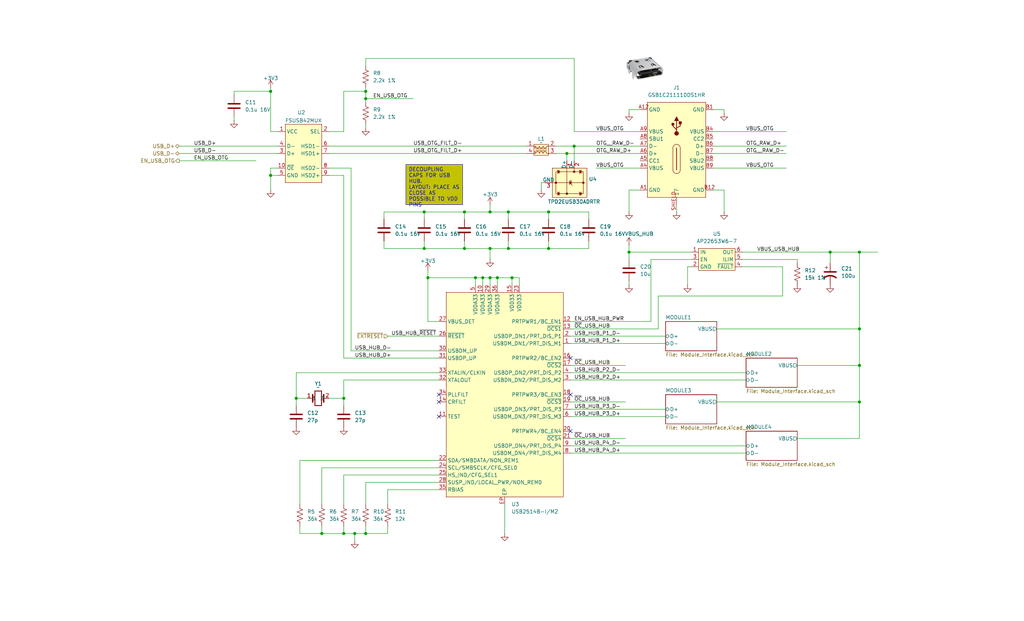
<source format=kicad_sch>
(kicad_sch
	(version 20250114)
	(generator "eeschema")
	(generator_version "9.0")
	(uuid "b1cec727-77d7-4b7a-87e1-53bc50d8b433")
	(paper "USLegal")
	
	(text_box "DECOUPLING CAPS FOR USB HUB.\nLAYOUT: PLACE AS CLOSE AS POSSIBLE TO VDD PINS\n"
		(exclude_from_sim no)
		(at 140.97 57.15 0)
		(size 19.685 13.97)
		(margins 0.9525 0.9525 0.9525 0.9525)
		(stroke
			(width 0)
			(type default)
		)
		(fill
			(type color)
			(color 194 194 0 1)
		)
		(effects
			(font
				(size 1.27 1.27)
			)
			(justify left top)
		)
		(uuid "7e8eac42-1167-4783-82e5-21c9ba97aff6")
	)
	(junction
		(at 298.45 114.3)
		(diameter 0)
		(color 0 0 0 0)
		(uuid "086a4caf-e41a-4e31-a59c-febdb67be85a")
	)
	(junction
		(at 190.5 86.36)
		(diameter 0)
		(color 0 0 0 0)
		(uuid "08cfd8ca-efb5-44c0-9592-6e45bee820e7")
	)
	(junction
		(at 288.29 87.63)
		(diameter 0)
		(color 0 0 0 0)
		(uuid "0f0170c4-bcfa-421e-8763-1224a5f27089")
	)
	(junction
		(at 111.76 185.42)
		(diameter 0)
		(color 0 0 0 0)
		(uuid "12f00abc-cdcd-4441-a5a8-a6b5917f5274")
	)
	(junction
		(at 218.44 87.63)
		(diameter 0)
		(color 0 0 0 0)
		(uuid "15891789-e8d8-4e34-a2f6-004dadca22ed")
	)
	(junction
		(at 93.98 31.75)
		(diameter 0)
		(color 0 0 0 0)
		(uuid "18918495-c3f7-46bd-b5de-77eb24078a43")
	)
	(junction
		(at 161.29 73.66)
		(diameter 0)
		(color 0 0 0 0)
		(uuid "1d06ccad-de62-4e22-9d54-39e6356bd9b0")
	)
	(junction
		(at 119.38 138.43)
		(diameter 0)
		(color 0 0 0 0)
		(uuid "311fd061-0f54-4ad9-b3ff-1a2c40e66375")
	)
	(junction
		(at 298.45 127)
		(diameter 0)
		(color 0 0 0 0)
		(uuid "373e3509-f33a-44e3-a42d-779a20ee530f")
	)
	(junction
		(at 148.59 96.52)
		(diameter 0)
		(color 0 0 0 0)
		(uuid "37ea5444-9e3f-4caf-8798-3f4bd8b3cb90")
	)
	(junction
		(at 170.18 73.66)
		(diameter 0)
		(color 0 0 0 0)
		(uuid "3a57b701-5309-4623-8fd6-fe44958fbd62")
	)
	(junction
		(at 127 185.42)
		(diameter 0)
		(color 0 0 0 0)
		(uuid "3e1e8f22-683f-40f4-97e0-f565c9eb576c")
	)
	(junction
		(at 147.32 73.66)
		(diameter 0)
		(color 0 0 0 0)
		(uuid "3fa3a812-7ab4-4e52-abb6-a041fa44fb9f")
	)
	(junction
		(at 176.53 73.66)
		(diameter 0)
		(color 0 0 0 0)
		(uuid "420302c6-4be8-49b4-a372-84a2f8f877ff")
	)
	(junction
		(at 298.45 139.7)
		(diameter 0)
		(color 0 0 0 0)
		(uuid "44ef6f1f-9041-4812-b81e-833f28d4c251")
	)
	(junction
		(at 123.19 185.42)
		(diameter 0)
		(color 0 0 0 0)
		(uuid "458692b3-e47c-4917-b5d1-6533816b148c")
	)
	(junction
		(at 127 31.75)
		(diameter 0)
		(color 0 0 0 0)
		(uuid "614587d4-cef6-4529-ab0c-9c0b63d51028")
	)
	(junction
		(at 172.72 96.52)
		(diameter 0)
		(color 0 0 0 0)
		(uuid "705dbb11-bc4d-42e0-81e5-116dc1a7badd")
	)
	(junction
		(at 176.53 86.36)
		(diameter 0)
		(color 0 0 0 0)
		(uuid "772da6bf-19d7-4a2a-9df5-4cca1aacfe74")
	)
	(junction
		(at 196.85 53.34)
		(diameter 0)
		(color 0 0 0 0)
		(uuid "774768b9-1c55-42d4-8fea-be9ce3634c32")
	)
	(junction
		(at 102.87 138.43)
		(diameter 0)
		(color 0 0 0 0)
		(uuid "8e4c57dc-b987-4f41-8e9c-928f4ad91c07")
	)
	(junction
		(at 93.98 60.96)
		(diameter 0)
		(color 0 0 0 0)
		(uuid "90324a5d-308b-4adc-a064-ca3dad72dee6")
	)
	(junction
		(at 127 34.29)
		(diameter 0)
		(color 0 0 0 0)
		(uuid "9896b942-0d73-44ab-94fd-c6d5bcea6212")
	)
	(junction
		(at 199.39 50.8)
		(diameter 0)
		(color 0 0 0 0)
		(uuid "b482236a-0597-426e-844f-271ba3313c56")
	)
	(junction
		(at 167.64 96.52)
		(diameter 0)
		(color 0 0 0 0)
		(uuid "c14fa10a-eff5-419c-92c1-890544a5cb7e")
	)
	(junction
		(at 147.32 86.36)
		(diameter 0)
		(color 0 0 0 0)
		(uuid "c4e0a833-5d66-438a-aa7d-ca761e526b7e")
	)
	(junction
		(at 298.45 87.63)
		(diameter 0)
		(color 0 0 0 0)
		(uuid "ca01c2ab-201b-4689-8259-6354dad8d3cd")
	)
	(junction
		(at 119.38 185.42)
		(diameter 0)
		(color 0 0 0 0)
		(uuid "d2461fef-4a16-49ec-b86f-8c7dc54efa40")
	)
	(junction
		(at 177.8 96.52)
		(diameter 0)
		(color 0 0 0 0)
		(uuid "d7ddf102-e88e-41f5-be1d-1d2f15482a42")
	)
	(junction
		(at 170.18 86.36)
		(diameter 0)
		(color 0 0 0 0)
		(uuid "daa89c45-4829-4896-b909-91b9bc2a9946")
	)
	(junction
		(at 190.5 73.66)
		(diameter 0)
		(color 0 0 0 0)
		(uuid "e121a607-6c62-4a57-9830-ace136b435a4")
	)
	(junction
		(at 161.29 86.36)
		(diameter 0)
		(color 0 0 0 0)
		(uuid "e87ecb7b-848f-4724-a057-2cf26f1b1d43")
	)
	(junction
		(at 165.1 96.52)
		(diameter 0)
		(color 0 0 0 0)
		(uuid "f7ca2954-4505-4866-954b-851f588095c9")
	)
	(junction
		(at 170.18 96.52)
		(diameter 0)
		(color 0 0 0 0)
		(uuid "fc8d200d-7df2-40db-8b11-c2b9797b7e0d")
	)
	(no_connect
		(at 152.4 144.78)
		(uuid "000ffd4d-0916-4a28-92a3-9b9972c07b57")
	)
	(no_connect
		(at 198.12 137.16)
		(uuid "0743dd7c-f5da-44e3-a655-bd15d05e440a")
	)
	(no_connect
		(at 198.12 149.86)
		(uuid "1f7c72c7-af6d-4189-8c53-fb1f8e1abf2e")
	)
	(no_connect
		(at 152.4 137.16)
		(uuid "42ddbe27-ca57-4f46-88d5-9951bdbadc1d")
	)
	(no_connect
		(at 198.12 124.46)
		(uuid "4b4a5865-273a-4d0c-9d1f-a02e33324962")
	)
	(no_connect
		(at 152.4 139.7)
		(uuid "a224d00c-925a-4736-a392-986928039fa3")
	)
	(wire
		(pts
			(xy 193.04 53.34) (xy 196.85 53.34)
		)
		(stroke
			(width 0)
			(type default)
		)
		(uuid "04561830-6b1f-4ba2-b952-d5ffbcba136e")
	)
	(wire
		(pts
			(xy 81.28 41.91) (xy 81.28 40.64)
		)
		(stroke
			(width 0)
			(type default)
		)
		(uuid "08e994e3-12c3-43b2-9508-7709779547de")
	)
	(wire
		(pts
			(xy 152.4 129.54) (xy 102.87 129.54)
		)
		(stroke
			(width 0)
			(type default)
		)
		(uuid "0941a662-9807-42a2-a431-5502f1d3ce12")
	)
	(wire
		(pts
			(xy 207.01 58.42) (xy 222.25 58.42)
		)
		(stroke
			(width 0)
			(type default)
		)
		(uuid "096d18b0-36d9-475a-81fa-b4bb591c59a6")
	)
	(wire
		(pts
			(xy 234.95 71.12) (xy 234.95 73.66)
		)
		(stroke
			(width 0)
			(type default)
		)
		(uuid "099ac630-5c99-4660-b25f-5a7d968aa635")
	)
	(wire
		(pts
			(xy 298.45 114.3) (xy 298.45 127)
		)
		(stroke
			(width 0)
			(type default)
		)
		(uuid "0af32758-9a9d-4678-a0ac-304c8ff9494f")
	)
	(wire
		(pts
			(xy 247.65 38.1) (xy 251.46 38.1)
		)
		(stroke
			(width 0)
			(type default)
		)
		(uuid "0c2ae087-8be5-4338-97a6-c589d1743df0")
	)
	(wire
		(pts
			(xy 199.39 50.8) (xy 199.39 55.88)
		)
		(stroke
			(width 0)
			(type default)
		)
		(uuid "0cc4b370-682b-487c-a002-64f6536e58d8")
	)
	(wire
		(pts
			(xy 127 34.29) (xy 143.51 34.29)
		)
		(stroke
			(width 0)
			(type default)
		)
		(uuid "0e236d1f-1255-4553-a85f-3555a59557fe")
	)
	(wire
		(pts
			(xy 93.98 60.96) (xy 93.98 66.04)
		)
		(stroke
			(width 0)
			(type default)
		)
		(uuid "0fe8970a-2c9d-4c69-8765-0c4673a35ae3")
	)
	(wire
		(pts
			(xy 176.53 73.66) (xy 176.53 76.2)
		)
		(stroke
			(width 0)
			(type default)
		)
		(uuid "121eee50-381c-473c-9cc6-52920c4abe73")
	)
	(wire
		(pts
			(xy 93.98 30.48) (xy 93.98 31.75)
		)
		(stroke
			(width 0)
			(type default)
		)
		(uuid "13f1f4f8-da7e-4abf-af36-b2f56d69dffa")
	)
	(wire
		(pts
			(xy 193.04 50.8) (xy 199.39 50.8)
		)
		(stroke
			(width 0)
			(type default)
		)
		(uuid "1504e1d7-901d-4229-ac6e-3ad09ac22a02")
	)
	(wire
		(pts
			(xy 93.98 60.96) (xy 96.52 60.96)
		)
		(stroke
			(width 0)
			(type default)
		)
		(uuid "15aa3a95-18a1-4e5e-a029-976fbbd91649")
	)
	(wire
		(pts
			(xy 62.23 55.88) (xy 88.9 55.88)
		)
		(stroke
			(width 0)
			(type default)
		)
		(uuid "1754162e-ae5b-4dd3-b3af-95817210cdfd")
	)
	(wire
		(pts
			(xy 218.44 90.17) (xy 218.44 87.63)
		)
		(stroke
			(width 0)
			(type default)
		)
		(uuid "17dd0d4f-ea5b-4759-b1dd-b8c1a8f5d230")
	)
	(wire
		(pts
			(xy 119.38 60.96) (xy 119.38 124.46)
		)
		(stroke
			(width 0)
			(type default)
		)
		(uuid "17def084-0cb2-4736-bcb4-90182b8366a0")
	)
	(wire
		(pts
			(xy 218.44 87.63) (xy 240.03 87.63)
		)
		(stroke
			(width 0)
			(type default)
		)
		(uuid "19156af2-60f5-48cf-a0a8-4ee4a2046819")
	)
	(wire
		(pts
			(xy 133.35 76.2) (xy 133.35 73.66)
		)
		(stroke
			(width 0)
			(type default)
		)
		(uuid "1b7cd392-0bdf-4d58-9d05-5ed078057350")
	)
	(wire
		(pts
			(xy 134.62 175.26) (xy 134.62 170.18)
		)
		(stroke
			(width 0)
			(type default)
		)
		(uuid "1e73a5cf-284b-459a-a97e-84a82c6170b2")
	)
	(wire
		(pts
			(xy 167.64 96.52) (xy 165.1 96.52)
		)
		(stroke
			(width 0)
			(type default)
		)
		(uuid "1e75a94b-af5e-402e-b690-aecd183e87e5")
	)
	(wire
		(pts
			(xy 298.45 87.63) (xy 298.45 114.3)
		)
		(stroke
			(width 0)
			(type default)
		)
		(uuid "1f663dfb-b022-4441-ac62-ea1691456952")
	)
	(wire
		(pts
			(xy 190.5 73.66) (xy 190.5 76.2)
		)
		(stroke
			(width 0)
			(type default)
		)
		(uuid "21a73dd4-ffaf-4d1f-8d9a-12809678a003")
	)
	(wire
		(pts
			(xy 218.44 38.1) (xy 222.25 38.1)
		)
		(stroke
			(width 0)
			(type default)
		)
		(uuid "23e7c50b-6e38-41d5-8421-dd9dc1e3cae5")
	)
	(wire
		(pts
			(xy 176.53 83.82) (xy 176.53 86.36)
		)
		(stroke
			(width 0)
			(type default)
		)
		(uuid "247c7916-a32e-457a-b2d2-d77ca42b83f3")
	)
	(wire
		(pts
			(xy 119.38 165.1) (xy 152.4 165.1)
		)
		(stroke
			(width 0)
			(type default)
		)
		(uuid "24adab6e-99b4-426c-be33-fe9fefea94d6")
	)
	(wire
		(pts
			(xy 177.8 96.52) (xy 177.8 99.06)
		)
		(stroke
			(width 0)
			(type default)
		)
		(uuid "276891f8-07c9-4a4f-9614-0ae0f058b51a")
	)
	(wire
		(pts
			(xy 152.4 132.08) (xy 119.38 132.08)
		)
		(stroke
			(width 0)
			(type default)
		)
		(uuid "28354146-8f4f-41fc-8501-822ebd86f013")
	)
	(wire
		(pts
			(xy 134.62 170.18) (xy 152.4 170.18)
		)
		(stroke
			(width 0)
			(type default)
		)
		(uuid "283e9490-9179-4e0d-b470-8264c5de2451")
	)
	(wire
		(pts
			(xy 161.29 73.66) (xy 161.29 76.2)
		)
		(stroke
			(width 0)
			(type default)
		)
		(uuid "2abf3ad4-d560-4bc4-a953-84f7404907bf")
	)
	(wire
		(pts
			(xy 199.39 45.72) (xy 199.39 20.32)
		)
		(stroke
			(width 0)
			(type default)
		)
		(uuid "2af4efe4-e408-415d-9660-69b3ce47f837")
	)
	(wire
		(pts
			(xy 81.28 33.02) (xy 81.28 31.75)
		)
		(stroke
			(width 0)
			(type default)
		)
		(uuid "2cea9b51-14ec-4381-9513-685f2e3c3948")
	)
	(wire
		(pts
			(xy 102.87 140.97) (xy 102.87 138.43)
		)
		(stroke
			(width 0)
			(type default)
		)
		(uuid "2f7febc3-1637-4284-913c-fec6207699d6")
	)
	(wire
		(pts
			(xy 104.14 160.02) (xy 152.4 160.02)
		)
		(stroke
			(width 0)
			(type default)
		)
		(uuid "3359547a-c922-4b73-af06-6a86f921e24e")
	)
	(wire
		(pts
			(xy 198.12 152.4) (xy 217.17 152.4)
		)
		(stroke
			(width 0)
			(type default)
		)
		(uuid "3422f1af-7b00-4ae9-a0ee-fc7c753787b8")
	)
	(wire
		(pts
			(xy 198.12 114.3) (xy 228.6 114.3)
		)
		(stroke
			(width 0)
			(type default)
		)
		(uuid "343ce307-8848-4eb9-b09e-20e87a7de983")
	)
	(wire
		(pts
			(xy 111.76 175.26) (xy 111.76 162.56)
		)
		(stroke
			(width 0)
			(type default)
		)
		(uuid "354f5858-b653-46e3-bda6-0fb580d5c1f3")
	)
	(wire
		(pts
			(xy 198.12 154.94) (xy 259.08 154.94)
		)
		(stroke
			(width 0)
			(type default)
		)
		(uuid "35c28ca5-d6dd-4590-8112-27a008de3ade")
	)
	(wire
		(pts
			(xy 152.4 111.76) (xy 148.59 111.76)
		)
		(stroke
			(width 0)
			(type default)
		)
		(uuid "363dd692-d2e4-4766-b3e5-76fea85accb2")
	)
	(wire
		(pts
			(xy 127 182.88) (xy 127 185.42)
		)
		(stroke
			(width 0)
			(type default)
		)
		(uuid "3692d590-5828-4020-ba8f-feeab750b6fc")
	)
	(wire
		(pts
			(xy 180.34 96.52) (xy 180.34 99.06)
		)
		(stroke
			(width 0)
			(type default)
		)
		(uuid "39152c17-5c49-4604-b89e-740833c3af88")
	)
	(wire
		(pts
			(xy 121.92 58.42) (xy 121.92 121.92)
		)
		(stroke
			(width 0)
			(type default)
		)
		(uuid "47a1451e-8a07-4ba8-9b33-e6be1e11db87")
	)
	(wire
		(pts
			(xy 133.35 86.36) (xy 147.32 86.36)
		)
		(stroke
			(width 0)
			(type default)
		)
		(uuid "4843d812-b91c-4f27-b8e6-5689db0f700c")
	)
	(wire
		(pts
			(xy 127 34.29) (xy 127 35.56)
		)
		(stroke
			(width 0)
			(type default)
		)
		(uuid "49fe5ab4-46f1-4edb-aaa9-24336dc1b1ad")
	)
	(wire
		(pts
			(xy 147.32 73.66) (xy 147.32 76.2)
		)
		(stroke
			(width 0)
			(type default)
		)
		(uuid "4b67b342-d6df-45cd-8fc8-a83a8c662b06")
	)
	(wire
		(pts
			(xy 198.12 116.84) (xy 231.14 116.84)
		)
		(stroke
			(width 0)
			(type default)
		)
		(uuid "4bd96431-c555-4b9f-be27-f475b2b6309f")
	)
	(wire
		(pts
			(xy 199.39 50.8) (xy 222.25 50.8)
		)
		(stroke
			(width 0)
			(type default)
		)
		(uuid "4e874357-430e-4dfc-971f-aa6ad4fd73c6")
	)
	(wire
		(pts
			(xy 104.14 175.26) (xy 104.14 160.02)
		)
		(stroke
			(width 0)
			(type default)
		)
		(uuid "5051093d-af80-49f8-968d-77ed88eca2a9")
	)
	(wire
		(pts
			(xy 170.18 86.36) (xy 176.53 86.36)
		)
		(stroke
			(width 0)
			(type default)
		)
		(uuid "50c13120-d150-4a88-8c60-5bf8732890c5")
	)
	(wire
		(pts
			(xy 170.18 86.36) (xy 170.18 90.17)
		)
		(stroke
			(width 0)
			(type default)
		)
		(uuid "50d43e6c-c79b-4b5c-b408-3b9e39a35b74")
	)
	(wire
		(pts
			(xy 102.87 138.43) (xy 106.68 138.43)
		)
		(stroke
			(width 0)
			(type default)
		)
		(uuid "5318f23b-5c52-4c83-b00b-5859224220f6")
	)
	(wire
		(pts
			(xy 196.85 53.34) (xy 196.85 55.88)
		)
		(stroke
			(width 0)
			(type default)
		)
		(uuid "535bbc4d-1903-48aa-9334-a54cc5ed57bf")
	)
	(wire
		(pts
			(xy 127 31.75) (xy 127 34.29)
		)
		(stroke
			(width 0)
			(type default)
		)
		(uuid "58bb5cba-9baf-4839-9a92-c2460daee86e")
	)
	(wire
		(pts
			(xy 96.52 58.42) (xy 93.98 58.42)
		)
		(stroke
			(width 0)
			(type default)
		)
		(uuid "592a8c54-fd2f-4fad-a45b-6967482d1cc1")
	)
	(wire
		(pts
			(xy 199.39 20.32) (xy 127 20.32)
		)
		(stroke
			(width 0)
			(type default)
		)
		(uuid "59df5f82-dbb2-4af6-a599-9d03e4e9cd6d")
	)
	(wire
		(pts
			(xy 127 167.64) (xy 152.4 167.64)
		)
		(stroke
			(width 0)
			(type default)
		)
		(uuid "5ae3ed3e-ca93-41f5-b9c2-1604ef434c6f")
	)
	(wire
		(pts
			(xy 190.5 73.66) (xy 204.47 73.66)
		)
		(stroke
			(width 0)
			(type default)
		)
		(uuid "60acb221-99ef-47e7-9e1a-75d9ec64fd46")
	)
	(wire
		(pts
			(xy 93.98 45.72) (xy 96.52 45.72)
		)
		(stroke
			(width 0)
			(type default)
		)
		(uuid "62f6a5d9-673d-43f4-8933-d1e82b878162")
	)
	(wire
		(pts
			(xy 165.1 96.52) (xy 165.1 99.06)
		)
		(stroke
			(width 0)
			(type default)
		)
		(uuid "6a4c15af-b391-4ec5-9e94-ffd781ede151")
	)
	(wire
		(pts
			(xy 147.32 83.82) (xy 147.32 86.36)
		)
		(stroke
			(width 0)
			(type default)
		)
		(uuid "6ab4faf1-f041-4d16-b69a-aa3aa67ff5c6")
	)
	(wire
		(pts
			(xy 133.35 73.66) (xy 147.32 73.66)
		)
		(stroke
			(width 0)
			(type default)
		)
		(uuid "6b03c510-0d4a-443d-be81-f9202b44628a")
	)
	(wire
		(pts
			(xy 167.64 96.52) (xy 167.64 99.06)
		)
		(stroke
			(width 0)
			(type default)
		)
		(uuid "6d3b0cdb-4c17-4dcb-8638-7d73331f7e87")
	)
	(wire
		(pts
			(xy 121.92 121.92) (xy 152.4 121.92)
		)
		(stroke
			(width 0)
			(type default)
		)
		(uuid "6daca26e-5912-4a7f-b0a0-0b00356cbaed")
	)
	(wire
		(pts
			(xy 119.38 185.42) (xy 123.19 185.42)
		)
		(stroke
			(width 0)
			(type default)
		)
		(uuid "6eed6774-d225-4d42-9768-01daaa8f31e1")
	)
	(wire
		(pts
			(xy 111.76 185.42) (xy 119.38 185.42)
		)
		(stroke
			(width 0)
			(type default)
		)
		(uuid "6fa286c5-91de-4382-8ce3-6acb768fb958")
	)
	(wire
		(pts
			(xy 119.38 45.72) (xy 114.3 45.72)
		)
		(stroke
			(width 0)
			(type default)
		)
		(uuid "74b5b083-5845-48b7-9d81-f15e390fa2ed")
	)
	(wire
		(pts
			(xy 187.96 63.5) (xy 189.23 63.5)
		)
		(stroke
			(width 0)
			(type default)
		)
		(uuid "75b02b45-cd0f-4523-8d1f-8be093aafc6c")
	)
	(wire
		(pts
			(xy 204.47 86.36) (xy 204.47 83.82)
		)
		(stroke
			(width 0)
			(type default)
		)
		(uuid "774cfad5-8585-4713-a862-942c11526d68")
	)
	(wire
		(pts
			(xy 134.62 116.84) (xy 152.4 116.84)
		)
		(stroke
			(width 0)
			(type default)
		)
		(uuid "79021e9f-41d5-45fd-9185-7e730b263471")
	)
	(wire
		(pts
			(xy 288.29 87.63) (xy 298.45 87.63)
		)
		(stroke
			(width 0)
			(type default)
		)
		(uuid "7a05749a-ede3-4098-9de5-55bb204214db")
	)
	(wire
		(pts
			(xy 114.3 53.34) (xy 182.88 53.34)
		)
		(stroke
			(width 0)
			(type default)
		)
		(uuid "7a2a6b7b-6cf1-4f11-96ab-b89750c19451")
	)
	(wire
		(pts
			(xy 226.06 111.76) (xy 226.06 90.17)
		)
		(stroke
			(width 0)
			(type default)
		)
		(uuid "7c4e4ac7-70ff-473c-bd95-27b2d9163f66")
	)
	(wire
		(pts
			(xy 218.44 85.09) (xy 218.44 87.63)
		)
		(stroke
			(width 0)
			(type default)
		)
		(uuid "7e686d82-8ffe-4bef-84fe-4379c252097d")
	)
	(wire
		(pts
			(xy 127 185.42) (xy 134.62 185.42)
		)
		(stroke
			(width 0)
			(type default)
		)
		(uuid "7f195f2b-178c-47a8-b20f-79d7006047aa")
	)
	(wire
		(pts
			(xy 228.6 114.3) (xy 228.6 102.87)
		)
		(stroke
			(width 0)
			(type default)
		)
		(uuid "8205d4da-b6d9-44fd-abbf-3fd51364ca1a")
	)
	(wire
		(pts
			(xy 298.45 87.63) (xy 304.8 87.63)
		)
		(stroke
			(width 0)
			(type default)
		)
		(uuid "82dbe6a5-b6ad-4acf-8193-0444d2b1794a")
	)
	(wire
		(pts
			(xy 298.45 127) (xy 298.45 139.7)
		)
		(stroke
			(width 0)
			(type default)
		)
		(uuid "8322b994-d935-40db-97c3-bc629e0622d2")
	)
	(wire
		(pts
			(xy 147.32 73.66) (xy 161.29 73.66)
		)
		(stroke
			(width 0)
			(type default)
		)
		(uuid "8586bd4f-f0b1-407b-b963-935692f780f1")
	)
	(wire
		(pts
			(xy 198.12 132.08) (xy 259.08 132.08)
		)
		(stroke
			(width 0)
			(type default)
		)
		(uuid "85bae380-d8bc-4410-ba3d-f465dc83e171")
	)
	(wire
		(pts
			(xy 134.62 185.42) (xy 134.62 182.88)
		)
		(stroke
			(width 0)
			(type default)
		)
		(uuid "882b5bef-29d0-41e7-b43e-f06e4e565954")
	)
	(wire
		(pts
			(xy 119.38 182.88) (xy 119.38 185.42)
		)
		(stroke
			(width 0)
			(type default)
		)
		(uuid "88563149-c4a1-4dcf-a632-976aeecc4889")
	)
	(wire
		(pts
			(xy 187.96 66.04) (xy 187.96 63.5)
		)
		(stroke
			(width 0)
			(type default)
		)
		(uuid "8a8bbe90-059d-45c5-b270-9959f242b579")
	)
	(wire
		(pts
			(xy 218.44 39.37) (xy 218.44 38.1)
		)
		(stroke
			(width 0)
			(type default)
		)
		(uuid "8d25ed9c-6022-42b4-92b7-6ede030d9fb0")
	)
	(wire
		(pts
			(xy 102.87 129.54) (xy 102.87 138.43)
		)
		(stroke
			(width 0)
			(type default)
		)
		(uuid "913827d4-4824-4245-8bfd-d8f5c1c25e19")
	)
	(wire
		(pts
			(xy 170.18 73.66) (xy 176.53 73.66)
		)
		(stroke
			(width 0)
			(type default)
		)
		(uuid "937a65ca-fcd4-4327-8038-13120b342cf3")
	)
	(wire
		(pts
			(xy 251.46 73.66) (xy 251.46 66.04)
		)
		(stroke
			(width 0)
			(type default)
		)
		(uuid "9622af92-b7ce-4902-9e59-cccc0f09b41a")
	)
	(wire
		(pts
			(xy 196.85 53.34) (xy 222.25 53.34)
		)
		(stroke
			(width 0)
			(type default)
		)
		(uuid "9795c8f7-7477-4e60-ac82-77c2fc77c50c")
	)
	(wire
		(pts
			(xy 198.12 144.78) (xy 231.14 144.78)
		)
		(stroke
			(width 0)
			(type default)
		)
		(uuid "97da9af3-e2ec-4f80-817e-7451a78ac8bb")
	)
	(wire
		(pts
			(xy 198.12 142.24) (xy 231.14 142.24)
		)
		(stroke
			(width 0)
			(type default)
		)
		(uuid "981dfadb-8d34-484e-86da-0384cbc0bcf1")
	)
	(wire
		(pts
			(xy 271.78 102.87) (xy 271.78 92.71)
		)
		(stroke
			(width 0)
			(type default)
		)
		(uuid "9847e395-d98d-41cd-9043-17dc03cc9975")
	)
	(wire
		(pts
			(xy 147.32 86.36) (xy 161.29 86.36)
		)
		(stroke
			(width 0)
			(type default)
		)
		(uuid "9d0ca2d8-ef6f-4239-998d-e3e90701631d")
	)
	(wire
		(pts
			(xy 288.29 87.63) (xy 288.29 91.44)
		)
		(stroke
			(width 0)
			(type default)
		)
		(uuid "9d64468f-67a9-4c62-9d3f-166f6ba62004")
	)
	(wire
		(pts
			(xy 127 43.18) (xy 127 44.45)
		)
		(stroke
			(width 0)
			(type default)
		)
		(uuid "9e844643-134b-4334-8653-26b90f8ebc09")
	)
	(wire
		(pts
			(xy 148.59 93.98) (xy 148.59 96.52)
		)
		(stroke
			(width 0)
			(type default)
		)
		(uuid "a24788c9-32a2-4aa0-b39d-9bfa8b867285")
	)
	(wire
		(pts
			(xy 175.26 175.26) (xy 175.26 185.42)
		)
		(stroke
			(width 0)
			(type default)
		)
		(uuid "a621d1f8-21fc-4a2b-a944-ccc0c6dd4767")
	)
	(wire
		(pts
			(xy 247.65 50.8) (xy 273.05 50.8)
		)
		(stroke
			(width 0)
			(type default)
		)
		(uuid "a748025c-47e9-4cc4-96fa-6f43e245a7f5")
	)
	(wire
		(pts
			(xy 198.12 129.54) (xy 259.08 129.54)
		)
		(stroke
			(width 0)
			(type default)
		)
		(uuid "a8b15e31-b937-428f-8a74-1cc593d54ad2")
	)
	(wire
		(pts
			(xy 248.92 139.7) (xy 298.45 139.7)
		)
		(stroke
			(width 0)
			(type default)
		)
		(uuid "a904780f-bbae-4f86-920b-6f93d267512a")
	)
	(wire
		(pts
			(xy 238.76 92.71) (xy 240.03 92.71)
		)
		(stroke
			(width 0)
			(type default)
		)
		(uuid "a98a72f0-ab1f-4aa3-b2b3-69c3865ef151")
	)
	(wire
		(pts
			(xy 198.12 111.76) (xy 226.06 111.76)
		)
		(stroke
			(width 0)
			(type default)
		)
		(uuid "ab6bb9d7-e72a-41d8-a4ce-bc8ae87366eb")
	)
	(wire
		(pts
			(xy 247.65 45.72) (xy 273.05 45.72)
		)
		(stroke
			(width 0)
			(type default)
		)
		(uuid "ae5c9b6f-f321-4159-9126-ba620c972ffd")
	)
	(wire
		(pts
			(xy 276.86 90.17) (xy 276.86 91.44)
		)
		(stroke
			(width 0)
			(type default)
		)
		(uuid "aea90096-10da-4d71-9ec7-ed23bec04a1a")
	)
	(wire
		(pts
			(xy 218.44 66.04) (xy 222.25 66.04)
		)
		(stroke
			(width 0)
			(type default)
		)
		(uuid "af61e549-01aa-419c-b3ae-f86d11ccbaa6")
	)
	(wire
		(pts
			(xy 247.65 66.04) (xy 251.46 66.04)
		)
		(stroke
			(width 0)
			(type default)
		)
		(uuid "b0d1d9d9-a89b-4355-9a1c-ef7185eda647")
	)
	(wire
		(pts
			(xy 119.38 31.75) (xy 127 31.75)
		)
		(stroke
			(width 0)
			(type default)
		)
		(uuid "b2ebcdf9-efc2-470a-be83-d644488527c9")
	)
	(wire
		(pts
			(xy 123.19 185.42) (xy 127 185.42)
		)
		(stroke
			(width 0)
			(type default)
		)
		(uuid "b3d6f243-499f-4f90-a085-260492d27b09")
	)
	(wire
		(pts
			(xy 127 30.48) (xy 127 31.75)
		)
		(stroke
			(width 0)
			(type default)
		)
		(uuid "b42e16a6-ad33-4351-a155-25d2b0fb8e47")
	)
	(wire
		(pts
			(xy 111.76 182.88) (xy 111.76 185.42)
		)
		(stroke
			(width 0)
			(type default)
		)
		(uuid "b4dce48d-01e4-424b-9756-0925f28eda8b")
	)
	(wire
		(pts
			(xy 176.53 86.36) (xy 190.5 86.36)
		)
		(stroke
			(width 0)
			(type default)
		)
		(uuid "b4f3f031-d20f-4362-95a3-4c8da5dbc4a2")
	)
	(wire
		(pts
			(xy 104.14 185.42) (xy 111.76 185.42)
		)
		(stroke
			(width 0)
			(type default)
		)
		(uuid "b5775545-89d7-434c-8a50-336fd2490e3b")
	)
	(wire
		(pts
			(xy 204.47 73.66) (xy 204.47 76.2)
		)
		(stroke
			(width 0)
			(type default)
		)
		(uuid "b5e9ab6f-4bec-498b-a0ac-6ba17ec19b90")
	)
	(wire
		(pts
			(xy 172.72 96.52) (xy 172.72 99.06)
		)
		(stroke
			(width 0)
			(type default)
		)
		(uuid "b74d5c2e-3f09-46e4-9bd2-88c062ccd555")
	)
	(wire
		(pts
			(xy 257.81 90.17) (xy 276.86 90.17)
		)
		(stroke
			(width 0)
			(type default)
		)
		(uuid "ba554a95-9d21-41aa-b643-26ea014e029e")
	)
	(wire
		(pts
			(xy 247.65 58.42) (xy 273.05 58.42)
		)
		(stroke
			(width 0)
			(type default)
		)
		(uuid "bd0115dc-0aa9-42a3-ac84-dd0a2546d1d0")
	)
	(wire
		(pts
			(xy 161.29 73.66) (xy 170.18 73.66)
		)
		(stroke
			(width 0)
			(type default)
		)
		(uuid "bd388b65-86d1-402e-b27c-ceff4b71a309")
	)
	(wire
		(pts
			(xy 123.19 185.42) (xy 123.19 187.96)
		)
		(stroke
			(width 0)
			(type default)
		)
		(uuid "bd8808f6-27b7-49b0-9bb2-19b12dbd785f")
	)
	(wire
		(pts
			(xy 167.64 96.52) (xy 170.18 96.52)
		)
		(stroke
			(width 0)
			(type default)
		)
		(uuid "bf2bd2e6-f3fe-4de1-b2bb-b899e6eea7b9")
	)
	(wire
		(pts
			(xy 276.86 127) (xy 298.45 127)
		)
		(stroke
			(width 0)
			(type default)
		)
		(uuid "bf37287a-1c87-48ae-b855-b569b9077308")
	)
	(wire
		(pts
			(xy 119.38 31.75) (xy 119.38 45.72)
		)
		(stroke
			(width 0)
			(type default)
		)
		(uuid "bfe3cefa-314f-4610-b091-b13452ecfb41")
	)
	(wire
		(pts
			(xy 170.18 96.52) (xy 172.72 96.52)
		)
		(stroke
			(width 0)
			(type default)
		)
		(uuid "c51d66d8-7db3-4b83-8317-a999c3bd0f0a")
	)
	(wire
		(pts
			(xy 257.81 92.71) (xy 271.78 92.71)
		)
		(stroke
			(width 0)
			(type default)
		)
		(uuid "c5a0c949-4952-4802-9dde-d1603269b828")
	)
	(wire
		(pts
			(xy 111.76 162.56) (xy 152.4 162.56)
		)
		(stroke
			(width 0)
			(type default)
		)
		(uuid "c5ce8703-7222-4d72-a65c-08b84d067e13")
	)
	(wire
		(pts
			(xy 93.98 58.42) (xy 93.98 60.96)
		)
		(stroke
			(width 0)
			(type default)
		)
		(uuid "ca06bf74-8019-4ae3-9f5f-89b4185c36b0")
	)
	(wire
		(pts
			(xy 226.06 90.17) (xy 240.03 90.17)
		)
		(stroke
			(width 0)
			(type default)
		)
		(uuid "cc4aeb55-d3af-488d-b28e-2308f23f9b99")
	)
	(wire
		(pts
			(xy 148.59 111.76) (xy 148.59 96.52)
		)
		(stroke
			(width 0)
			(type default)
		)
		(uuid "ccf8b443-c467-402c-a385-336df67a9a4e")
	)
	(wire
		(pts
			(xy 119.38 138.43) (xy 119.38 140.97)
		)
		(stroke
			(width 0)
			(type default)
		)
		(uuid "ce2380b3-5d24-4005-9ec9-5ede30ef1ea1")
	)
	(wire
		(pts
			(xy 119.38 175.26) (xy 119.38 165.1)
		)
		(stroke
			(width 0)
			(type default)
		)
		(uuid "d51d814c-a2aa-41d2-8614-1d556fa3e164")
	)
	(wire
		(pts
			(xy 247.65 53.34) (xy 273.05 53.34)
		)
		(stroke
			(width 0)
			(type default)
		)
		(uuid "d8daf47c-3811-4b74-9c93-fd1b446b2589")
	)
	(wire
		(pts
			(xy 198.12 157.48) (xy 259.08 157.48)
		)
		(stroke
			(width 0)
			(type default)
		)
		(uuid "d8fc89c2-797d-40bc-8d26-1a5e14815ce0")
	)
	(wire
		(pts
			(xy 198.12 139.7) (xy 217.17 139.7)
		)
		(stroke
			(width 0)
			(type default)
		)
		(uuid "d962ea58-9954-4cd2-b662-b2618c5f387d")
	)
	(wire
		(pts
			(xy 172.72 96.52) (xy 177.8 96.52)
		)
		(stroke
			(width 0)
			(type default)
		)
		(uuid "dad87e8c-6bc8-4545-af09-a308609a7828")
	)
	(wire
		(pts
			(xy 218.44 73.66) (xy 218.44 66.04)
		)
		(stroke
			(width 0)
			(type default)
		)
		(uuid "db8c9f4f-6496-42c1-b99e-a0b10c4dda2e")
	)
	(wire
		(pts
			(xy 127 175.26) (xy 127 167.64)
		)
		(stroke
			(width 0)
			(type default)
		)
		(uuid "de007728-473b-4e1b-a050-af676a98aeee")
	)
	(wire
		(pts
			(xy 62.23 50.8) (xy 96.52 50.8)
		)
		(stroke
			(width 0)
			(type default)
		)
		(uuid "deed8de2-db31-4e5c-bc79-54d8e1c59ffe")
	)
	(wire
		(pts
			(xy 93.98 31.75) (xy 93.98 45.72)
		)
		(stroke
			(width 0)
			(type default)
		)
		(uuid "df847cd0-c20f-45b2-9de3-f872a619e020")
	)
	(wire
		(pts
			(xy 161.29 83.82) (xy 161.29 86.36)
		)
		(stroke
			(width 0)
			(type default)
		)
		(uuid "df8cba9d-8b0e-4115-914a-d00b96d67e09")
	)
	(wire
		(pts
			(xy 161.29 86.36) (xy 170.18 86.36)
		)
		(stroke
			(width 0)
			(type default)
		)
		(uuid "e04b4f6f-d9a9-4762-8ea3-6b035d89bf3f")
	)
	(wire
		(pts
			(xy 176.53 73.66) (xy 190.5 73.66)
		)
		(stroke
			(width 0)
			(type default)
		)
		(uuid "e18a5d2a-0db4-4b0f-945c-7a7ac3d54cda")
	)
	(wire
		(pts
			(xy 228.6 102.87) (xy 271.78 102.87)
		)
		(stroke
			(width 0)
			(type default)
		)
		(uuid "e326ebc6-94f3-4c3b-bb0f-4964621b8200")
	)
	(wire
		(pts
			(xy 114.3 138.43) (xy 119.38 138.43)
		)
		(stroke
			(width 0)
			(type default)
		)
		(uuid "e3e2be2c-9e29-4f13-9a2e-90b059be6093")
	)
	(wire
		(pts
			(xy 104.14 182.88) (xy 104.14 185.42)
		)
		(stroke
			(width 0)
			(type default)
		)
		(uuid "e4e4ad3d-5805-4ab1-8e40-587f14dc7f1c")
	)
	(wire
		(pts
			(xy 119.38 124.46) (xy 152.4 124.46)
		)
		(stroke
			(width 0)
			(type default)
		)
		(uuid "e53a9f4f-fb66-4444-86bd-1a1503eb7a3b")
	)
	(wire
		(pts
			(xy 114.3 60.96) (xy 119.38 60.96)
		)
		(stroke
			(width 0)
			(type default)
		)
		(uuid "e602e180-1684-4405-b519-034b69e3a50b")
	)
	(wire
		(pts
			(xy 190.5 83.82) (xy 190.5 86.36)
		)
		(stroke
			(width 0)
			(type default)
		)
		(uuid "e6bdf2fd-a643-4ffb-aa27-db819bcb05c2")
	)
	(wire
		(pts
			(xy 81.28 31.75) (xy 93.98 31.75)
		)
		(stroke
			(width 0)
			(type default)
		)
		(uuid "e78665b3-2a23-4f0a-81e8-9d868933d9fa")
	)
	(wire
		(pts
			(xy 170.18 71.12) (xy 170.18 73.66)
		)
		(stroke
			(width 0)
			(type default)
		)
		(uuid "e7e6f9ac-5278-400c-9442-2edc6df572e7")
	)
	(wire
		(pts
			(xy 251.46 39.37) (xy 251.46 38.1)
		)
		(stroke
			(width 0)
			(type default)
		)
		(uuid "e8bf05e2-93da-472b-95b5-b9a574088a6d")
	)
	(wire
		(pts
			(xy 133.35 83.82) (xy 133.35 86.36)
		)
		(stroke
			(width 0)
			(type default)
		)
		(uuid "e904b08e-64d1-40f7-ae4a-a3225d880124")
	)
	(wire
		(pts
			(xy 148.59 96.52) (xy 165.1 96.52)
		)
		(stroke
			(width 0)
			(type default)
		)
		(uuid "e92bd7c7-533e-4cb4-901d-ee00935bcc64")
	)
	(wire
		(pts
			(xy 114.3 50.8) (xy 182.88 50.8)
		)
		(stroke
			(width 0)
			(type default)
		)
		(uuid "e9724d31-fd3a-4ec8-98ee-3c78c6d7dc2a")
	)
	(wire
		(pts
			(xy 198.12 127) (xy 217.17 127)
		)
		(stroke
			(width 0)
			(type default)
		)
		(uuid "ed57758a-38de-4d76-a92e-ca1f06551fad")
	)
	(wire
		(pts
			(xy 238.76 99.06) (xy 238.76 92.71)
		)
		(stroke
			(width 0)
			(type default)
		)
		(uuid "eef993bb-bb88-47dc-9cb9-cfdaf19df6e0")
	)
	(wire
		(pts
			(xy 257.81 87.63) (xy 288.29 87.63)
		)
		(stroke
			(width 0)
			(type default)
		)
		(uuid "efe1c7ef-7aaa-4848-b37b-92315d36c1d8")
	)
	(wire
		(pts
			(xy 248.92 114.3) (xy 298.45 114.3)
		)
		(stroke
			(width 0)
			(type default)
		)
		(uuid "f161a17a-6a9c-46a2-aca4-f98324ecaf3e")
	)
	(wire
		(pts
			(xy 127 20.32) (xy 127 22.86)
		)
		(stroke
			(width 0)
			(type default)
		)
		(uuid "f426594e-a9a4-4fd7-9da8-6e73ec42ea39")
	)
	(wire
		(pts
			(xy 298.45 139.7) (xy 298.45 152.4)
		)
		(stroke
			(width 0)
			(type default)
		)
		(uuid "f498acc1-09e1-4558-84f2-3c76201ba4ce")
	)
	(wire
		(pts
			(xy 199.39 45.72) (xy 222.25 45.72)
		)
		(stroke
			(width 0)
			(type default)
		)
		(uuid "f700e8f9-535a-4b8b-b340-2888e102e7c8")
	)
	(wire
		(pts
			(xy 218.44 97.79) (xy 218.44 99.06)
		)
		(stroke
			(width 0)
			(type default)
		)
		(uuid "fb52762a-f843-46f5-b792-01cf88147ebe")
	)
	(wire
		(pts
			(xy 170.18 96.52) (xy 170.18 99.06)
		)
		(stroke
			(width 0)
			(type default)
		)
		(uuid "fbda5a95-c3bc-4d77-8987-7d8430f53bee")
	)
	(wire
		(pts
			(xy 198.12 119.38) (xy 231.14 119.38)
		)
		(stroke
			(width 0)
			(type default)
		)
		(uuid "fc1c6de7-170b-419c-b570-e980da9e9a48")
	)
	(wire
		(pts
			(xy 119.38 132.08) (xy 119.38 138.43)
		)
		(stroke
			(width 0)
			(type default)
		)
		(uuid "fc88f9ff-e4ec-4ba4-a077-6222e6217679")
	)
	(wire
		(pts
			(xy 177.8 96.52) (xy 180.34 96.52)
		)
		(stroke
			(width 0)
			(type default)
		)
		(uuid "fd85ef46-ff04-45bb-b55b-d2d76a2d1d47")
	)
	(wire
		(pts
			(xy 190.5 86.36) (xy 204.47 86.36)
		)
		(stroke
			(width 0)
			(type default)
		)
		(uuid "fd9f91b8-c71b-456a-9213-e9b5cd50df35")
	)
	(wire
		(pts
			(xy 114.3 58.42) (xy 121.92 58.42)
		)
		(stroke
			(width 0)
			(type default)
		)
		(uuid "fdb5ae56-be05-412e-a7cb-8e828f723266")
	)
	(wire
		(pts
			(xy 276.86 152.4) (xy 298.45 152.4)
		)
		(stroke
			(width 0)
			(type default)
		)
		(uuid "fdcc8f26-f46b-4ae5-8386-551916285dc5")
	)
	(wire
		(pts
			(xy 62.23 53.34) (xy 96.52 53.34)
		)
		(stroke
			(width 0)
			(type default)
		)
		(uuid "fde78c33-9601-4bd0-972d-3412417a23a3")
	)
	(image
		(at 224.155 23.495)
		(scale 0.0594016)
		(uuid "467e6900-fa13-4a7e-a871-6e02867d5cda")
		(data "iVBORw0KGgoAAAANSUhEUgAAA8gAAAMdCAYAAABHoV+eAAAACXBIWXMAAA7EAAAOxAGVKw4bAAAA"
			"EHRFWHRsb2dpY2FsWAAzMDQ5LjI097smaQAAABB0RVh0bG9naWNhbFkAODQ0LjA1MZ0Lp9IAAAAo"
			"aVRYdHN1Ykdlb21ldHJ5TGlzdAAAAFVURi04AHN1Ykdlb21ldHJ5TGlzdADcxulSAAAgAElEQVR4"
			"XuzdaZPjxpnu/SsBbrX3qm61WpbGHk+E5ZjF3/9LnOfFRIznHHvCE7ZlWeqlNq4A8nmRuIGbSbCq"
			"epPU7v8vGs0i1gQIgnkxATDEGKMAAAAAAPjEFXkPAAAAAAA+RQRkAAAAAABEQAYAAAAAQBIBGQAA"
			"AAAASQRkAAAAAAAkEZABAAAAAJBEQAYAAAAAQBIBGQAAAAAASQRkAAAAAAAkEZABAAAAAJBEQAYA"
			"AAAAQBIBGQAAAAAASQRkAAAAAAAkEZABAAAAAJBEQAYAAAAAQBIBGQAAAAAASQRkAAAAAAAkEZAB"
			"AAAAAJBEQAYAAAAAQBIBGQAAAAAASQRkAAAAAAAkEZABAAAAAJBEQAYAAAAAQBIBGQAAAAAASQRk"
			"AAAAAAAkEZABAAAAAJBEQAYAAAAAQBIBGQAAAAAASQRkAAAAAAAkEZABAAAAAJBEQAYAAAAAQBIB"
			"GQAAAAAASQRkAAAAAAAkEZABAAAAAJBEQAYAAAAAQBIBGQAAAAAASQRkAAAAAAAkEZABAAAAAJBE"
			"QAYAAAAAQBIBGQAAAAAASQRkAAAAAAAkEZABAAAAAJBEQAYAAAAAQBIBGQAAAAAASQRkAAAAAAAk"
			"EZABAAAAAJBEQAYAAAAAQBIBGQAAAAAASQRkAAAAAAAkEZABAAAAAJBEQAYAAAAAQBIBGQAAAAAA"
			"SQRkAAAAAAAkEZABAAAAAJBEQAYAAAAAQBIBGQAAAAAASQRkAAAAAAAkEZABAAAAAJBEQAYAAAAA"
			"QBIBGQAAAAAASQRkAAAAAAAkEZABAAAAAJBEQAYAAAAAQBIBGQAAAAAASQRkAAAAAAAkEZABAAAA"
			"AJBEQAYAAAAAQBIBGQAAAAAASQRkAAAAAAAkEZABAAAAAJBEQAYAAAAAQBIBGQAAAAAASQRkAAAA"
			"AAAkEZABAAAAAJBEQAYAAAAAQBIBGQAAAAAASQRkAAAAAAAkEZABAAAAAJBEQAYAAAAAQBIBGQAA"
			"AAAASQRkAAAAAAAkEZABAAAAAJBEQAYAAAAAQBIBGQAAAAAASQRkAAAAAAAkEZABAAAAAJBEQAYA"
			"AAAAQBIBGQAAAAAASQRkAAAAAAAkEZABAAAAAJBEQAYAAAAAQBIBGQAAAAAASQRkAAAAAAAkEZAB"
			"AAAAAJBEQAYAAAAAQBIBGQAAAAAASQRkAAAAAAAkEZABAAAAAJBEQAYAAAAAQBIBGQAAAAAASQRk"
			"AAAAAAAkEZABAAAAAJBEQAYAAAAAQBIBGQAAAAAASQRkAAAAAAAkEZABAAAAAJBEQAYAAAAAQBIB"
			"GQAAAAAASQRkAAAAAAAkEZABAAAAAJBEQAYAAAAAQBIBGQAAAAAASQRkAAAAAAAkEZABAAAAAJBE"
			"QAYAAAAAQBIBGQAAAAAASQRkAAAAAAAkEZABAAAAAJBEQAYAAAAAQBIBGQAAAAAASQRkAAAAAAAk"
			"EZABAAAAAJBEQAYAAAAAQBIBGQAAAAAASQRkAAAAAAAkEZABAAAAAJBEQAYAAAAAQBIBGQAAAAAA"
			"SQRkAAAAAAAkEZABAAAAAJBEQAYAAAAAQBIBGQAAAAAASQRkAAAAAAAkEZABAAAAAJBEQAYAAAAA"
			"QBIBGQAAAAAASQRkAAAAAAAkEZABAAAAAJBEQAYAAAAAQBIBGQAAAAAASQRkAAAAAAAkEZABAAAA"
			"AJBEQAYAAAAAQBIBGQAAAAAASQRkAAAAAAAkEZABAAAAAJBEQAYAAAAAQBIBGQAAAAAASQRkAAAA"
			"AAAkEZABAAAAAJBEQAYAAAAAQBIBGQAAAAAASQRkAAAAAAAkEZABAAAAAJBEQAYAAAAAQBIBGQAA"
			"AAAASQRkAACA9y7GqBhj3hsA8DM3ynsAAADg7eSh2J6HELb6AwB+nmhBBgAAeA98OM5bkPPgDAD4"
			"eSIgAwAA3FEefH3/29xlHADAT4uADAAA8IZoHQaAf0whclQHAAC4lVWZYoxvfE2xn+ZNpwUA/Hho"
			"QQYAAHhHIQSCLwD8A6AFGQAA4I72VZtuCsd+mpvGAwD89GhBBgAA+IAIxQDw8SAgAwAA3NHbhl1O"
			"wQaAjwMBGQAA4A34oOtv3LXv9GsAwMeDgAwAAPAWhsIxIRkAPm4EZAAAgDfgQ3CMUU3TEJIB4B8E"
			"ARkAAOANWSBummarIyQDwMdtlPcAAADAzSwg+86uTS6KghtyAcBHioAMAADwFnw4zvsZC8rWj+AM"
			"AD9vBGQAAN7SvtNoP6YQlK/Dhy77UFD0oXLo55CGhuflNvm0Zmi5vn+M26dL13WtqqpU1/VOV1WV"
			"qqrSZrPRarVS0zQqikKz2Uynp6c6Pj7W4eGhxuNxN+88NOflyZ8DAH4aBGQAAN6CD1aehZ/bgk4+"
			"nbltureVBzC/fD8sH+99shAqbZ+GHGNUVVWSpNFotLPsfLjvP1Teoen9+vrlWpnqutZms9F6vdZq"
			"tdJisdB8Ptf19bUWi0XXz55vNhtdXV3p9evX2mw2Go/H+uyzz/Qv//Iv+vrrr/XFF19oMpl0y/Hr"
			"bf28ofIBAH58BGQAAD6gPAi9SfjJp5V2px8aR9odbx8/vQ+b++b7Jm4qg4XToXFs2fZoN7/y4+bl"
			"89PEGFXXdRd889ZfP6yqKq3X6y4YL5dLLRaLLgzP53PN5/MuIF9dXWm5XGqz2Wg+n+vq6kqbzUaj"
			"0UgPHz7U1dWVLi8vtV6v9ezZM52ennYtyf4mXhaUh8Q4/EUCAODDCzH/hAEAAHey7yPUt1DaowU8"
			"626TT2vyllf/aPz8b1pWPl3+fEheHml4efmjsenrulYIoQuKQy2sdrqzJJVluRMWfTlsfGsJtrBr"
			"3Xq91nw+1+XlpebzudbrtZbLZReA5/P51rjr9VqbzUabzWbrVGsfsEMIKstSkrTZbBRC0GQy0bNn"
			"z/Rv//Zv+u1vf6vf/OY3evToUbfOq9VKIQRNp1OVZbkThEMIquta6/VaMUZNJhOVZbmzHQEAHwYt"
			"yAAAvIGbwuFd5NPfJA+AIbx5y+6+8YfKbf32TfM+2DpYZ8GwKIqun9QHXguk1i9vAbbQatcE+1Ok"
			"7TRpC73X19e6uLjYCcg+GG82m27+1uKbd7Yeo9FIs9lsK9Sen59rvV53p4KPx2NtNhvdu3dv8PTw"
			"GIdb0Y0F8fzLAQDAh0FABgDgjiy0SSkgWdjbF1z8cB8MbR5+vPzvfP5+HB/S/KNn00rb5bagZcNs"
			"XHPT+kjDy9rnbcat67orQ4xRm81m53RnC7MWcC0IWyi2wLtarbrWYGtZXq/XqqqqC9i+ldqXpSzL"
			"LtD61y1v0bbwbjfpms1mKopC3377req61mKx0KtXr/Sv//qvevLkiabTqaT+dGu75tq/HkVRaDKZ"
			"dMur69Ta/ibbEwDwdgjIAAC8Jz7kDMmD0D4+CNnfQ9P5MJsH3qHxh+Th2Muf3yQPb/lzY/MMIWi9"
			"Xuvi4kKr1WorwG42m671eLVadS2/dv3varXaupGWhWMfiq1VOW8NtkevKIqtzsKorYNtzxD6llzr"
			"ZwF5NBp1oblpGr1+/bori12jvFqt9PDhQx0cHCjG1Hpu8ze2HDut2soa4+2tzQCAd0dABgDgjiwg"
			"5f2kPvhZkMnZePn0++ThyPf3bHl5y7Z11s+ulTVD87HHvPPD8+ny5Vg3FOb8PMuy1GKx0B/+8Af9"
			"7W9/0/X19VYr8fX1ddfyu1qtupthhRC68Gyh2k619uHXyuFbgqXtG2X57Sptr0u+DWx97IZb/rpk"
			"Oz3cprNyWdlWq5UuLi707bff6t///d/1/PlzzWazLgT7ZfrHENJp3Pa8adLPSeXbFQDw/hCQAQB4"
			"B3nIel/ysGQhzZ8ObEHU/t7Hj2fuMt2b2rcM/9yforxYLPSnP/1J//3f/62XL1/q+vpadV1ruVzq"
			"8vJSq1X6jWE7zdjPz7aHX48Q+hZe+0LAB0obnm9TP988rPppbXobHmNqBbaWYymdIm6tyjFGLZdL"
			"/fDDD93p36PRSOv1Wp9//rnu3bu384VJvs0AAD8uAjIAAHfkA5UPTp4FqX18IMvD0NA8/bhVVWm5"
			"XHatlmVZdi2kRZFOD86nD6G/9tmX2w+zMvu/pd3y3UWMfQj209vy67q/e/VisdCf//xn/dd//Ze+"
			"++47VVWls7MzFUXRnUZd17XKstTR0ZGKotByuVRVpd9EtrLmnV+2BWtbN3/qsnU5K59/9Jqmv4P1"
			"eDzu5lnX6UZdTdNoMploPB5rPB53p1zbKeQvX77U7373u27+s9lsa562DF9ue33zsgAA3i8CMgAA"
			"b8AClQWXPFTm4/m/LfD48JP3s/HsuR93s9louVyqaRqNRiONx2NNp1NNJhNNp9O9gc7mafO34VZ2"
			"X1YvH2blyQOwXwfr7Lkfbsqy1Gaz0fX1dXejLQuQIYQuMEp9GPUh0UKk9bf1GSqvPdrfNj8/3OTb"
			"zdbBj+/n5UOrjRtjH8TtC4umSaeEX1xc6H//93/VNI3G47FWq5W++uorPXjwQLPZrDt9W9pdF6kv"
			"b15OAMD7Q0AGAOAN5OEkfy5tBzMfcH1Ia5rdnyna19n1tTZNURQaj8eazWY6PDzsbvo0nU67Fs27"
			"2hfC/N/2WFXppllVVXXr5svl18k6v+5lWWoymXTXBF9dXenw8FAPHjzQ69evdXl5qfV6rRDS7wkX"
			"RTodumkaXV9fd63l4/F4a75+OZ6FZ789rLz2uvkvFCyU5uvmlyWlgG93n95sNlvDxuOxQkjXSa9W"
			"K8WYArP9HNR6vdZf/vIXXV9f69tvv9Xvfvc7/frXv9azZ8+6O1xbWazcVp4Q9n8BAgB4PwjIAAC8"
			"AR+i8k7aDsU+OA51PiD7oJz3s3nYMiwg2zC7IdRsNutCcn6KsC+fPdrfvrz+0f8t9QHZh8J8/XxQ"
			"zqcvy7L7GSRb90ePHunrr79WVVX6+9//rsVi0U0bQrpJlY0bY3/Nr7Fy+E7a/eIifz7UL5/Pvi6E"
			"vuXa1tv65y3KdZ1OEbfW5PU6/U7zfD5XVVXd7yRvNhs9e/ZMp6enms1mW2UCAPx4QuTICwDAnVlI"
			"app02qwPtXmXD/PPfeCy+ebyYObHsTDmW1Unk0l3urW/BtZ+gkjqW1B9oPXl848+mFoI9GW3MvrH"
			"/G/PTkm2+VgZXr16pT/+8Y/6n//5H/3pT3/S+fl5t37W2lxVqdXaQu1QuPWPeX9p95TofJx8+9qj"
			"D8NVla5/9l9C2Pr4aX35bL5VVXWnkR8cHGg2m2kymejp06f6zW9+o2+++UbffPONHj161C3P5mvL"
			"yucNAHi/aEEGAOCO6jrdhMmCjt10yfr50JeHTwtX9ncuD0DW4miBUtoNcn45VpbxeKzlcnnngGzT"
			"50HelzvG3YCe84Eyf/SBzpZZVZWKotDx8XF3yrSV8dtvv9X5+Xl3urVtG5s+n6/97QN0XlZffj+O"
			"36b5cL9sH4bz7WHD821k5bJtbOWzea1WK52fn2uxWHTjWIvy6empJpPJVnkAAB8eARkAgDtar9d6"
			"9epV9xu9drrsZrPZauG0zrNh43F/IybrL+0GSntu0+WPnoWuGNOdri3ID43n57uv88Pz6fbJ1yPv"
			"L/XlNHWdftIphKAHDx5oNBrp8PBQp6en+v3vf6/vv/9ei8VCIaTt5oOytL1tfD/PxvfLtZA9NO7Q"
			"NgghhVw/jn2BYOs0tG29ENI1xfYlgA/M9nNXi8VC19fX+v777/XNN9/o888/767FbhquQQaAHwMB"
			"GQA+cdvV+Nt9qKq5leO2+e+Ut+uRzWH7YUuMMY0dpZQ1QhoxRsXYP7Ugklo86+5uyxcXF6kVuW1J"
			"rqtaMaYAVRTpNN6iLFWEQqEIfRm6gFNIsjL4NQqpPC4Abf/VFs6taz9+UJRUN40UpagU2LuuiQpB"
			"CkWhVKJ2+e0cO8HK2887tP0HdeX35doW2+3cr6q1+Ep13bTXJh9oNBppNB4rhEKL5VKhKPT69Wst"
			"5osu8NtPWuUh0ead+rv1c0WycJuX1f5Kj+20VuZuQNsjWKtw7F7zpokqykJFW6Y0us213Y5St+2j"
			"opq6UVRqNW9i1MXlpTZVpfVmo+VypaIoVFWVHj9+rKOjYxVFUJGdBSD1+1vOAroP7f45AGAYARkA"
			"PjKuvv+e9EHpRrGNDh+qgt0WIt42+5hvg9SjjyNdQe1hR1QKZpJUFG2AiSmwWfAoyz50VFWtq+tr"
			"vT6/0OvX57q6vuqGSUp3NC5SQApF0c7TWhXTONGKpZCeyMqcFTDaf9bf0lXW2w9La51tmLTsLiC1"
			"q9NPnv3lXtfurzRgYN6eK99eNo+oum4UJRVFqVD0kzVNo1CUOj461ufPnqkoS92//0D/+79/0p//"
			"/Bf97dtvtd5sdHpykm5iFYoUYGP7pYaiFNoW6tAG4aZRHRulrV4oSCnEBqXXW2m6LstG28QhbY+Q"
			"wnCapJ1OSssuomITFJuoJjZq4vbZA10ndduxXUTaz2KjEIr0hYBSuTfrjf76179qtVxpvdno9fmF"
			"fvvNN/ri+XOdnpxoPE77VFWl38OWpIODg62AnLdcDz0nJAPAfgRkAPjE7c09A1J4GGb18Jvq3tt1"
			"dfekCybq/x+YT1bX7/jeUVJoZxbzga2+ZVVdAOqHSVI/PMZGy9VKV1dXury81GK51GZTKQT7Td7+"
			"t3mtdbgogqQsHIdUkK71eg8r89D6K4S2gG7g4IgmhTSpH80HJj/l+wlNN8+jiVJsGoWQAnLhylQ3"
			"jaSg0Xis09MzjcfpN55DCKrrRovFQufn56qbRuvNpj31uGw3SbqJmCRFhbYlN0hF2hdsnWNU+sKk"
			"3QTb+1Owf+lZsG2X+qQvNtJfabKgEAqpiG6tbfx+u/fTpWeSlScNbxqpKNL2aJqo9XqtFy9fSv/3"
			"/2q9XqtpGi2WSz1//lwPHzzQdNb/FJRn+7T3fl5TAPi0EJAB4BPXtnHdbs9oWZ28e57Xza2/Dyt9"
			"YEjjRwUF2XWlafwhft4xWhC1CfIFd0vpe8V+mWnaPsxauI0xXXe6Xq81ny90eXml+XyhGKWyTL+B"
			"WxQhBb02GPfBqA1Hbh36v/dsyEH5uHGgnzTcz7Ph+6Y3Nw17dzGmG1GFEFSW6cZhMabree3u0FLq"
			"f3x8IimF47IcaTKZ6i9/+Yu+++47zecLFUWp0Sj95nOMUZvNxp16nL64kEYKob8ZWVRUm6M7PkRu"
			"/y351zGEFEDTqdXpdHV73YeCaL+f+/0uyvbDENI146vVSiEEjcdpHWezAzVNoxcvXmo+X+jVq9f6"
			"29/+pv/4j//QP//zr/Tksyc6PDzQwcGBpP4mbk3T30wt7ZupVbkL6m05hsoKAOgRkAHgE5O3Mu3I"
			"6s83BeitWd2WvW5wpzp77P5Ly+2mSX/kFf+ubEE22RYbPyiF4xhTZwFISj/L42/GVVWVUrgrFUIK"
			"w3YNqD1/f4bmNbQyQ+N5fvjQ9Oa2+Xw4Fux8wBuPxzo+Ptbjx49VFOl3n0ejkRaLhV6+fKnlcqm6"
			"rjWZTFzrfTq1OsZ0Krd/bWKMe1c9f9268Xe+VPGttEGSb6FPj/veXza8adLwskw33rJgm85CSD8f"
			"ZXdJtxvA1XWt0Wikqr1z+pPPPtPh4WF3w7fblgkAuDsCMgB8QmKMitofFCw/9dXqoNieGtz3sSDQ"
			"9vB5QdK+OrmF0D5QRPkl9Wz49jKiYhdSJLuOMiiEvsXZL9v+7vtvLyuEtr9bTtM0XSCR0p2G7a7Q"
			"IaRgHGNqresCcUhbpHuu/YHlU2dhVUrbyH5Gym9P62KMGo1GOjo6UlEUOjhIN/G6urrSer3WDz/8"
			"oPV6rdlspqOjI927d0/j8bgLlU2TArLdBboo+jtB2/z3Sa3QiR8vL5+tgx/P1s/G81+e+IBt/Zum"
			"/5kuP+zg4KAb/8WLF/o//+f/08uXL3V5eaFf//rX+vLLL3V2dtYtw29bXw4plS1fDwDAMAIyAOCd"
			"WLXbqtx9Pbz9I9pf+ZjuWdfLwkX7zIXXu7AgkKbZDtRSar1rmlp13XQtxUWRlhFjVFXVWq1WXSC2"
			"ALRcLrufcfJBZF8gwTALc1La3vZTRzH2pwXbdreWVfvpp+k0XXu7XC6733X+/vvvtV6vJUmTySTd"
			"vEvqvsiwZViALIr+N6U93y8fnr/WdwmeIWyHfRvXj2PPrfXb1ne1Wqksy3Tjt3ZbrFZL/fWvV1rM"
			"r9XUlVarlWKMev78uY6OjjSdTnfWj/0RAN4OARkAPiEhhJQVb6o7Z8OsxTgX2vAalGaZB4v0tA+s"
			"fcXdj5UHiuHW4LSQfnhQcOXsA0cKRHbNqbVORsWYHqsqhQtrJe6v22xU1013amuM20HYpmua9JNE"
			"FvLw5mzb2RcOtl/4VtCmSa+FD3uTyUSfffaZzs7O9Pz5cz1+/Fj//d+/1//7f3/Q69evtVwudXx8"
			"rAcPHmg6naosy+4U+bIsdXh4qKIots4QkPr9Mg+Weci1sGr7zL5x8n3DWshtGn/NtK2X7zefzxVj"
			"1Gw203Q61WQyUVVVWiwW+vv3f9dyudDl5WW7r9f66quvui8PpL78AIC3Q0AGgE/MbRXo2LX0ts/b"
			"in0nZJHZEvJ70gcWKQVsC79SCrq17DpOH8DTqarpdFULv/4U3hhTQF6v11s3dLLQY+Nbq2Z+XasP"
			"VdYPb85vNwuVUh+c0+vZB2cfPmezmU5OTrq7W49GI202KUifn5/r/Pxc4/FYMUaNx+kGXha0q6pS"
			"URTdPuGX5Q0t17q8bEP8sBj7QN006fRum97OUrD+kv3edjql357buOma5KUuzs9V17UePHig+/fv"
			"6+nTp930tkx79P393wCA/QjIAABJ6oNxG0z7/90fQelnc7JW5VT3zvvF1M/93mw7pBvHnvm4EaMF"
			"l9Tqux1wN1oul10rrx9up077gOw7H3yk7etMjW/9C2H7lN/RaNSFjjwE3YRg0rMvIWzblmW5NczC"
			"Ywgp/Nq2s5BYVen3f2OM+vLLLzWdTjUej3VwcKD//M//1MuXL/X9999rsVjo4cOHOjg40HQ6VVVV"
			"ur6+Vozpi49+vpLf+3y4HBJCf4M2ey7Z/jocnm0fss72zRjTvrtYLLb2SZvHYrHQYrHQ1dVVt8/V"
			"daP59VyvXr3Sd999pxcvXqiqqq5MeTlsO/t9lv0RAG5GQAaAT0xege90SXXPcCkNGqhf53Vuv4g2"
			"ckjqrwGOsWnHscp8f/doH2p9S3CM6RRUu5t0Pq4f34b5sCBth15jwcXkp8jatEWxe/1q/hy389vM"
			"B0zPXhN7LfxrKqXTlKfTqR4/fqx//ud/7sb585//3AVKC9Q2DztrwE6/tv2gKPrrk225+T5hrF8+"
			"vGlSy6+dol9VVVfmfJ+zfdXWx7doS/1+Zl/02BcK4/EorVN7DfLl5aWurq7UNH0LtN/fh7YpAOB2"
			"BGQA+IR0lWcXgoNdzxst+7bP018DoXi3oh1jH5JTvdyHXgsDUXVdabVatwHXB9vtU5zzzoZZ4EjL"
			"2Q4CeSjwASsPM2kbtKvdzjMPPTau8cP8cu4aRHy5P1X+NZF2W/Hz18y/tiGkVuXRaKSmaTSfz7XZ"
			"bPTo0SMdHBzo2bNn+vOf/6w//vGP+u6773R9fa3r6+vup5AsBJdl2f1k1Hg81mQy1mSSrvWdTCbd"
			"MB+iravrdBO3pkl3yJbSOtgXN/P5XNfX113ZLCj79anrdPq0rYd94dM06fr22WzWLd8H6KqqFEJq"
			"AR+N2rDcflFk28j+HtqXAQB3Q0AGgE9cVGzDcVC0bLyV4awCnp51AbMLwrtdCr7bLWRWyV+vLSDv"
			"Ds+f58NCSKe4Wjjx4cDz4cD+toDSDXPT+Ol9kPWBwx7zZXmEkpuFsH0X66bZbjn128+G+dfAAq4N"
			"DyHo8PBQR0dHun//vu7fv6+joyM9evRIL1680HK57G6AZa3Jdlq2ddPptOssJPuAbMuW0o3F7PeX"
			"rRwxpjMb7HTo8/NzXZyf6+LyUtfX190lAf7LnhBC9x6wYbZv5vt9Wv+oENptEIZbufN9NXfbcABA"
			"QkAGgE9IF/TaJuMu6sX2mT36fuor103TqK76n0myynzq0s2FUsuWf0z9rbJvj77zy8iF0IdiC0kh"
			"9GHXT+fLmbNAYde25uXJxzW2HAtLdd3frEvaHvem8JEv41Nkr6XUn/Lst6+9RhYO/XCbzsKk3YzL"
			"uqIodP/+ff32t7/Vr371Ky0WC61Wq+6mbBaQDw4Ouht4lWWp0XiscdsybfuZD/G+a5r+7tplma77"
			"DSGF3dVq1QXkly9f6ocfftCLFy/08uVLXVxc6Pr6um0FTutn19HbPjkej1UU6fRqfyO5EILG44mm"
			"04lijFos0l2uU+t3+o3nfN/K90kru7T7RQQAYBsBGQA+IakiHRXb8GsVZx8Ahh6ts59CqqtaeUCu"
			"qj4gW3//aPOQnc/dlccEhbaVzDrJhXpXqb8pEHg2ni3bgo/UB4ecD0fG/z003b7lY1u/D/Svs/1t"
			"wz0/vN8H0zW51jLsQ/RsNtPx8bFCSKdDbzbppm62bxZF0f2skgVh3/ky+Xnn7xFfNimF9qqqdHx8"
			"rJOTk63u6OioC8l26vV6vdZ6ve6+bLHlhtB/OWDrZEG+KIr2vZcC+mQy6e7mbWXz87Ft6bc5AOB2"
			"BGQA+KSkkFs3qRXOh1gLEfmjjWNdVdVqagsOuyHb+ADhg6mx8fPKu59uiAUUY+P7cGN8SDB+er98"
			"H0ZMXaftZOtowSNfTv5c2g17fjmfqhj73/8tikKjUaqG+H3IXkdr6bdhtk/atNaCa9NbZ0FYStf5"
			"HhwcSBoO4bYsW8bQeP71tvHT+6B/f9i4ZVnq9PRUBwcHOjs706NHj/TZZ5/p9evXuri40MuXL/Xi"
			"xQudn59rsVhstRSv1+tu/iGk30e2v6Wo1WqtzWbVXQM9m810cHDQlScve77/+XkDAPYjIAMfoXet"
			"aN91+ryCZW6b7m3dtVxv60PP/y72bVPpbuWK2q642+NQ17Q3x1Jsx7hD0WYAACAASURBVFFUUzeq"
			"2lOeYxwOyPnfNk6MKUQ07enVtiq2PCu/r4hbUNlXMQ+hb/3K++8TJSlGKYTudmF+2Z7N3x6lgdeg"
			"nU8+bRrU9xsq55sYmv/7dpdl3GWcIbbubzu9lOZhXzRYq620fb1xjH1Lv99vbB/0bD42zOZvr3kI"
			"KWjbsmJM1yLn85F231c5v4/ZOE3Tt/ZaaC/LdBMwa+GdzWY6PT3V9fW1zs7OdHBwoKOjo+4mYtfX"
			"11qtVlunVPsWbSnt7jE2is1uq3I/Tr9th14jvx39ugAAthGQgY+Mr7y9TYU1n35o2nwczyqHQ9O9"
			"rXwZ+9ZrX/+7yNfJzyNf/tvM/y5sOTFuBy2r0N5p/dppLfxaYK2bWnWVfgKmexwIuHWdTjv1YcPK"
			"4zsfOPx4KZ1aAO6L5Q2V369vbmj8oX6mkOQXftNr6e2bp2/btm1kf0u7rd83LcPbt7x90w+Nn/eL"
			"cfi9Z/2GhuXy/W1feUy+H0h3X86Q/PWy8vhyNU1qobUAGML2zdmsn7G/fTltHAvQfvht6yztL79N"
			"ay3YvgVZ2g7NZVnq4OBAo7LU4eFhd0Oxi4sLXV5e6vz8vGtRvry81HK5VNP0lyX069D+/vJ0ohCk"
			"yWTSbSNbRwv+fpvlbNtKqfxD/PZ7F/u28bvOFwA+NAIy8A9oX8XEWKXUP/+p5WUIYbflz+TPh3yo"
			"Sthdlm2GtvHQ9L7SGuNuSPX9mxhVN9unPFtl2p8aXdW16uwU6Rj731YdKsfdWTje3sa3bXNb5tB4"
			"Q/32eZNx7yJ/nfJtM7S8GHffQ0PjSbvzH9qn9xka7y7L8fw+FML+4GSGhhub3sYZKp+5aZjUtxrb"
			"vELozzgw+16PGPv3jHTz9rfp/RcfN41/F1ZW2xZWnrxcIYTuhmATd5fs4+NjXV1d6fDwsLtBV1mW"
			"ur6+7u7ybu/vVF63zZXWZblcaj6fa7lcdnfKltJp5Rbe85Zoaf+2yveTfeMBwD86AjLwkbGKi/3t"
			"+YrkUMVS6iu49revFFk/Pyxfhg17E3k58sraEF9Js+e5vN9NZb9pu+XP97mpLDm/vLy/f4wxVai7"
			"YOtD7kDArepam6r/WRjf+Qq6f/TlzrcL3k6+b93kpv1gyND4Jt9/PP8654/299B7w8YxQ8F1qBta"
			"zl3YtBYApe3fKPaBzt4L9ihp627Pfp4htK2sbt2GtoE0vP3uKp/WWqjzxxB2A/9oNNLR0dFWKC6K"
			"dOOw2Wymy8tLzedzLRYLLZdL9xvJtWJMx4nlMv2clLVAv3r1SsfHx1vbx+Zry/F36M63kdRvn5u2"
			"kd+H7sLvIwDwMSEgAz+Bu1Ya9lVE9vV/E3eZh41z1wrw0DyHpsn75c+l4Xm9K6uw+RYe6+8f35av"
			"ZPptlv9twVVqfzapDcEWivPOAnLTpFOpN23rks3Ty5/v867rireXv69y+14bP/6+aT3b3/P5+Wn9"
			"vp/vq/lwC3s2nh/fj3sTP5/8CxwbZgHZym6dTbdv+/myevl47yqfv5RCcr7thviwap0PyEdHR7q6"
			"utLV1ZUuLi5UlqVWq5XqulZZFopNo7IoupbnGKNWq1X3E1Ixxq1rrsuy1GQy6ZZrnQ23zhtav7dl"
			"ryMAfEwIyMCPLMbdgGZ8xWSoYnFbxcVXHK1SOWRoOXk/YxVYK3cIu60i0nB5PV82/+iH5fL1yQ31"
			"M/uGxZhOM7blW2Xcxt83nTS8rYxtI9/iZcHWltc06TRoaxWy6Sz8+s63Gvsg0cTY33xLu+UdWo98"
			"HLyb27bnbcP3vU9um872P9sfrJ892t/+/ZnP0/Yj24/9dN0+1r7PTQh9cLV93B/D/Hz8/Px8jYXB"
			"ENK1u7a/+/H9/i6la2Wt1VhKrcp1vX26tJXb+uXrPbSe++TTen4d/bL9PG35Q53xAXk0GnXh+PLy"
			"smsZnkwmury81GKxaANyqfGo1Hg80v379/XkyROdnJyoKNL1x/azUXZMa5rUmm3LsO1oNxCzx8lk"
			"otEoVQdv2nfy53f1ttMBwE+FgAz8RIYqcW/rpsqeucs476s8ubedr69w3pUt6223r69kD1V8Y9wN"
			"CNbfnwrqQ7IPAlaR9QE5f9y3XBPb1fLr1/0dpNDeRGtnWMvPCz8fMd6+z4Zwty+i7jIf3xkrQ77v"
			"+f1d2l1OCNvX5Jp8PjGmFs8Y0/vFv09sOVV7hoSVZTQadXeELsvtG0vZcr18+/gy5sPe1r7ta18i"
			"WNn9eH75+Xbz6zidTvvrlieT7sZd4/FIs9lUR4dHOjs71cOHD7vffLbfVm6apttGtg3tdfFh2Vqs"
			"p9OpDg4OupA89BoCwKeGgAz8BPIKyL7KyL7+Q5W8oX7SbgVV2r0rr7Rb4R3qv28cs6+/F8LNrbBD"
			"z/MWJSvLUGXTd0PLCSFdp5j3k9LymqZvvc3DbYzpN1wXi4U2m83Wts2n84++/H6aXF5WY+vTPlEo"
			"3r4CO7RcvJk33fbvc5uHsBsIjS+XBVq/bHs/WAiSdtfF3jcmxvSFUAipxbcobj4t17+X/PvC3gv2"
			"/rHf//VfGG02G202m+4Mi7pOrab2e79HR0ddN5vNtk4dtnLb8oa2+U3vPWl3W+T2Dffr7t/nfjkh"
			"pBZdK6MNs3Ds//YtvoeHh1qv15Kk6XSqo8MDnZye6PjoSAcHBzo4OFDTpN9Qti/dyrK/jjt/HWxe"
			"o9FIy+VSs9lM6/W6C8u2Te319ev8ttsNAD42BGTgR7avMjHUf1+FRLp52Ptiy8grv/vctUz5fPxy"
			"7joPL8bdVq99y7DAmgcI62eVed8a7INuVVVaLBZbLcB55wNxvhyp/3mYu9gZL+z/csWvPz5Od3nt"
			"QrYP5Px+4Ofn9/Whfcjma+HI79P23Ka1EOrfT/b+sfdJXaefFKuqjaoqva+Wy6Wur6+7uy5bSPaP"
			"FpCrqlJZlppOpzo8PNTx8bGOjo50cnKik5MTnZ6e6uTkRMfHx91p2/l2sX75tnhX+bxsGfny/RcJ"
			"IfQh2coVQv+Fnf/ywQLubDZTVaWfu0qnYR/q5PhY0+lERZFahC302hcYFpCLom/NttfHntsXfHaM"
			"8yF5Npt1XzxYOW4ytN4A8DEjIAM/AV+Z8JXPIfv6e77ClbN+fj5D40nD5bK/900j7Y6bG1q2n58v"
			"41D/m5ZtrOJny8pDqv292Wy2fhJlX8U+7/w8htZR2g0a0nAY9pVmz+a7b/4xRilGNXVUTD9IvDPv"
			"u3ibabBt33tlyL7tnU+XP8/FuP0+H3qveHm/EFKIs3Dr+/tg5vdZ/x6yzsKsBav1eq3VatV1dvdl"
			"/9zCsI1v18taWaw89h60LoR0irUFt8lkorIsdXZ2pmfPnunp06d6+vSpTk9Pu5Zkv32s8+s9tP2G"
			"3DZ83/s1n862b9NEDb31Y+xPg5a2p59MJqpr35I+08FsprJM1x1XVaX5fN6F5PyO1RaS87/tNbXX"
			"YrFYdKddHx4e6uDgoAvKtj/k6+X57QoAHzsCMvATyCtU78pXTPJKii3LKolSamnw/X3lZ9/0d/Em"
			"45qbpsmHxbgbeH3nK/F58LWuqiotl0tVVbrjq03nx8un8cuwyu6+7WX9bnpN3pWFY2n79c0N9cNP"
			"L9+vzW2v123Dpd1x8ue2bNuvrZ/t8358ey/4QGwtvD4Y2+/wWmfB2Ifh7Xmkny1qmv7mXPa+kvqf"
			"drL3aFmmm0tNp1OFEFRVlc7OzhRC0GSSflPYhpVlufWesG7fNn8bd5mX3472d1FIMe4m5KZJN9OS"
			"+lZkKS1nNBp1w2ezqabTiSbjcTddjLH7ssGWs9ls2kCerke2/raNfUC2zra37Qf25YV9KXGX1mQ7"
			"PgLAx46ADPzILGgNyStVb1PhGJq3LdMqwptN+h1dqzyWZbqb6ng83qpM2bx8mYfK46cZkve3537+"
			"/jHvl5ffTsGMsQ+3d+nyUJA/+uVL25XVfB1MPo31G+ovDY9vhpaxs09IKiQXkXenu+n1uKlsuLub"
			"tuHQdjdD2z9/jfPXL59fPo98vHx8L4QUkmJM76W63r7reh6EV6uV5vO5lsul1uu15vO5Li4uuuvw"
			"fWC2afMvlvzftowY+1ZN3+Jp4w+x6efzuYqi6E7VtmXXdTqmNc120Jd2t0n+3LtpmMlfQy+E7WO3"
			"rVf+upmyLLfWuQ/IKRjbevUhNR0BLARL/WnzVZXukm/huCzT9cz+WGbT2L5gYuxPvbZ9YLPZdNd8"
			"2+eDrcPQdvLrDQAfKwIy8DPlK1JDlSop9bfKp3+0YfbcV1irKp0WaeNZMLbT6yaTdG2brzjdJK8M"
			"+QrUkBj7Ux3zMvr18H/b+E3T32jGV8Qt/OaP9rd/Lg2f9mysfwj7T9WU+tfktvWVdl+//Lktx/fP"
			"+3XLCZJCkC/9vnXBz9O+fca/jn7fy4ftY/u330fz/VVK82qavtXQgpA/Ddpag+fzua6vr7VYLLrn"
			"l5eX3VkYNr69H/3+msLc9tkU9p60fnas6UNh/7634f74VBTpWtyTkxPdu3dPR0dHmk6ng3dg9us8"
			"tL3f1l3mddPrlYfSGHdDpe0jIaSALKWW9CIUiortYWC3ddxe1xhTgLYbgNn2kfoziOw18ts+xhSS"
			"/XHUlhNC0Lhtvbbx83IDwD8CAjLwI7tLhcIqPPmj/9sqMFbJtcqqD4Q2PO/nKz52fd/h4aFOTk66"
			"1gKrbEq3l9lX0vzjvnJbOX15rJy+vH6YBdwYh0+x9svI2bpYRfC29ZF2y3+TfH75c18hzodJw69v"
			"vmx7vRSlUEhy89maXurCc9MMt8QNlQHvbt923dff2PCh/cD4edj+7Pd/e39Y599fNjzG9GWTb3HN"
			"jx++VXi5XGqxWHQtyHlLsc3DlzWE/nRpfwyR0jpZS3EI6dhjrZypbI2qKi3f9vfJZKLDw8Ous2D8"
			"4MEDPXz4UA8fPtT9+/d1eHioskw3u/LHCyuTbQN7PmRf/31svW06P/1N84qxD6fGv1dtG8aYQq61"
			"6pZl2wJcN0rv9OFl2vrb/G0b2zz7+fV3yy6K3bMKbJ+x18vmb9d6S/26AMA/EgIy8BOyClaMw5Vc"
			"38+PaxVfX7H1lVabxodMPx/flWW6S2xVpbsym+l0ulPBNb4s9mjlytfDntt4dd1f05iX0Srcvr//"
			"25Yn9ZXenFXkfIXO9zcx3l6xy9dziC/Hm1Qabxpu0+fL7fpLWy3IUltdtvL6/tk8blouPryh/dAe"
			"93V+PM+G2/vMv8/z972NU1XpFFz/ZZq9J30Lsg/I1pps4diW5edv+2YI+8OxPfptYPOKUWqa1LJs"
			"17ymuzYf6fT0VKenpzo6OtK9e/f08OHD7rn91JEPgJ7fhtKPs//7ZQwtz6+/f7RyWj9r/ZXsOmUL"
			"+rUU+/nY8VVK62uviQ/I9prYOLl82fa6bDbppobWv2kaHRweauzKlh+P8ucA8LEhIAM/MquwWecr"
			"qXWdQqIPvHlF1MbJp0uVzN0wlC8vhNRyE2NqSfCB2pevrmuNRqOutcBXnHyl2Mrky+/L7udv87V+"
			"Nr092vxzVu68Ujk0rrQbQnzlU+qns/naOP5vP47/e8hQefy8fQU2L9tN/Hy7aUKQohS3YnAmBAUN"
			"V1Tvuuxh7zLtP458P9i3TfP+9tr7FmB7b9j7IH9v58N9/3x/u0vXNNtncOTv3zwg+0c7Xti4fr5+"
			"3SyQWbn8cmw7SOlUX2MBzs5mOT091YMHD7qW4rOzMx0fH+vg4KD7rV5bnq1Lvr2lfln+fee325uw"
			"18w/z/nlSdl7t2XbRtqep39N/baMMaoogtL7z+bXflnWTmPrb9vaz9u3Dvufb/KvjY1vfPntkhy7"
			"2dqonYeUSiSlY41Jpdt+DgAfEwIyPgr7KjT+A90qatbff8AP9X8bXTlsHlvlCvZvUJSkGFVVtVar"
			"pexOrlVVK/1OqDvVsapUV5WqulZT16rbSkzTNGrqRnWT+jdNW8GJrmIlKYRCoQgq/HZoh6bnQSGk"
			"7dHEqLpJlebFYim1lazlcpV+4mNU9vMJQbGJafmuYta0FeaqrlO5q1p1bY+17I61Nn7dNIptpSxG"
			"dWEvSFJw5Q4p6GnndUt/b/XaYgPsMbZ/97Gy7yO1S2nZvH1LbVBUbMcb3hclpQK5weklST263nv2"
			"ZSnYvx3br2GrL1ymX5sgpTK9F24+2XqmXu9rOR+PfeucB5Sm6UOo9Ze279Zsw/243Xu+fe/YvH0g"
			"DP490j7aPtbt63YMjFFN+/fWe7ctw3o9fGfq/NRqXwapD7e2Xlbebr91y/T9bdrxeKyDg4Outfje"
			"vXu6d++e7t+/r3v37uns7EwnJyc6PDzsroHN55nP27ZXt41Cf0qz3542jmfzsmF5l0/vx7O/ff98"
			"nXM+MNu4fv6pPIUkK1eQFNP/hV1+YfMI3fAY7ZKWSk1MX740TWpZDkWh2M5b7TxDoXT0COkYbPOr"
			"60ZNs9Fmk84yms5mipJG7anb+T0d8m0jhVSk/hkA/KwRkPFB+MrFu8grCZ6vRNjfVgH1H9j7+g+5"
			"qdypktIOl1Llookpp4SgEKJCDIq7k0rqp1+ulnrx4qWur6/7QLzZqKr6Vp00bj+tLU8xtnWNoBAK"
			"FWVUKAqVMZXDxrX/0mqkArVbQ1JbwZMUilKlVaxC0KaqFK/nWq3WqRUoBIXCKn62YrFdbyvjdgU1"
			"NtuVcN9JbV2sLX/adumuzEq97b/u71RitdXB3FC/JG2qdpld337ewWZsY0XJtmI/zPqn8W5YnKRs"
			"ur5vtw7pmXuyJfXsy6r29XPPt5/uEbZn8gby5W3zA3e3xdB75mPxpmWPsW8xtedSCjoWHmNMLXd1"
			"XW+dqmytcT6QrtfpZ3psPp4tw4fQoihUFoWKskyPbacQ2v0rPRYhHRej0i7RtPMPbRdjfxrtur1j"
			"9XK51HKx6Lu2zJuqUtOW0bqqSoHJ7lkg9aFfSqcI23XBVm4fLkNIp1OfnZ3p0aNHevbsmR4/fqz7"
			"9+/r6OioO4PFzmKx8vrpbb5S/zrkAdbG86+Xn4cPqD78d9vanaLsl+H5fWjodZT2j2PLt3XMh49G"
			"6aee+nKnU9IVo6KCQlGqCE16kUN63bsnUvrisqklBVV1mnY8magsCxVF2XZBKRy3k0pSVt6mabRY"
			"LvXi5Ustlksdtqe4T0M6K6kdMe1vfv2CZB+M7s9O9nQvm6UrFgB8EARkfFAxDn9zvq8Csc/Q+EP9"
			"pNTfPsz3LXtf//zvofGkvv6Ql8CqJP6DPP0dlW5AU2k+X+j8/EKXlxddZdJakJomSrLKd5EqLcEH"
			"1DSs66/whpWFoBilqKgY0/r165iC87pppE2Vzbdfjq3POwupEp/+vG0lbhs+bH8pw84s+9WK7Qu3"
			"Pbx3Q1n2DNrT+w7efsq3c5fl+X3m05AHG+ssFNhza6GzR0maz+f64Ycfup9GsjDcfzGW3v92XLIg"
			"ZqHMWujKMt1QadQ+hhAU2uXmglKZrdy+zLENgFVVqcpOp7bOX3dsrcd1XauJ/Sm5/hjpW5MtYJoY"
			"0xcFUn9KdVEUmkwm3TXFn332mZ48eaLPP/+8C8fj8Xir3FJ/8ymbh20vaXt9LcjaNpVSOWxaG9cP"
			"N0PztHF8SM2nuys/nd+Gvsx+mAnBWq4bSe0XDbLXukh/hSi1ZUuT9/NqmnTMj1EKYaW6iZpMxhqN"
			"bH2DZNuq/d+vYVT6gmVT1WoWC9Xtl8MxRin9U9m+JrGbRyqfldPmY4dYAPi5IiDjrQx9eOfP933Q"
			"m6H+vp/N01dQjFUkrKJinV2vZRUxq0haK4afXtot91CZfDlcT0lSW4+yngpBbcUkSX+nyslmU2mx"
			"WOj6eq7FIt0V1k6RTssNKsu+0mcVwLRcq9z4asfb1TBCiIoxKGTNnWmV+uexq8Skftub5u2WnWwv"
			"tzfUz7tt+Pv2Yy9vnx+7HD/28j4uMaYgbMcVCzb+iy47BlVVpb///e/6/e9/r++//14x9u93fwza"
			"CsBtZ8Ns+Hg87q4fLV1wtmOFD3X26I+TFmwtmG82/e8c+3Ccn1rdXXtc11243lSVyrLU4eGhJGmx"
			"WKiu6y7Q2/XBFpzLMv3O72azUVmWOjk50cOHD/XFF1/o2bNnevbsme7fv9/dbCvGdH8EY+uyXq+3"
			"tpdCUNGkU4b9MdO2hZReL1v3ph3XymevhQ/Otg62HW14XffXXdt2f1e2jH3s9bfxiqJQ00ghpC4d"
			"S6OKolGMUoyh69fOodvPpDRNjI3W600bmPt9cDRKn19S/zmTf0bYCOnzbKPr67nqulFdNzpo0s3S"
			"xqORQtz+AiEo9LNpi2PFCpKiG3yTWzYXALw3BGR8MFap8fLnt7mtAiH5D/NUkbDKjneX+Xj7ymn9"
			"+1Orbd595SIXo10Hlu4GulgstFqtu+u5jK/cpQpaakGW7HS+4TK9uaA0L1eB2VP4GD9EpcSWn/e7"
			"yW3D37cfe3n7/Njl+LGX93HyX17ZMaGu6/a9verCWIxRl5eX+u677/Tdd9917297tDBs19UWxXYr"
			"oi3DB0C7Pr8/7vQBSkrHKCuXhTsfjqtq91rjvMXYtxz7G3PFmIJ/U6e7Tdux1gJk0/Rn7dijbYei"
			"SDfgOj4+7lqLnz9/rs8//1yPHz/W4eFhuh9CWz4Ls9bZsm3e1jVF0bWk++O23yZDZcq3kdRvf79M"
			"k8//Xfiy3aQotk/9zvv1ZS+UjqlWvqFjrK1D3xLv9yOp36977nMtpP+iJLWvxXK1SvfHiOnzsCjS"
			"FwvWkryzlrtFSp9E2x9HAPCTIyDjrdz1A95XQvL+Q/b1l9KHu7Hx8vlKaVhZ9i3GNs5QhcnL5zlU"
			"bil9e153lZVS6TouyT7hQ5BssvR3qsRUVdVVQq2yk8bpK3u+QhhC2JqZlSfG/pTFtzW0/vsMbYM3"
			"mR74R2ItpFL/3rbj3Hw+18XFhZbLpSTp8PCwC5ibzaY7No3H464V1FqGt1qI22E+sMTo7qWw9Z7c"
			"PSb4aezYYy3a1nqcB2QL9xaMLRxb8LXjQFEUGk8mijFqsVh062StxNJumKvrWpPJRI8ePdIXX3yh"
			"f/qnf9KTJ0+6n2oqy1Lrdf/bzNYaXRT9qeb++GddCGH7RoTt+vpjls1nNEp3bm6apjsG2zBj09q8"
			"/bIkda/7+zB0DPXLtL89XxZ77vvn5R3SNLtfZlj/shy1n2f9Z9B2OWOXcZumURzYN4Kk6WyqkfsM"
			"lqRuwij7qNwyVOSBTQQAPwoCMt7KTR/A0u6H/9CH/ZB8Omm7UpBXDnzFyMvn4ytsIfQtHzZe/ujl"
			"875JXs6mSZVDq5Aul0ttNhvFmE7T83YrI5KyCs+blAXA+xdCfymHvZd9oIgxnQospZtX2fvahtlx"
			"K4TU0mbT+kBine8vpfd/0zT9zbfc8cDm65/b+BaK8tOr+3A813zubsjVjmMtjXXtzmBx62Knmk+n"
			"026b2DJjTMe4yWSiyWSi+/fv6/nz5/ryyy/11Vdf6f79+0pnyvQ/TWSt1Lb+fj1i7H+uKF+/VKzt"
			"aazfTfJta53xy/KvSz7em/LLtPn5slo/abfFeF/5bDvcrl+2fTbZ3+NxoxjTWQ22XF+utLi+DE2M"
			"iu08lstl93oqSJpMVLY3/+qnb1+XoYQMAD8jBGS8Mfsw7j7ssg/2/AM/fy71H5SerxT4CoTxlYG6"
			"Tqf4+Uqpryj5SkXTpBaUGNNNdfLl5BWB/NGLMaoopDKW6YvwYONZpSm1MKftk7bRZpNajq2Fpmqv"
			"37NyWGfzl/pAb/w478vQNgZwMzv+2KOUWpUnk4mOj49lP2nWNI2m06kmk0n3aC2j3XHHHQMsIBZF"
			"fw2s/e2Pc5IU2uDsuxB2v2DL520hOT/Fej5faD5P90WwY5SF4/xYH0JQcMdXW04Iobux1nK57Pod"
			"HR3p+fPnW6dT37t3T+PxeGs5UtqOXchS+nLRtrHfFrZO9mjbysax8Tx/WvF0Ot3aprac/Lgr9Z93"
			"IaRrqvP5vgtbfv665Wz9rCxWBntd/KPvhtYnBdb+y4z+S5C+NTiE9CWQ36faJdgf7edfGt406RKi"
			"+XzeLbc5bHQ4m6ko2hvZKSrdhFIqCym44NyOAAA/GwRk/Ch8BcA+zHP7+hurTOT9PPvQt2H58H38"
			"dHl/e+y7/sM+VSisopY6X9myCsh6ve4qoNbqUhTpdL99y8rL7tcnH/am/PRD2xXAsPRe3z6NV0oB"
			"zm5aVYRCm6raaomz97UPdvnfFoJs3vaez9/7eT/r78XY3yjMzmCxs1gWixSI7dpjf72xD4p2nLK/"
			"rSuKFO7tZldl2d9grGnSTbmKotDx8bEef/aZvv76a3355Zd68OCBjo+PuyDtt4cPwCHs3kDLxvHr"
			"afMIYftLT3tu49p41s/WwZbj1+02fr7vgy+7f+6X4f+2fUTqPzNs3/GfJ9LuPmHKMp0Ob9ukritZ"
			"eLVt47d1Pp8Yo+S2V4zpc87mJ0khSGV7TbLtQwqyS5m3WD+3GQDgJ0VAxhvb+sC7Qf6hP/S3tF15"
			"seG+ImP9/DBfabNHq2T6yqZVuOzaMZtnvqy8DP550/TfrnePTaOqqttKZaW6tmvn+paauu5/M9Sm"
			"tdPZrCU7X5bJt5ffFtJuCzOAH4e9n6V0l3wptU5K0mQy0Xg81tHRkVarlebzuZqm6Vprm6YPj/ae"
			"tuPUEDsu+HGLIl3nmcuPXXa8sVBs1xcvFgtdXV1t3ZhrvU4/4xRC+j1b34rrH7uuLYeNZ2GraVLY"
			"nM1mOjo60tOnT/WLX/xCX331lR4/fqzJZKIQgtbrdVdO2x4+lNm62PJs3KqqtrZdXkY7PqcvIQsV"
			"xXYrvH+9Npt0R20TwvaXAf54bMvMy/eu9s3HlpGvn1cU2zcRs23v2XM/nt92dV1LMSpl40ZVXSts"
			"0rXyNl23PxSFFNw8uzn2+5ztB5IUggVkadqebl121Ybd9ZHSNADwc0BAxhuzD8N3kX+Qm33ztf7+"
			"sWnSaV1S+kbcVybsgzrGvmVC6m/CYuNaZaqq7HeI++mapr8um77/LwAAIABJREFUzlpi0vPUf1NV"
			"Wi7TT6D4aW0aX1nwFStfwfLrO7RNfGXGV1r8PN6G3wbvMh/gU+SPKzH2P0lkLanT6VSj0UhVVWky"
			"mejg4ECz2ay7OZQ/zpgQtlvu/LHE+pkmRoWmb1ltmj4c2XM7rvnTqf0dqler/tglbV+Pe9ujsmOS"
			"1N/8aTQapZbjx4/11Vdf6YsvvtD9+/c1m826dbbO1tmXfWh4Pswv1/8t9UEx/UTR9jrZ62XH8nwZ"
			"9mhCGP4yNV/mh2DLy7ezH2Zl85p2v5DS+jTNbuuyza8oCjWSihiltqvr9MWv7UP+5nHFqD/t2kpk"
			"JbDy+DOkiqKU2v4pJKf9GwB+7gjIn6ihD9a7inH7m2KTf4jf1M8++P08ug/ebBpbXl6xXC6Xury8"
			"VF3XOjhIv8Hof0fTPujLstR0OlUIQavVSlJq6ZG0dR2etaJYuPWtEb5/KnNQVaeWIatghrD7e8u2"
			"PmXZXxdnZRuqsOTrbs/zylC+7d/G+5gH8Kmx97OFWXsf23GgaVIrsZSOM6enp/r888+12Wz0/fff"
			"d3d+tq4oUtC2U5T9l3mbzWbrmCe1x8O6Vt1Om4dnO17W9fZNuaw12Y5ndgy25fljVwhBMUp2+Ui+"
			"fDuG+aBp3Ww20+PHj/X111/rl7/8pe7fv6+iKLbueD2ZTLpt54+1ViZbL79utl77pDJvn12Ud9Y/"
			"/8JU6r8g8NvSs8+CGN/9d5BtmflzX0bbFvZo4+XjDPGvhz0ferR19v3tNamq1Fo/Ho/TNfTTqSZF"
			"OsPAypDvmza/pkmfjTFG1Zv0G9r1wYEODw4UQqE9m/hWtrpvOz0A3BUBGR+Mr2j4D3ar5NgHq68g"
			"2d9W+coreNavrmvN53O9evVKMUadnZ3p8ePH+vzzz3VyciKp//Y8Z/Ooqv5nlywg+wqflceXL8bY"
			"/kpFUN30111ZJVfareQYW19fobDx/GMun4e0f1wAH569hy1o+lBmxw4pBeR79+7pyy+/lJSOfXbM"
			"svn4450PaTaPskzXi9rxpyxTq5yNZ8u1+dnymyaFHP8loLUc2zG0O6a58tjf/ljsl9+087cy13X6"
			"YmA8Huvw8FAnJyd68uSJnj59qnv37unw8LD7IjG25c6XZ8/z45rvH8L2pT1+OhvHhvfBT9ps0h27"
			"8+O5718U6fRrO0W+LNPPb9mZAGW5fSq5/zLhQ8m3he/nX+8h+XYd2t5D87L186+V7YcKQUWRXgc7"
			"Vd2W7udl02w2G9VVpaauFdv5hxA0a+947u9uLQUNrO6WPasKAB8EARlv5bZvz/MPd/8B7SteFoD9"
			"6X92A5n5fK7r6+uuswqeBdr5fK7Ly0uVZanHjx/rV7/6lX73u9/pF7/4hY6Pj7vKjtS3jkynU9V1"
			"rZcvX+rq6qqrPFo4zitcZqu/pKZtWbFKmVWiyjLd3dpXNuzR5mPT+Er1TdvLOnueV2zehl8f6eZ5"
			"3TQM+NT4Y1iUVLbv/xD6cGyhazabdcHL38X68vKyO8U5D5sW0Pz7fDQadcfMUVlKIfSnuLpjRH7c"
			"qeta6/VG63U6vtqxLv+y0Qfm/Nhs43XhqelbUu0YVte1Tk9Pu2D89OlTnZ2dKcb0k1e2Dnbcsfna"
			"+lmLrB0LbRv6oGbHWSmFdz9cSp9J1grfl6vSYrHQ5eWFLi+vdHV11YViOwPJyjedTnV8fKyjoyMd"
			"Hh7p7OxU9+/f1+npqQ4PD13ofv9JzR9jbzq++88Mafc4bvz+YM99f6k/Fd0P98u0cbsvboogBXWh"
			"uCj6a6DtdfPza+patS9DExWbqLpKZ3yNx+m1DCFIIUpxf0i21Uz7ghRvGBcA3gcCMt5YXkmwD1Jf"
			"ackrXvZY1/0391ZB9MHYh2MLyEN3W/WtImVZ6vvvv9dyudTR0ZHKstTz58917969Lhhbea2CsVgs"
			"dHFxsdUybRWGvJN2Ky0hSiFIdhMYH3jVbo+88mDbKITtlpCcrwz4+XxIqeKxW+MY6gd86rr3c51u"
			"cmShtq7Tja58Z63IMaawWJal/vrXv+r8/Dy1srXHRB9sLeTZ+9LC6ng8TmGlLYcdH+zY6kOjP976"
			"LwLzcOw7mz4/jlvZbJm1O1baNaqPHz/WF198oc8//1z37t3TdDpV06RTbW372DpZZ/Ow42d3fN1z"
			"3PFl8MdF22722WB/2w3JXr9+rYuLi70B2b7EODo60mw203Q61dnZmZ48eaLHjx/r8ePHOjw8VAj9"
			"zx99CEPrP7Qs+/xomv4nnzy/je2575+P54UQVIQguQBc17U2683Wl7+j0Wjn58bUDved7YNpPaIU"
			"042/7PVOi2qH3bEl+bZxAOBdEZDxxvyHrVWkLGj61t35fK6rq6vub6ugWcvvfD7fCsh5BW6o0mbL"
			"toqVtQi/ePFCMUZNJhM1TaPZbNZ1IaQKppTuOhtj+lbc5imlCod9YPuKmonRn9IYpBAV2nqFTWPb"
			"w1dSrVJow+3Rz9MqEp4fR+orSUOVoTeVL9/3318x6ysuafLt8gKfiqJIl1M0TaPVKt3TIMY+kEr9"
			"GSsWDMqy1MnJiX75y192QasoCl1fX2uxWHShzr/n7FhhnU1TtMchO95YkLUQbV/2+X55QLay+uNq"
			"fgyy410IqfXX1rtwx7SiKHRycqKnT5/q2bNn+vLLL/Xw4UMdHBx0x1Z/DLO7WOfHR1sf62/yY7Ef"
			"HkL/M1MxphulpdbiS71+/Vrn5+c6Pz/v7tht29jW2z6vJHWfE+fn53r58qWWy6Wm06keP36sL7/8"
			"Ur/+9a/19OlTnZycdJ8x+fZ6E9vH1m02zB7z5dhrIvWXEfnXyu83TdP/dJiU5mX7kr0O9pnl51+O"
			"Riraca2rqkp17Pe3cXtWhJ2lZfPvtk0I3U25bFnLxVJFKHRwcNCddVEUhYIKKQSlz5XbQzIAfGgE"
			"5I+crywM9Td+eD7M+tmHmw959mHoK1S+IlbX6UZY6/X272ta668FZGsBtvHsm3xfgRtqrfAf+va8"
			"KPpT6ayiWlWVXr16pT/84Q8ajUY6OzvTaDTSkydPtiprTZOujbJy+vn7SoYJYfuawq4y5y5ttvH9"
			"9rP+eWfbOXdTP18mv6x3YdP7+Vj5/Pr3w/K/8/1NSpWbm6VlbM/P+uduWkc//l3HG9Jt43b/iu2+"
			"Z9vBb3sbf982wqfB9gkLiP497d+zMW4fN8bjse7duycpncEyGo304sULvXr1Sq9fv+5CbDqG1Aqh"
			"2DruNo0L0O28fdizY6mfZt8xvD/Op/LamTC2Xlbm0WjU3cHYWk7LstSobTUej8d68OCBfvGLX+jp"
			"06d69OhR9wVAzo7r/n3lx7My+W3oj8v59pTS9rage319rdevX+vVq1d6+fJlF47tc8amtfnYdiuK"
			"QlXV/4bvcrnS5eWFYow6Pz9XVVV69OiRHjx48N7e+3eZj20Hs298/5pJ/THK75NNs/0b29b518HG"
			"t+X4bR5jVBOjVG1/YW3j+eVbP3vcnk/6Umk+nyvGdObFeDxWkFSWhSQrR1AI/TZoH9p59n8DwIdC"
			"QP6I+Q9Bqf9QGvoAtL+HxrcPPGtxsIqabwm2U53tw+3y8rL7Vt7GtVbgfS3B9qG69aHbPsaYWlf9"
			"B6s9DvWzD2T74D88PFRd1/r222/VNI2m06lijN2drW3dY4xarVZ69eqVXr16pYODg+5GLP5Dvmn6"
			"b+VjTC0bIfjT67a3vf/bKiL+9bDKhLFh+5776f0wv5x3dZd55eWyiotfNylVWmL0FZrd/cy2Z3ra"
			"zjeELGon+8vWL99eG2n7vbC7vN3tKKVp6rqWFNJ1nZI2TVSMqaIeQmqhsv0yxv6mbNL/z957LUmO"
			"JFfDxwNInZUlW033iF0u7f8uyPd/CdLIm13jmC2XxuXOzrQulRJAxH/hOAhHFLKqWs129+B0o5AI"
			"6SHdPeTN8DqxJ32fCvei6SNgf/koPjUdHxr+XfTfBtabEOIe3LROWOWB33QzHo/xww8/YLFY4Oef"
			"f8ZgMGgGF+Nsr6500Wvk2idPe+91f2f92D7W+zjAadPonCrzWaYnSJOuEHQWt+swKudcM0NIP0Wh"
			"11nleY7JdIrDw0Ocnp7iwYMHODg4QJbpDQKApp39KtvQbreDc6p427xjfqXlkn6TvjzXPdnX19e4"
			"uLjA69evm+fy8hKbzQZlqauGrD9t720FO4R47ZOI9i8skxcvXmA8HjcrBZjf90VXPWWa0rTdB7bc"
			"UjPbT9nyZ7osQmivZqI/PhaN3xAQRP2WZanDobUdy4QrAmw4jN+J0lcUBc7Pz7HZbHBwcKDKsXMI"
			"QcMW0WD1m2WkZkoLeUiPHj16fDr0CvJXBGUuNzmH9/E0081m05plsHZUbqns2tlgLlOj+fX1dTMj"
			"bJfvUcm2DDpl6iJxZsDaU2ix5qkbIAo1Nr2cSd7tdnj9+jX++7//G5PJBMfHxxCRZmlcCDrjwNmG"
			"5XKJ2WyGo6Mj5LkKpSntpIuCJ2lAvRwsFSiAm0uhrZuuMkpxHzcfivvEwTyO9O9Ps0IAtP10u62F"
			"nBA6552jX6g7tOsF3fAhuuqOpaP9GwihvYfPxiUi8D5ApLtd3Qfv56vH5wxbj2y9sPUwtbd+sizD"
			"YrFolMQQQrPU+s2bN1iv1415UcTrmWzfU1UVvFGIbXyMk30sFVLOBttlzSLx2iXSo/VelRoqPVk9"
			"gESz2XyGxeIQx8fHODo6wmKxaK7Si4pmpIP+SSvTkuaPzcMUdFtVOvO7WuktBq9evcIvv/yC169f"
			"N4qX9/Fk6lRxtHlm38wrEWmWAOd5jsVi0TqoK4T37w8ATQfT2hWOzYMu+32wbp27ufTawpYN7S1/"
			"A5SO1B8ABNTlV5YorP8QMAg64NLEa/0FDw+BL+sTrisddAaUnuFQr/7qijMaWb5w012PHj16fCz0"
			"CvJXACscWabGd1EUuLy8xJs3b/DixYtGMaSCS0V4vdZDsqjsWoWXD5VqChVUtK05EEfsLcOjXZcg"
			"lNJMMD3WfQg6gi0SZ3Q5M8BDul69eoUff/wReZ5jvV7jX/7lX/DgwYMmnLIscXl5ieVyiYODg2a/"
			"clW1T03ljEiW6QE8TKdy7C+TQds8TvO7C1ZoAm4KcHzQjOxLLcC0y9qG41x7AAFoh0swXCvIhdDe"
			"q2jrjogAEgUzxm8FYz6sP5yN0rDjbBvj8b5qCX02zh493hXsvwaDAR49eoQ8z5t++KeffsLz589R"
			"VXra9WAwQAh657v3vlnRgLruUwlkPbYP67F9bL/MR8Rc5QOt21RoOXjKWdMsyzCZTPDgwUOcnp5i"
			"Pp9jMplgPB43ftiW2FYZpu1P2QZJD2HbJumgPdvyer1ullHbmeOrq6smnxgP47b9QFHE652yLA4W"
			"sM0PBnpd1Ww2w2KxwO9//3v8/ve/x9nZWWvwl+G/Lz51H8I85GPhnCrQfNMN8yCEm3zXguGxXnhf"
			"ywKDIYbDuCTf2bLzHr6KAyNlWeL6+rrh3SJ6y4TSwH42XYkVAATocuwePXr0+HToFeSvAJaBpAhB"
			"has3b97gr3/9K/785z/j+fPnjTLMWWUqxtyvlQoC9hHRWQQreDBuMlkrdFhaLI1d9FowLr6tOd8U"
			"7ELQJWM8MOT6+hp///vfG1qOjo4wHA6b/XEiutTr7du3WK/XODw8BKAMOs91JtnSRz9NOiH4QvVj"
			"AG3hzP5OcVt5MU8iArqK9LYyJGz+dtFjy5yge1tPQlChyoa+rywpsFuhMIQA51QwD6G99FLd3Z5f"
			"PXrcBVtnucrlu+++w3q9xqtXr7Beb3B+/hZFUTQKIvskzgDz8CM+ea6zw4OBKidUkNM2ynhZn0Xa"
			"VyoBWr/5zUFU7z2GwyEWiwVmsxkODw9xeHiI0WjUzPwxfIYRQgAbYhofFSvSY2F5h1W6y7LEdrfD"
			"2zdv8Le//Q0vXrzAxcUFLi8vm2uzrH/GxfBF4nVSdDOsD5qy+TcajTCbzXB8fNwcPnZycoI8z5tt"
			"Q2m+fk6wdJFO51QRtmC/Z2H7wdSuXhykP0UHE4PXAQfWIZUZzN7kuv6GoH2yDwFS23kfD7nL81yD"
			"D3rQpnMcuIhxaeQBMAOwPXr06PGp0CvIXzBSBk2mRqEgBJ0Bu76+xi+//II///nP+I//+A/88ssv"
			"LbecGbVM0QondMc3EBkvfxOWIdOvjYv+KaDcF5ZZi0SBkYIWhR7n9GCbsixxdXWFv/3tb8jzHAcH"
			"B/De4w9/+AOyTGdbnNPDWd6+fYu//OUvWK/X+O677zAcDptwKTSSbgqs9dk2XyxsfgKxDG+WiUDk"
			"poLJ/LPlax8L1gfWDVuPaC8igEiyJK9dd/jbue57ZxlmCFEJ4GNnoiw9FBzbbSDOIDe01eHquyuf"
			"evS4H2x92m63yLIMT58+bZTN09NT/Pjjj3j9+nXTD3PmOARdzTIcDpHXddr2fbZuMw62DVvHU8Uz"
			"XcIdgl5JtVwu4b3eCnBycoLFYoHjkxNMOmaM2V4Yf5ZlEBfbIEE3afsCtH9l+2aaikIPVeR+47//"
			"/e/485//3FztR6UVUEXL9jWMi30+FeHhcIjRaNScUTGfzzGdTjGdTjEejzEcDjGfz3FycoLZbAbn"
			"9MTx5XKJEEIzkPqp8K79i81/vmnOvAbafSofG4btZ9PHhwC9r5j01XUL9cx/1V5FhhAArnho4gDS"
			"PTVlWWJ5fY2y0Pu6dUXCBKPRECL2mkaBCJXmdhg9evTo8bHx6Xr4Hp8UZEIpI7UMj9+cCbi4uMDz"
			"58+bg2Es4wIiM7XClmW0VqmhPeMLoc2U+bb2KW3vCxEVvrzX0esQ4r4nMmjacyb5j3/8I0QEs9kM"
			"w+EQQLyKhYexhBAwn89bAhWFP/tABBJCyue/GHSVWVf5hQCIqGBi0cqLGqH+Y4wapG4Bzl4k7kNA"
			"ELETFQBu1vFWvKZOWfr5pMIy7Vn3WV9EtE5ZYR+IS8HVb6TsBu09etwTIbQHGqm0PXz4EIAe4pXn"
			"Of72t7/h4uICVVU1S5i993DSPjzOhsuw7W/vdcaWynAIOsjkvZ7ZYFcMiWgfavc+U5E8OTnRe4Hr"
			"k6rZ56bthX2npc/yDqDdRklrihDi1U08iOvly5d4/vx5s9cY0FU/s9msUXyHQz1YjPma53rHMc3H"
			"43GjCNtvLqvmKqTRaITFYgERaQ6oZN9h8/1zAfPSvi2d7MtCUGWXJ/bTry1/lomtRw4AS7EJVwSo"
			"7RHanSL95Xk8/M2JAyT6J0273a4ZwKkqD+d033ukWcPUNAHaF/fo0aPHp0OvIH+BsMIEGSFBpkgm"
			"yWVjFBSo/GaZMiArnKR++WY8Nt7UbRcsbalCbWm+DV1hk36gm9ECKtyI6D6nq6sr/OlPf8Jut8Ph"
			"4SEePHiAoigaAQrQJdkAMJlMUJYlHjx4gMFggKrSvYAtBdx/ucox0BakrBnRledpeXHGBlCBResC"
			"AHFwqNXIus6E0BbaRXj4jwrptKMQTTciccDGCuMU4CnQWXd8aM7wLA2cRaPCkGVZI/C3FAnElQnM"
			"MyUxaFp79HgPsO455zAejwHotU/eezx8+BCTyQQHBwf4y1/+gh9//BFv3rxpK5ymPgNx3y7rLh9b"
			"7/lU9SwfoG14s9mgquLSahHtM7n0lTPH33//ffMsFgsNu/bD9skZWstn2F7ZVgFtU3RD+m16SIP3"
			"ugT38vISL168wPPnz/H8+XMsl0sMh0M8evQI4/EYk8mkNfPLh+dK8LFLqTngwLQ7p9tzRqMRgMhH"
			"drsdQtBtSiJ62GOWZU3/87HBPNoH26d1gf0U3861V/kAdf8aAnz9m2bp29Yf5xx88JA6Wv0OyKDL"
			"phG0PviqQln7q8oSlRmYGAwGyLO48kek3sri44AM68loNMJgUG8nyDLUHKVOP5XkHj169Ph06BXk"
			"rwBkNpa58reIKiN2BH0w0JF2Mk8KKCmTtEKNDdOCbtPfQGTW/J0y99T9fUGagRgu4+IMIAW0qtJ7"
			"mq+vr/HXv/4V//Vf/4WLi4tmvzXTTkX6p59+QlmWjfA2mUxuDCboPirBl8ylbf3oghZNd/nYugK0"
			"y0CgvkTa+WPLPK0H6W8bnhW0GwXBuCFYJ1gH+E2loSj01NSyqlDVM2ZUJA4ODjCbzTCdTlEUeoAP"
			"l1IORyPkddkDgHPMmx493h+2jluz4XCI4+Pjpp8uSz3MizOmIvX+4FqBBLTusy7bem3bXNN3mb6+"
			"LOMBXJYO+h+Pxzg+PsaTJ0/w7NkzPH78uLkNoKza9+ASmqaYPsbF39Yt0G73tn0TtM8yvYpqNpth"
			"PB5jNps1bXY6nbau6yOf48w3l65zkC3LdMm6iCriHDQQ0Zl5m1fex0EF8oEsy1GW97/q6dfGvrzm"
			"N9PmXPugLvumG6BWhr2HwMFBl1QD0IFQ55q9w8F7+BBQeQ/Pfcl1XjKczDlk9bJp0B/atHGAJs9V"
			"maasIgLwVgGg3XZ69OjR42OjV5C/QJABAt2Khf0OIR5exdH2yWSCwUCX6FEAoBBgBSgbXho2EEf+"
			"gZvKDt13+SNd1tz674K1916XBgJxmTQQ4wV0doRKLgWi1WqFP/3pT/j5558xn89RVRXW6zWqSk8p"
			"rqoKz58/x2q1aoTNb7/9FsOhLsm2eeSyTJXkLxBd5bKvHPeBfllX6DatL3xYTjYe64/CK/2mwnII"
			"vLNYMRjozL/WX4+qUqU3Lg3dYrvVk4F5ddlup3dzUwn2Xpf/ffvtt3j69GlTJy4vL/H2rR6SNBgM"
			"IHne1HXWKVv3e/R4FzgXV8BQOR0Oh6iqCqvVCiEA0+kUz549g4gqbf/2b/+GV69eaf9T99fATUU0"
			"hKgE056w7Y12VELIB4qiaOjh4WHfffcdnjx5goODA2y3WxRFgSyZAQa0f4x9buyP2ZaZbtLrfTz8"
			"jo/tB7zXg8FGoxHm8zkePXqE3W4HEcF0Om1mGbmE18bDmWzyOcZnZ4ZtH2P7FkuPpTv6i4MTHwpb"
			"Pl3YZ7/PHGjzQYJ5br+BqPzaN/PK/haReom1gzQqMiC1mxB0Rlq8bxTlEAIQAqSOT0QgAfBZHHgP"
			"IcCJ8geWvYhgvV636qvuR3aoqrjXPE1jjx49enxM9AryFwrL8Czj6/oGIoNKQbe0J1O0sP66fpMh"
			"27Bobt9EFx3vAisAUjDit3MqoFHpZ7oGA10u/fPPP+Pi4gKnp6fI8xzL5RK7nR5Qw5nm5XKJqtIZ"
			"GO5Jo0IGkP4PS8PnhK5ySsuMYNnZMqawGEIcWOlya39bt13uvI/LQstkxpflTzvuldzt9ET27XaL"
			"zXaL7Ubv895u9dqyotDDfIpC9zUCuoR0PB4jhIDpdArvfeNnu93i4OCgoSelt0eP94GI9rNAPOCK"
			"M5qqoKoCMJ/P8ezZM+x2O/zyyy9YrVZ4/fo1Vus1qlL3EjMsq+yJdPMGtrn0N6D1u6xnpYfDIQ4P"
			"D/Ho0SM8efIEjx49wuHhIYbDIXY73SvqnNPzAkyc6UO64syrLsO29AFRIaUbq5hlmR5INpvNmvRm"
			"mc4mW2WaNPBNO4bFfgOIfUsXPez3WT7MJyrIlvd8rkjz1+ZRl5lz+5XjVh2pl1i7UJ+InYTLcoeJ"
			"PwSdEWZ++spjWM/uM0+zLMOonuGnn6pqr4bQ8NGjR48evxp6BfkLh2VEXb9F9I5gKgbb7Rbr9brF"
			"tAgr3Fh0hUu/ZKTWnXVLoSSlyQp094F1a8Nl/LTP69m+otDDu0R0lmQ0GsF7j9Vq1dgNBrqEMVWy"
			"1us1lssltttt4+/k5KTZpwrUMzYNRV8WbFnsQ1fZ0IzlB8TZI+/by/EBIAQVatK4ROKMMtCuK97r"
			"TJatr5wBpqLLE23X63VTbnTHMmS5MlxLQ1mWWK/XENGZqG+++Qbe6x2zrC+7nbYTps8K2LbO9+jx"
			"rrD9lwWVYraBEHTQ5ttvv0UIAUdHR/j3f/93bDeb5sRgILYvKpnsw22bYhsIgcpHhRBUEaqqqllR"
			"4ZzDbDbDo0eP8M033+Dhw4dYLBbI6xnjPFeRQer+m22ZM7b2ocJrvxmO7T8s/eQLIcQ+nWaM37ph"
			"2mz6reJsB9RE4hJqKvl0S3dpudCvVaQ/RttP+8oUd9nfhbv8p/bs03wIunS6TmcrrR6AJLPLxp71"
			"QbIMLmjnz3jKsoSvPArZIdR7xslPB4MBhnXfS4W4qnRVF+sJw2/q3x3p69GjR48PRa8gfwWwwkQX"
			"8xZpK6RdbixS+y5m6f3N/ckUIKyZFYA+FhgXEGlrmLOhKQSdCSBdpKOqdCljluneUgqInGGkcua9"
			"Xm9SVRV+97vfNQfo5HmGsvKqAX6h6CoT5t0+4YN+rDtbt26GGVCWUfBMBXXv4/J+O7tLJZeKMR87"
			"gHF1dYXNZtP44WMVY1svrJBdVXqqOwWwoihUMDQC83ars9GcxdjtdJVBWsd69Hhf2DrKusWBo91O"
			"D4cajUY4Pj5u9tfyMMGXL17g+vq6aU9WsaNSwb7Ntj1A+7+i0PrMPhDQbQs8rfrhw4d48OABFotF"
			"3eepksvDD1G3JbYZqwBbRZgKK9uaNSMtVaWDAWxb6QNEHsZwbD9Cv3QHxLy1fQH9p30D/dlvhlFV"
			"cRWSc3FWlc+XBJs25mEKByAk6WwgaHheCFrnGCLdOed0T3FtzndVVahQAV7LYbfT09G5BB6GNpF4"
			"XzV5w2ajy/7jAEnjvEePHj0+CXoF+QsGmRTQzeAJCjY8yXM0GjVLnKzwZJ/7Mn8rPKQCB3Bzto2/"
			"7xt+F0R0JNn7ONNiGWoIyoT5AMB2q1d08NRY7+Msc6pkUWi7uLjAH//4R1xdXSHL6rtH8xx5PmgO"
			"o/oSYQUfW16x7ghEKAvF8krLzpa5rXesl2WphwDp7O4G260uc7aK726niuh6vW4eqwxbpbcsdQko"
			"hX7S1PzWyAFEgZp0kWb6dU5no1imoQ6XdcjOWud5js1Gr5SxS+179PgYYP219W+30722rKMnJyd6"
			"7oEIjo6O8J//+Z/46W9/a+ooB/TSOm/bCaBtluF7r6twbXUFAAAgAElEQVQmskyXLE+nUxwfH+Px"
			"48d48OABDg8PGz6R53lzONZgOGzal3PtpdF8bL/Q1TfQrIvfMEybDj7sm615Gg/DrKp4rZXIzX2u"
			"DI9h2XhtvlmaqWCTz3xs2Ly6DTZv3hX069xNhb/rafwFgQTNB+9r5dp7nVg2dEvyHWq3vvIIXk8m"
			"v7q6gvfKI0ajEZxJD/tmQPm2DopmGI/HODiYYzQaIgTlUT169OjxqdAryF84yIgs00/tUyGGbmkX"
			"QhyBt2gxxw57izTeFJZOur3Lzz6QdqBeupUIMwyX6QPijHee61I5Kko2L4gQVCDabrc4Pz+H9x7H"
			"x8fNAWfD0ei9af8cYNMbf7cFDk1fFA6Zx115TWGU76oqURQldrstNhtVNHlYFhXi1WrVKMLbrS5n"
			"prC/2+1QlAWqsoL3dgZM4xMBnIvL75Tudp2mndpT+PIIgQJ0hRDi4T5Ke6nKcvAoih02mzXW6xWc"
			"c9hs1nAuw2w2awmWPXq8K1hH07YlEle6sJ+234uDA/zud79DlmWoyhKLgwNcXl7i8vIS19fX2Gw2"
			"TXhAVCAZJxVd9n/OxcMbx+MxFosFjo+PcXZ2hgcPHuDo6Kg5NXo4HGI4GmEyHiMfDOBEIHU743Oz"
			"T7FtL/YVfKdurDvmR5f/xg/tzZtXDjEeiKjC5tSNDx5S9xVNuIy8dgcAPnj44OEyBw2h5gt1+MzX"
			"LxU2zy1EYp1jfrMvDSEAAUCa9vqbfvbZcTq5qnQFFwcwxuMxhoMBBoMhBsN4LSUQrxPsDLtHjx49"
			"PiF6BfkLhkhUAC3Ds0KSCvzKXMiQiqJoCfl8GF4X8yRz6rKzsMKZhRV2gJsM765w99nTnPFagZNp"
			"EYkzzpxRoIA2GOgpqHRHAYEzyUVR4Pz8HH/+858xHI1wenqG2VzvwtxH0+cOlrOtOzYtzEPv4xJo"
			"LjX23qPY7bBaRwV3s9lgvVpj1cwAr7HZbLHbxT3Bux33BVcoywK7nc4MUwGuKg9VYFknBCLpLHVA"
			"CNxvqPYRrE8CKtLqhv5jmN7rDDHNnYunuZMGXda3aa57Wq83GI9HyDKHwSBHUWg96tHjXcH+KIQA"
			"LqVmHWe75F7ZEEIzgCSie+Z/+OEHHMzn+P/+3//Dixcv8PLFC7x48QIXFxfYbDbNbDL9M7zBQA9H"
			"Go/Hzb3Bo5FenXR4eIiDgwPM53MdBKxXGtENZ/TKsmy2I5BegvExje22G5eR2/7X9kP0H0JcGm77"
			"pSZ8k1e0DxzMqzwCAgQCl2XIBwOIUK/TK4gAbfNOXG3h4UVDqep8K8oSTgSj8RjOuXqwzqMqCqAO"
			"/x8Bmx/2m/nON5G6t7B2LJcQ4kCN9+3TrfWQLgcxZScikKAnUZNnhKADCSEEoKanqQfOIXit0zoz"
			"vMZ0OsXR4SHG9f3fk/EYrC9UkAeDAYZD5dXsx3v06NHjU6JXkL9QkBGmDNAKGWR0dOdce9bC18IC"
			"QSYG3GS06beFZc72d4qUJqIrDdY8fdcfjaAEKB9W5hydWDBtqjypO84qaDhxprksS+yKAkVZNnGU"
			"ZbwzlAID/XxM7MuL9LctK353wdYHWz62nENo1wlVZO2VSfF6pLIssd2q4shZYR5qtl6tsFqvsd1s"
			"sN3tUBQ7lGWFqlauVfj08JXX395zATdQCz0idlaKaWT5QxEAhFALxbVZMw9E4dkjBAfnPKKSLEAA"
			"QuDyywJFsUNV1kJvHX5VqQK9Wq1wfX2NEFSRcU7qK3Z0hrmqdA8nBfyuMmCdt/nd48PQlc/vCpF2"
			"3/iPBOuHfdhXc2CqLEtwKfRiscBsNsPJ6SnOzs7w+uFDvHr1CpeXlzpoVRTatur0OeeQD/QgpOFw"
			"iMlk0lKEJ7ViMp1OMaxPE/ZBlR4OIGZZhsrrCe9VFfflWtj+pesbaPdbNr2AuqeCxYdtq/ZwI85G"
			"T62jCfwhgDjRGWCJCp+lR0Rq920amnrR9EMO3nkEH+CDr+PS/LFK+m1I86EL7xLOPrdMK3/vwz47"
			"6591EKjj9QDgAXGAAB46Gw94BFNO3nsI02viEQACgReVO8hnQggYDocYTyYINW/lADQHr/M8R57X"
			"fW036QBu5vO+dPbo0aPHXegV5C8QKRMAbjLGLIunBAM6Asv9Zs3IrxEKLCPhd4s5mneKLnuGZ+MA"
			"qMRGOq2AEUJbiaMbIB48QwQos3VZDgQVc4IaQkSXxYkIfAAoBqklICCTFVRVrRRWJXZFidVal/+u"
			"V2sEAJPJGMcnJ3j69BkeP36CyXRa0+ygpL0fA7Z5wPc+Zm7zhWVDwQ2iIor1b/OTM8Dex9lgCtwU"
			"vqkEc7kzHy555vJnzhgXhd0bXKA0SnRZVqh8VQvoAGolVukGAEGWcdYopinOOKgC7X2aLpadlrMu"
			"kY71xNpr3XVwUivJ0l5KH7yHE8BXFZbLJVarFZwAgzyHCFCWBdarFa6vr7C8vq7NSuRZhs12C4hg"
			"uVwhhNDcKZ7mPdAuY7ZHnaWO7a2dhrth/e6rLx8DnzLsLrxPfDbv7vJ/m/1tdu+L28IMQRVfQN3Z"
			"vo1tloOXIej5Cqy7tv5MJpNmr/DTZ89QFgUqH2fxCPpln5FlGQZ5rncZiyDL61OmnYPUtLjav/d6"
			"VkNRKzK2/qUDrClCaC+lJmyfn9qRzn31XLL6kC0EVL6CBGOX5CXQpjEEVbiZDpvHNi4RPRBKRHkg"
			"85x0e+9RlRWCxH3NabwEy4Jvhgl0x9sF696ilS8dfrvMutDljnQyTu+9Djh4B4hHEIGDa5RkpoVl"
			"kKYToeYDUHeDwQAuy1DUfOPq6goi8ZTq+cEBRqMh8gHvOxaAdAYgCG5wXpvPQKwPXenr0aNHj7vQ"
			"K8hfAboYABk2GRf3n1lhi7DMzH7fYHI1LGPvsqddSpdlXNbO+gXa9PBNYaaJt2aYUeBRU8s2Q0gF"
			"pPqHOGROma6KWrqndTDQ+zZ1lsZjNBpisVjg0aNH+P777/H06TPM5/MmD2+y6PujK29uy0Pmic0X"
			"Cm4UCvibD5VfO/utM8NlS8m1yvFmu8WuXv7GZXBWadZZ4VJnUr2H93GG2NLBMk7LOS1rgq5oy9ll"
			"G4aIlrlNe2Nev+nHAfAikBCa+1r5kD4AqGoln2H5qkKx22G73TRKMlAL+hAsr69RlnpNVFXpadic"
			"heOBXyLxkB/OXqewNLwPPsTvl4j71qN3wT8yD22/lKbNvgG15wAL6xWVMp6L8C7Yl26br4zdh9Ac"
			"snQf2HZGpGnpskvfXTQKAIjoj1DTS/PGkbS+6ab+aPoHiPYVNIOtUyaMsqqADhorX98Fje7ys7D5"
			"Cqj7fe660v2ueN8wSFfqn2Xm4OBFV+Q4p3WRSrITgQfgxClPlVDnKfQ7eAD6zfCdxEPPdrsdlstl"
			"s/cYIgDmmEzGTd3XsMwPQ2ZKc48ePXp8KHoF+QuEZbBdjIFmZGwUpjh7EBW8+yONM2XwaXiWBvu2"
			"CKGt3IncnFGmItS2d/VhKnQr0P2pVCI9vA+IDBm1Gw03yxyyLIdzOoPsnEOeDzCbzTEajZoliIvF"
			"AoeHhzg6OsLx8TEWiwXm8zkGg0FrpPp9YNNoHwrO+8qLedJWeONdwKlCy4dKMP1w9lgf7g2OZqnS"
			"zfynAlgKgAoQBKAWcmx6iDR99kkhkijDCVL/XWEQ3rdnje1j85htw3udKQP0ip2yLLHd6mmrnO2r"
			"qgqTid7hWdT2y+UKw+EQjx49wtHRkc6MONf4yfN6iabJzxDag0/vgq586fHbg1Ww3xW31SFbJ/l7"
			"Xz214aRtzMK21fT3XWA7SeOyb2MBQHWnBiE03018IvHUZADB14OKdb/H1SwNrSYMhPqGhCxTZdDr"
			"QCSgZcJyuUFbbUbzfXnA733+u35/TKT00czmudPRR8A5hOAh3jV7uIPz0CzTwWdB0JXZhl6bt1R+"
			"Ae133759a1YjlciyU0wnOSABgnrABlomQBdt7Zn8ND2fKt969Ojx9aFXkL9SdDEOuxzsXRiFyE1h"
			"vsvMosuuK07LLC29VoCw9iICCGoFuEK6D1jdMv2qnOS5XpXC/XSDgZ7cmmV6zRXzZjQaYT6fN8rx"
			"fD7HdDptZgfp/2PB5gfTmCKEuEyaynCz53e9binH6WOVZu4hThXg9J3SkJYZraV+gFi/rN+0/NJ4"
			"UkGSZZvGB9wMy/5mXenyR9CebiwdgAq2vFsZAJbLZZOHl5eX2G63cE6vxxkOh9hsN/A+YLPZ4Pz8"
			"oqlHZVni9PQUkwmX4WucpNXS36PH++JD69C7+L/L7b52Z9ua/X1XeIQNtysOtisALeXVorE35rbN"
			"A/EeZvavaf9o/ZKOPNMr/2Sos6C2T+Nv25/x4aCnDQu4O1/o/9dEGh+/OdjnnNPVOUHgVQWGhADv"
			"gdD807Lhah6CeQWgUZDZf7IMAI2Th9kNBlz91gTTiZTuHj169HhffDxpv8dngX0MgsyZSjJwt/CT"
			"wgol/E6RCiVkhMBNRk/BgAIFQT+poEHaQwjY7naoqvZJ1YSICiODwQCTyaQ5pXU+n2M2m2E2mzVK"
			"b5bp0nPu0eYyWc6UMlymnTODHws2DiqZpB/QvNhut7i+vsbV1RUuLy9xfn6O169fY7lcthTn9qxw"
			"Wwmuqrgc28ZNaJ0Q0IjlQqEvCn/1uz592pbhPlg3Nkwg0pCWIWH98LetE/y25vSXhsnfFMZEdE/n"
			"ZrPBxcUFXr9+DQDNacC8Nod1oqoqZFmG5WpVl8uuvq7E4+rqChcXF/De49GjRzg40JPOt9stvI+H"
			"eVH4C0B7aWiPHr8SutprV9uzSO3pn2+2QZqlba8LXfZdZhYBQRsPDA3WPqErfQPa/lPFuHmKAmWi"
			"IIvElU1OotKGEBDqFUghtBVk8lv6tf15l5JMpPSmbvht0/OpwDIkzcwPINYh5g/d8W3taW7DhYjm"
			"X+2fqCo9IPHq6qrxu91u60PkyLNdXejtPEjD6tGjR48PQa8g/wZABmaZ9l0Mlm72vffB2pNB7oNl"
			"rqkZoGFRmbfuQv3tXFvx5x7r4VCvKOHprAcHBy0FmVeXcEaYCnKe543wEkKcuaVyadPyoYyY4aXh"
			"MD3O6Uh9WZZYLpd4+fIlnj9/jufPn+P8/LyZ5aRQxmuSvG8vvWzyrI6PabDxMm+7yiKEtpKsJ4C3"
			"lyGmApGNJzWjuY3D0pjapQ/NLa0p/al5Cmsegu5/e/PmDZ4/fw4AePPmTeve5jzPMRqNmnQOBgNU"
			"3qModJl1UejJ5uv1OgrPAGazWWf6QghxP2WPHr8yROKqhi6kbSb9ppn1b+s27dMnRZdZF1ptH9DZ"
			"SfNNN8Te3wAEqoTFQwbjNhX7ZlsHyGtqPlMrig2f8OZ3iAOQpJl2DIcDZF15EsJNfkDQzqbnU4J0"
			"MA2Wr1hlmQ/B3zT3Pg4IMAwRafLR+gEA5zSN2+0WIcTtRLr6SU9vH49HeqCcoZFI82dffvbo0aPH"
			"XegV5C8U79vxW8Zsmck+sxD2K8f8Tb/7aOpiWgwv9WPDpDJPc+89drsdIDqK75zOymWZLqFOFeLF"
			"YtG6voT7Q22cVEJD0NlhGx8fgjTR/n3BtDAPCIbPsDmafnFxgb///e/4n//5H/zv//4vVqsVZrMZ"
			"hsNhHVYAoGHpMrR2edi0MO6o8N5MY1oudKPmGULQfEvDtelimKk9YQVHC+sGaNfX1KzrYfmm6bBh"
			"VJUesEO32+0Wr1+/bk6uffXqVXOfbFmWcE5nfilYO6fX4JRl3Avuvc50VFWF1WqFoijw+PFjHB4e"
			"YjAYNLP7afp69HhXdLWJd0WX/6620vWdoqt9sy3yt30T6XfaZ9jfIYRm/2mrT7EBAAgB6CLXmrPv"
			"q+qZYvvNh/0YEPsqEYEPqrQVRaGDXCEgz3jSstLL8rFmVA4JrlB6F6T5+ymQhiuivLpLKbYPwd9M"
			"M5Vrmx/se5nnNp+d0wHGqqqw225RFEUzULndbnF6WiGEA0wn42Yw0uYz3zYdNu4ePXr0uC96Bfkr"
			"R8rELDPrAhniPpDRWIZvGRKZEeO07kRuCk1ESqOlg+FQMBkMBpjMDzCdTDGoFePpdIqDg4NGKaZi"
			"PB6PMRjo9VaWdisA0SxN96/BZNM4NR9ifnivCvx2q9ctXV1dYb1e710mf1v+Mo1puq0505mml35E"
			"6t+1e5p3/bbfXegOv63UprR0/baPVZBT9wSXO9Nuu93i5cuXTV21M/S73Q4iumxwt9OTVkUEIQCV"
			"b1/Js9vtWkuzi6KAiODw8BBA3L+3Lz969Pg1kbaL9NuaddmlsG1e28jNwVXLD1LYfoMPT9HW33yb"
			"vqX2a+nbRzO/79MGLa3WbQgBAm3LpXPIKg8n9Z7cuj+xj/XnfVQUGXYX3UQab4rU/ccEww6hXYbW"
			"3pYT4X1cjm2/rT3DYRi2Ttg4fPCodiVC7Ufj0n7VHy4wmUxu9OVNvUjo7dGjR493Ra8gf8WwzML7"
			"OFqbMrUUltHcBuvGMj3LPNPfZGb0T2HFCi0icSmapZ3PcDjC4eECZ2cPcXi4wOHhEU5OTnBwcIDJ"
			"ZNIcpEW/nOFzTg/s4nJs4OZMKGlLFS3aky5r965gPlhYYUyXMWv4WRYPDzs6OsKDBw9wfn6OEALW"
			"63Xjn/SQ7q585iNS30NpaGC66J5vWzaxfKCHdJk84G+6IWze0p01J2ie0u9cnOnteug3fW5DCKGZ"
			"fXDOYbPZ4MWLF43yu1qtcH19je1W74IG4qyz0o1aMI95nmUZyrLE9fU1VqtV81CAWywWGAwG2O12"
			"rbqdIqU9/e7Ro6vevCu66lWX2W2w7c/2Gak90J61TfsEwprbPqfhEbWCHGq3EGm2KqT9ge3/utLF"
			"Ngu0+8eqqlruLU3OOT39OtSnLweg6QmS+LvCsGbMM7pN/VvYfOLv1M37guHYOCwsnWkaLEg/+0jv"
			"A8heyHOsPcPL87zJ+xDa1/fpCjHtP8uyxNXVpfbNV1codnr/tz1A0+ZhV5736NGjx7ugV5C/ciiz"
			"ai8jI8O6DV2M0TJn+vdeFTvv2yPHZFCpcmXDIkOkGwvLNAGd9RsMBphOpzg9O8PTp8/w+PFjHBws"
			"muuYJpMJBgO9R7Eo9cCVoiiasBiuZdJMh2WsNm8sXSmNHwJXSw9d+UuIqCI7m81wdnaGsiyRZRnO"
			"z8+xWq2apeGpn5R+m8/MU+d0NtPmDd3yN9A1gAA4ETjXFvbsExXJGJ6FNe/yy4ff9g2092l3waYh"
			"pYO/mW5bP4bDIZxzKIoC19fXzWxwCJp/Ijrz40MAAuAyvTubyrb3OsvMZdfOOcxmM4gInj17hsVi"
			"AZF492dX3vTocR98aN1J+4m70BVf6p/ftq0BsS8vS93vyz6FSN2zLdm22vw2i6pFBDD9hu1HaG/7"
			"er6tf7rRp3tgkf68j4peCAEQQDqO2qM/G5dNL8FVTZZ+26c18fyDYfMufVs3zGvvPZwDQrjZP7Mc"
			"6d/mQTpwKE73fDPvN5sSVbXEbreFOHV/cHCA+XwOEeWVliYipbVHjx497oNeQf7CcRcDJcPyvr3n"
			"ygoC+3AbQ3Qu7i2iEMFwCRtnw/TqMEiHFUCsPz2UQ0eTR6MRFosFjo6OcHp6im+ePsUf/vAHnJ6e"
			"1TN0OsrMPaNAZMSpwEOlkrRzRpmMmv66aBNpCzAfChse42U+AaqAjcdjOKcz34vFAo8fP8bl5WWj"
			"wFlaLc18M/8pmFaV7ptdr9fYbDYtocT6t/lAWvVxgNwUapkW5mEKm4epuRUO+TC+Lj/OuUaZBdqC"
			"bFc+pOkqy/ap34CeXG1XFlCY3+12AHQGmXSEEOADMBgMMRpp+VDRppvdbofXr1/jxx9/bJZcP3v2"
			"DEdHRxgOh62Z5B49Pjd0tWEL2t/WH7LvYP/DwSOad4FtlL+9r1Xi2jwgAE1fVD81DaQl7TfSN9CO"
			"p7aE1CtCbN9DGqIzPWCKv2HcpbTbMBr35ptunGsf/GV5Vhdus7svUloIS7eFyE1ZwPplGmzaQrhZ"
			"VrY/ZrhpP874dSDW2FW6xcr7Cq9eAUU9EAnonm723Zb+lOYePXr0uC96BfkrQhez42MVhtTdfZAy"
			"RDI8hmnDteZWQbbMisqv9UMGVlV69QagjG8ymeDk5ASPHz/GN998g2+++QYPHzzEbH7QxG392PAs"
			"nQRpE2lfYUG7NJ18WxrfJw+JfXEQpI+C0nA4xOHhIabTKQ4PD7HZbLBarRphk+m3AyDpU5UVqvpq"
			"ps1mg8vLSyyXy2aWlM9uV9+ZXJaozGyPcw5ZprMsIgKEtuK8D2n+8bcVAu13V3jML/ukAyGttJq8"
			"SPMkBK17VI6tW+f0ajAOlnivgj2gdZLLpaWhNZaVzSf6Xa1W+OWXX+C9XvPE92Kx+KD606PHhyBt"
			"X+8K23/Zesy2kNpVtWJTFHpn+10DQ2mYQACNAgBxAO+4rx01NN2lXFqwr3FOZyp9liGr22hV6ZYK"
			"7+P+VwGa+WIRac0ep2kmPfSbgnllFcs0DNs/WvNPjTR+oskH8+4CV8h47/Vu5NQB4sokhmEV4TQe"
			"hgVouXvvsVqugKBL3ZU3aZy8jYJlm4apYXTT3aNHjx4WvYL8BSNlqPxtGQAZTNfzroyii8lQibCz"
			"cYT3UVmx/mhOGuxj08KZ4wcPHuC7777Ds2fP8PTpUxweHiLL9Y5Z1MKTzYs0XSLtmV/nVLgKIS41"
			"tvGSlkYhqukKIQqAaRzvghCigkdBjOHZsqEARfp5NdV0OsXx8XGLHu/bs6Q2LGvvvc7Or1YrLJdL"
			"LJdLXF9f4+LiAldXV82zXC7rO37tCgDO8gr14xvlZ80srB0FGlsmFjZdXWkrSz20rCx1NUCavq7H"
			"5gXQppF5wt9cVUBa+IjoMr7BYACX6ZVgZT2IwDpFsH5RSeYha6PRqAnHlvt9YetJj98u3rXedOG2"
			"OnRX+N63D7BK26G1Swep+P1eEADBodnhYfoetqf0N2HTS4WK/b91Y9u7iC7lDQEQqFnTNyAAHXnI"
			"ONkf8Jt02T6dcfBhvEB3+dj0fGzYuNPvlJaUVmsORL/ex2XpfIC4As36swOTrCe2rohzGI/1ur2y"
			"0AMRLy8vAWh93O12mM1mzb5k5i/Lk/F00d2jR48eKXoF+QtHF+PqgmX87wIylPQ7BBWGylKXq3bN"
			"DITQPVNMcyAKEd5HJZWzxkdHR3j48CG++eYbPHume46Pj48xGo2wK0pUVQnUy+KIVOlKaeebCgxh"
			"mbVVXCxTT/NwX17fBzZfLR2pmfdR+SLdIkZIMzTtoyuEtiLNMttsNliv17i+vsbV1RUuLi5wcXGB"
			"8/NznJ+fN0u5eSel0pEhcwIY4a5L0Evjt2mkPfOc9hSM9j10V5YlNptNa8WAjcPGBbTrRFquFNT4"
			"5gwy6wfj5UBGlule+CzXve5leXNPP8u2LHVZ6Xa7xXa7RZZlODw8RAgBjx49wnw+RwhAkl09enzW"
			"YLtJ25n3ceAzRdo3sE3fBttWGziBCwHs9/c9XbB0WeWJ3+nTDi8AoTtcoM0nRKIinLqxg677nhSk"
			"0dL7MWH7TmvG+LpoAm7yGQvr15Yz/dhwu8qF5tad9r/14LbXerZareC9DnDy7Af6GQ6HANr5dlt6"
			"evTo0cOiV5B/A+hifu+CLsZcVbpMlYwpVZC7mJ+ICgBWeGDYnIkjYzs+PsbTp0/xww8/4JtvvsHZ"
			"2RlmsxkAYLvb1eHG8Bg2YRniPkGMfoE440dYf6SRz4dCGX37mqY0XKaFcadp4Iwn0Bag7GPtrfAa"
			"gi5N46Fmk8kEh4eHOD09bWaT37x5g9evX+PNmze4urpq7Vd2TpBnGbKseyaEcTJePjSzy5tpx2+a"
			"WbuuvLdxicTZB9atLNN95fab9t7Hu68HgwGqqmrSx/pAGoB2XmeZ7lN2mQMgCCHOQIvonvYQAopC"
			"99Dvdrsm/jdv3uCPf/wjNpsNJpMJ5vM5UK+AsOXVhbvse/y2kPYX74KuunRfM4IzsCJxwNO2eSD2"
			"r3Q7GAxu9AF3IW3nqE/3h9zs77oewvYhpNna29/7+iQAEBheUbdbppH9oP22oJ2lreud0m3fnxqM"
			"x+aRjdvmm6WzC6lfoB2+5Q1pPy8SBxOY99EOGI/HqKoK2+22ufpwu902brknmXyWuIvmHj169CB6"
			"BfkjIWUEv1ZHbBkOoMydTNY+ZPgpnURqfh/6Q4iKFx8ijd+GZ5ksvwFlaqPRCEdHR3j8+DGePn2q"
			"+40fPsRsNkOe51GRVglpL50iUakFInOlHWFpoR+aA3GW09p9KESiYp7SaGmxsHHTjzUjfTZchtHl"
			"lkJrlumM6Gg0wng8xnQ6xXQ6xWQyaZ7z8/NGCNntVAjhSD7DT4UY1osuAYgDK6yPtLPu+LZgepxr"
			"7xVmeiiYUonlb+faM0Le+0aYcs41dHJGmvHS3ioD3nuUVQUVu2L6WffpjmYMuyiKJg8B4PT0FCJ6"
			"R/JkMmnoYz6SVoZHpHnyW4St1/a7x/sjrWf3gXUvEgef2vUVAHiGQYbhcIgQAnY7vV+8q62z7tuH"
			"5rDmzjUHObH92HZOf2mbCeFmf0j68jxHMG0wz/UaIlvXhvWg4ng8xnAwxCDX7RaWBts3Mc6ULoZn"
			"kX53IQ3jQ7EvrC7z+5pZkF7WD+durvISifyV4dGM77Qc+FBRFokrq2g+nU6b7SyMi0jpvs2OSGns"
			"0aPH14teQf4IYKdpO0927Ck+ZQcbQhTUeeUBGTUPSbF0pXQDka599BNW+bDMKoSoIDkX7x12Tkfd"
			"d/XsLxmZXRI1Ho9xdnaGJ0+e4LvvvsOTJ09weHjYzDxUlZ4knInj7ZMAutORfqdpsensSivT0vXb"
			"vtPfFik91oyKkDXbF441J6373Fqk6aeiZ+2t0OGcng49m81avxeLBd6+fYvz87c4P7/AZrNGCPGK"
			"JM4GlWXci26VQ+Yx4X17D3oqWKbCpn2YjrTuWb+pHWHpyDI9NMuugGD7sLQ6F5VxAM3e53wwrM3a"
			"dZ712ZaTiDTL/wDg//7v/yAiuLi4wL/+67/i6YHm2K8AACAASURBVNOnTTtlvvCgGRsWcHddIe6y"
			"/1B8aPg2j98HNv4PpeV98KFxfqj/j4EPKQP2X87FFTis6+2BsThoyjYcQsBwOGz1A2k/ZNsxw4YI"
			"UCvbzqlyzAPzGjNDB9uPBdsTeQn9kk8NBgNUo1HTj9n25pxDVrsdjUYY5Kp4uTocuuN7XxnvMwf2"
			"l8ltfm7DXf5us99nRxptvwTcdG/TQjvnbu49di4qzCwf/rbQMATkPSFoP8m+3HuPy8tLFEXRnPlw"
			"cnKCg4MDjEajJu6usumKs8vNbfY9evT4utAryO8Jyzjvi7TD/9QIIe7X5InFIjoqvg+W6aUMMGUO"
			"IjdHdikA0cwyQzKxEOJMp4gqPKPRCIeHhzg7O8PDhw/x8OFDnJycNCPAgMZPASgEmBsx75e3XWWV"
			"+tvnpsv8LjB/UnSZ7UMab/p9X9Cf9W/LBojCCvduUXDM6xkSkXqGM3gsl0tst7oPuCj0yiQKlbac"
			"+dh4GY99qPR2PbSnP/u2ELmpEJMW0kXFnXTbxyr0Nh6gXa99CKi8DvJkWfvEVIZBetjWbNxVpaf6"
			"ZlmGZ8+e4cGDB40AJxLrDPOOYBw0S9P/W8NvPf1duE+epPXKmqftJ4Wtn9bMvgnb/mkvov39YDBA"
			"8AFFqVsT2LbS+q5t30GkbhsIcKZvENN/2P4kTQfDZ1xMq+1/Ure2f2z6KNce9JWbWfRFIi2723Bb"
			"HSDScrRgPaA5+1gg9tn7IQhB+T+gA52A9rtVpVtabF8fgg6GzOdzjEajho/cB2nd7dGjx28L+zWl"
			"HnthO38yWr6JtEOln9T9XYzmLqTuyQBEdNZ4uVzi/Pwcb9++xXK5RJbp3bpUZu5CmlYLCvpULpzT"
			"2TYRaRQmzhiLRKVGRBWtLFPFeDKZYDab4fT0FGdnZzg5OcF8Psd4PG4tjwIicw0IaGnI/0CkZf8l"
			"gPloH4LlzPIcj8c4ODiArw9GqaoKFxcXuL6+bsqeM6cUOFkP0vBFVEAeDoctxbtLwE1/2zBIp1V+"
			"rYJuldGume2yjFdYpQ+R0uGcCsne64mpIg7j8c0TqSmYpWknXWwXL1++xPn5OVarFabTaSN4M21M"
			"X5qPaTvs0eNDwTq6D9Y+rdcp2GZYS9nOqPiEoHfbZ1mGvMhRFLrcmm2SsPVcRCBOIKJtsNliYdpm"
			"2n/YMHwIcDUdTZhOZ4Tpnm2LtKZ9gUvc93h3MJ+du7nFiN/W3NYbBXkBgKR+MEwA2Gw2CEEnCNbr"
			"NY6Pj3F4eIj5fN45QcCyt/WGcduwad+Xf48eXz9u9hQ93gspQ2YHm3ak6XcKyyxS0G5fGGQ+gArp"
			"2+0W19fXuL6+bh1ClGUZyjKeAHwXbJqAm0zCMjGmmUzFMp7UzDmHyWSCxWKB4+NjnJ2d4fT0FIeH"
			"h5jNZhgOdRkr3ds4fy2Q9rQs7/r+nMGyoLCZgnWEddg+gKAodri6vEBR6AnNRRFngbIs7gG2CrAV"
			"Qqkgs2z5APvL1wpJ3nfPClP5tN9dZvTfVWYxnQrmhU2LOAeEAB80PCuYMa0MvyzLJg6G65wOIOR5"
			"joCbs87OtQ+Ms/ljzXv0eB98aF2y9RFo8wfWX7qr+K7iUmpAz5uwfQJqxaeqdNCW4dj+xDkHuDgD"
			"TQWZbvl00edCQDDtin7sWyQqyF39gIggq9P2vnn3tYJlb5F+E7Z+2DoBxHDYfzKfoxuBCICQIYT2"
			"+RYicRuR97656cBunSFN6aAmcLNdpGVM+33p6tGjx9eFXkF+D7Bj52/CdqxW4LVP6s+a0W8KG65l"
			"BNbMdvZVpcrxcrnE5eUl1ut1I5TTnv6IrniJ1J1IPLyEs16cSSYtfMbjMUTaI8ZUarIsw3Q6xdHR"
			"ER48eNAoyIvFAuPxuBnppZ8mr0Twa84eM802H/idlr/9/pyhZQKEEJcQex/vXWaZUUCNwqQgBA8g"
			"YLFYYLlcYr1eY71eo6rqPeK1QEt/6cM8Yn6yLlLYocBjv+3DGVgqlnTLcLrC5ZtpZ/shuuID4tJq"
			"mx/OOeSDAbyPp/faPGLdoHDmvdbdPM8xGAxwcHCAhw8f4ttvv8XR4WGzpJ1hAbF/6Moz73X1RY8e"
			"H4L79FX73HS1YWtHRUWkrRzTrKsNsg+y7Y0DbXmew2UZXH04oFWO+dj2RzqA2A+kNKZPlx9rxj3P"
			"6EjzbxU2j1huXUjN2a/a+iASFWP7mwjBIwTNf3GA93FwkX5Yp+jfrmDzXuWOoigaGYNuU4hEmYXf"
			"9t2jR4+vH72C/B5od9ptJnobuvzt+74PLBO337vdDtfX17i8vMRyucRut8NgMGgEcTIKKgF3oYs2"
			"MiUKKxSILFO7TSnKMl1ePZ/PcXh4iOPjYxwfH+Pg4ACTyQR53j6kiP5CCHqC9SdGCPdTflNz+92V"
			"b58DWE6EVQJtWihwOJOeEOq9Xd5jWC+/Xi6XGA6HKAq9Don+GJ4VLih0UHFkfbF1kg+/q6o9+2sV"
			"ZNJFpPTbemPf+2BpZr1jnIDWe1WGM4joIXOkjQqwczoYxXrvnO7rnk6nODg4wNnZGZ49e4bvv/8e"
			"Z2dnjaDGMrH55X08FVjpQY8e/3DY9sQHaLcffgNat9nPAHEWkaAybNsnzTjgRgW5CV9qTmDiTOMl"
			"2J7t922wYRlD9A3w3cG8t/lJM1t3aG5lCGun3aOvyxuQpA7aOsC4QtBBTN4ewEFLxs+VCFZGsfRa"
			"mrto7dGjx9eLXkF+T7ATZ8fKDpVvO4IO3BTMbWdrO+auTjcNw7onQoiCPPcdX1xcYLVawXuP4XCI"
			"0WgEkXj/IBWMrvCIlG4gHohBhSjPcwyHQzgXZwDohktMGbb3Ous8Ho8xm81wcHCAw8NDLBaLZt8x"
			"Z46pMADdtH0s7Avbll/X9z7zrjz7nMDysfXJCgi27rI8B8GjLAcYDIYYj0YophNUle4Z5EN/BOsj"
			"64INkwou6y3jsW9bT+2bbiz99s3ftKdb+7BupX45oJO6Lwo97RoABsMh5vM5sixDUcS6HoKeqsrl"
			"0xw44iqJk5MTPHjwAA8fPsSTJ09wenqK+XzeOtGX8XfREEKAknmzDvbo8THR1c8RXe2KEGkrKFSE"
			"6ca2S9qLxMPstI7HMJwzB3BlTmdwTXgBN9uwRUpbF9I0AHvchvBrLlz6osFytm9rB3TXH1u30reu"
			"XqoHc6Fhsn54HwcSrTn75aqqmtVOm80GgCrLs9msOesky+5elUOZ6T5ue/To8WWjV5A/ECljtbDC"
			"QSoY7EOX2y5mYRUIPhTiubR6tVphu902nboVPBhGFwPripugu1RR4WNhzRivczq7xuuDFosFDg4O"
			"WowqzTeCYXxMpOGlce773mf+pcAqYDFfBVkW00CFjfYhACF4IHg9JA2xLjIcDopUlQ6g2CuUqJRa"
			"N2n9YX2x3wyfdQ64KYinb2Jf2HzfpiincRDjyQRHh0cYjkYoywoBQJ7pvurpdIrxeIzxeIzRaNSs"
			"kjg6OmpWSZycnOD4+Li5/9j79lJAxm3ptnTZ7x49/hFgu2FbsrD1k+2HCoWIwPsA1P2HbWO2raVm"
			"ItIsqQ5ot2e6t+iiax9St2lYRACA2u0+Nz0iRNp8kvlsy5h9sIj2e97rSgP7jnYAUA+aB/XPlUrk"
			"EWk8DMN7Hazl7zzXLWLkQ9PptBnk31e2tp70fXCPHl8/egX5PUFBlbAMW4QKRVQ+0g417Vxt506m"
			"kf7mm8oHFd+iKLBarbDZbJpDk+xDJsBrnshUUqQ0WDOC6eHobFXp1QrpIWAUiEizc/H+yNls1igM"
			"PJBrMpm0GNS+59dAWlb7vm3e8PsuGu+y/zXQVT6ky6aJdTzL4p7iPOcBXHrlCf1Ulc7uci/yZrNp"
			"PemSaFu/LUiHq8MWUSGHdYi08kn9M8yusAmGQzpYj+medZjbEkajEcbjcXPy9mw2w+HRcX11yBiT"
			"yQTT6RTT6RSTyQSTyaRRkvl7NBo1M8t5PsBwqKd8M98YL+u/pY1pJl1ALLce74fPoR1+TrgrP9L+"
			"r6vupW6suUi9XcO0Pdqlfb6FdYcQEIBGQe5ydx/cGU+N1A3j/xi4EfYXirvS0WVPM5vnNHPuppJs"
			"EQIQvIdHgEBvEEj7cfIZIMbFehaCng1xfn7eDOBy+4yIhrdPPmIY/N2jR4+vG72C/B5IO0d29CmT"
			"Tt0RFBAoGPO3fSg4298UlrmPpqr0UKSi0OucqCCHEO8ZpvBBUMi2TMmCtNmHsO5TBYfhUfnKc91D"
			"TGblnM4cTyYTzOfz1szxZDJpMSbGQ4Zk423yujH5NAihWym+6zs1/5wRgi4dtiPrQFwdwG+6pVmW"
			"OYzHk5YZ62YIcQBHJB6Mwjpr60sK5h+gNKT5aesG3RBNvTBvG1dapyisd5lzywAV3Nls1ii/zbVk"
			"8zlmszmmU7XjzDGVaqtYDwaqDDNvmGcUzJhG0sJ8TfMqTX+PHp8DbP0EYhu0SOs33aTKcZcbi7tU"
			"1C4/wO39TWpn6Wilie72xPFbQppn90Hqx37b31RkgZvlGYLOITuv5dFVTrb/TMsyy3Q5Ngf0rZ+q"
			"qjCbzW69L7nLrEePHl8negX5A7CPwaawnT074rLUu1mpQFgzzvimv63iQoVEJO7ptPskOds1HA4x"
			"GAyw2+1aS5hTxmLpswyGDxkN00waskzvVSbjAeIMJRmdSFxabe89ns/nzcxxqhw7F/diprQBgIiL"
			"Ast74j7lluYP0VX2/E7NPzew7LgcnzO8rGMsXy6FFOGqA01jlmUYDXWwg/UQ0HLXGVKdbWZeECJ6"
			"16mI7jm0Zcs3475Z3rG+UrlkfbP29ltE651ViFkPrcJLBdc+dgbYmo1GI6U903QOBu37nL2P9xZn"
			"me7JpiJMutne6cYqCa20o32vOcPo0eNDkbaXfdjnzrZH+wZiO7aw7qwCRDPap+2+FY40fyAiCM1X"
			"4u49sC+dKZSE+7n92nHfPLOw5dxlLqI8o7P8AfCztm25Zd0ibF2inUjkH2VZ4vLyEmWphz5yO9rB"
			"wQHG43gWCsOyeJ+09+jR48tCryC/B2ynDLQ7dwsKuxSI+dilPalynLq1jyotbQE5pYPCB83zXE8G"
			"pUBumYZlHgyrrSC1Z7Hsk+d60FbXDFlV6chsSm+W6bLV+XzeWlZtFYyuuBhWky4ROInC0fsgLat9"
			"sPnTZb7P/nMGFeOrqytcXFzg+voa6/UaRaGHrtl6AGhecdBDRDAaDTCbTuGcawZmAK1r4/E4llMN"
			"mz8Mm7+tuX1sedM/64hzulyfZlSA+ajiqsuZOUDEd5bp6el2VpiHxdGMy6mtX5rpAFN9RzTa9dM+"
			"hP32Pq4GYbqYHtalqrq51Jtx2Lzr0eMfBdue+dvWUfu2YH3n7y63XWYR7X5WgBvzyTZca9aF1J0F"
			"22fLzS3uf2vYl6fvg31hpQMpgBaBAAgSBwtDiPzGDiiy77VhsL91Lp794H0ccLUK9m0zyT169Pj6"
			"0SvI74EQ4qwQO1vbibLDriq9j3i73bb2B3O0Mp0V7urQbefPt0h7dso515xQzaXXlnmQATBuq5wz"
			"POuWbyuMk3GI6D6d2WyG4+NjPH78GMfHx5hOpxARrNdrrFar5rRIpplxZZnOOHMpE5UWG75FV17U"
			"1CIVmD4VLA0EhSf7/lKwXq/x008/4fnz53jz5k1zoBvrEsF6wPqW1XeQDocDjEdjDAa6jB5oC6as"
			"H2wbFEaqSgeHyrLEer1u5Zutg3xobsOxCrBVgjlYQ6U3nRHmbDEVXh6gRUWYAzUUiBg/aXROhTVt"
			"WwEQPWzItjXSy4fubf2hEk+3eR6vM2ObDCHeq0x6bP9g4+nR41Pgrrpl7e9ya2Hbwr7fFq2wRVpd"
			"fgAA00/sQ5fdvvgsUjc2lK4wf2uweZDmVYr75FdapywfIEIQBBEEr24pVwDRP/vYEOJKNyvXiKgM"
			"Q35UFHqAJOOie96qwQkAixC+LJ7fo0ePd0evIH8g2OkCcbaIs8E8vMoeVMQO2QrD7JwtMxC5OYtK"
			"5cU5nUFj50/3VhkBdKZws9lgvV7j8vISP//8M87Pz7FarbDbxUOTGD5pYDpIT0rHeDzGo0eP8M03"
			"3+DJkyc4OTnBbDYDgEY5TpVkG99goPfn2lk95/afHhkhEIEKSr+Scvw1oigKvH37Fr/88gtev37d"
			"KMje+0bppIDCetBWUDPkfOe61DhdBVBVumLBKqQcnKmqeCgWw+STKsNUhO2MLvf2Unjhsn0+Vime"
			"TOIhWVSCU5qdY/1TeZt3PWv78gghDjZVVQWIh4gqzN7XCjNiO9mHtB0xnUAUMPe1ObZJft8WT48e"
			"vyYs3wJur5tdioWt8xbpNxCgWrE03b+oaQs3/d2OLtcM09IW0O32t4a7+rkPRRo2+0iAMgrgEeAQ"
			"B9VFuhVq+hVpn3QtEuUlQPnVZrPB5eVlI1cVRYGDgwNMp1MMBvF2jZS+Hj16fJ3oFeT3gIjO/LCz"
			"ZWdqZ4upGHIG1SrEDMO5uEeXSi2/+VDpsJ0zlQd25FTKKcDTbL1e4/Xr13j58iV++eUXPH/+HC9e"
			"vMByudSE1OFZqNDfnsUmncRsNsMPP/yAb7/9ttmv45wq5tyjOZvNUFW6z3W73TZLeJlOEVWe2opK"
			"nI1P6RIRuEwgEKBnUB8ECgOr1aoZyNjtdk3+c9CCbm2ZZZnWhc12C2wDcqPU2jITac+gZplegzQe"
			"j+twdISfCi6VXv62Si+XPtu9wdOpXsthFWj+5kxwWp9IH99RUdcl4hbqhOkRALVgFnz9zetHMtir"
			"sVIhjTPA1o72Nl/5m/SSfrZHtm87eGHj6dHj10RX3Uvb/11I3ezzz7iCD/AhAAI4cU3zvDumWyDS"
			"7T+EGwqxdglt96HT803Izez6QNwzYgDv5vYuxITYfs3+7gLN0zInuszZz3kflz6H4OG9ABCIOOR5"
			"7CPZn1uexXDYr9r+FNDBeiDyueVy2ZpY4Gq7g4ODZpUew+zRo8fXjV5BrnFXB05YIbeqPMpSFeP1"
			"eo3Veo31eo3tZoNtPVtclXWn7SugZiTOOWR5rmJ3HW+WZYBIzX+UNYsoPT4EFNstqsrD+wqh5txl"
			"UWKzUcUzBBXeGwZRVbi8vMIvv/zcKMfnFxfYrDfwwWNQK6VkZy2mDxVGQvDwQYXy4XCI2XyOxcEC"
			"T58+xePHj3F6eobBQMPxIcAByGslhcI9Z9Inkwl2RQFfeVS+QlVWyDJVxpzLIFIrWHJTOVaoYCJO"
			"mWNkxKkYcz9Ypv4hYDj73h+CD/W/D3me4+DgAEdHR6gqneldLpfwXpU+voF2fddvD11arApb6QTi"
			"HFxdbk39znJkeYbhcIThcITJdIrDskSxK1BWcb/XcDjEeDTCmDPA4wkmk3hAln1G4zFGwyGGtQI9"
			"GOTIXIYsz5BnOVyWwTkdRAmk3WsdDvWgj02L9/zWdCliOlQG1/rWINRNFABE4Or0AjGv+LsJp85L"
			"5q11k9JkFXq6sX5ox+9/BD5GvbRp+Bjh9fjHg3XewtbjFKwD1k/q36IJIQBBQt023x93xhsCcJeb"
			"fwhIR0rPzTy+6eZDcTO8j9kf2Txm3aAsoWa2PtV1x9Qh7wNEkhsQpO5PQwA8BzgBQHkXvwKAqp7o"
			"qHy9ig7x/BMuuebgrgbRroVpLqS5RfvUvEePHp8fegUZbeadMmyLEKgYVyhL3V+8XK2wXC6xvL7G"
			"ar3GdqvXB1DhEydw4KE+9VLVzIFLNMuqAiAYDnXWjnGwU/Y+YLvd4OryCsvVqlG+dWZ2g/V6gx1n"
			"qetRUFVKt7i6usKrl6/w9vwc19dXKIqyWbYqInBBlXxNMyDikGUOQDzpcbfT06+Pjo7x+PET/NM/"
			"/ROePv0GR8cncJlDCEBVLzGFCDKXAYJaeAlwWY7BUMMeDqtaidewBaqsuXpwIEDgoAwtQJWcOmAE"
			"fvkA1LwuImVL2FuGFrbc9+FDw9knhFk/94nj/hDcFdx8Psfvfvc7HB4e4uXLl81zcXGBdT3IQ1ja"
			"oqJGwUUQgkB8gHNa9lmeIc8HGI1H4B3B49EIw9FIB2UyXqM0wGBQL5keDjEajzEejTAa61LoQT5A"
			"1qwsEK1PtTAiLs4IiNN6UvoK4rUtEQEBgXUT7Tojon9E6rCDDhZpPNFdFMOlVphvgmWZ9h38fVtZ"
			"W7/0L6LCHWdBRHRG2bqn+cfCxwzrvmCcnyLuTxGmxYeGn/YZd4WX2qf+3xVpeO+Kd/Xf5b4rDV1m"
			"hEjdFgVA3U4+BLf577LrMrsXtGMB4qtJZwxT3zdiuGEA1BmQGrbAbOQ7pX1fPqfuUljrrjDu8p9i"
			"n/uufo7ykXOxjwwhIMBD60M98eB0NVsIyaCo/gdE4DJdAeh9AIJKF04c8sGwMV+vN/DhDXa7AkVZ"
			"oaw8jl2G8TjTjJW6FFqZUscBtbuxwoDlkpq/Iz7Qe48ePe6B36yCfJNB7QfdqmJcYlsvwVmtdK/t"
			"crnCer1qllMD7auOAADiIBIgZrZUO24gBI+iKLHdqtLLZdq6NLvCer1qThtu7Wne7rArdKZal3B7"
			"ACEq78trnJ+fY7lcoigKiDhMpxNkWYayrOAcFXHt421W+HoEVcRhMpngwYMHePr0Gb777jucnZ3V"
			"S0frGegQANQCi0grHE1/rsyrVrCqqmqWqIvoMlUqPBAH1HuLOFpsYeP73MD02DegdYz1zJp3Ia2P"
			"t7ntwj2qM4bDIU5OTprly4vFAoeHh82BXev1GmXZvkaJQobO/ArynHvHeYBXjsFAVxroEulxMxM8"
			"Hk8wrhVfrkYYjcbNoFCetw/d4pJ7KwSxPrYEn1raoBsAjZkqvfyuleAG/G2EbImKsAYV892E2DIB"
			"2nF3YZ+drQddYaTfpJNu03ryqZHGl9L3rkjD69HjLghgOrgPqz/t/qAbH62OCmyX8U6QIK2k3gyG"
			"ltrPtUHXqTnQTVSXOwtrn/r9tGjzT/2t/KDunQUQBzhon64TEJZnBEA8EGo5TCJfafp3J8igfVtZ"
			"lijKEuWyQlWxv9WBWe899Ho/HbTszvs6h4LSlnaXN1336NHjc8NvUkG2wh2FzdSMYMfsvUdRFFit"
			"VrheLnF5eVXvUVHllHta8lz3tGinqMoqv0XqJaB1B65mDkWxw3q9xtXVNV69eonXr1/jzZs3uL6+"
			"rvfD6BLu3W6LotDTqNv7eTUckbgcqSgKXe691bv9AFVkqHyoguxr5ZTdtdKrjKNCluU4OJji0aPH"
			"+P3v/wnff/89FgcL5HkOgIqEgkzAvskGmFbndAkUxwzUnc5EUklm/kQWYt86oAAw/C8Htyk1t9l9"
			"CohwabsucT48PMTjx491m0C9L9meQN4IGDWyTPcTq1KrdwHHfcS6pLq9F9iWZzxkjqsVAK0HWm9L"
			"lGXV1J92PaoDgOYZleEGAgis0gs9yIVh1eGE0G7jimhn3wTrNRCg9TAqtVZ4e1fs63e6kNq/T3w9"
			"enwNEECb4vtC8F77gtMx27uCaJzzR8O/2gE1X2mA0jYT6GqqG31fAttvmtCTfqxtbr9T3OxqkgR9"
			"ZDB/0j6PiDJFgNcJ5NZ3fANKq2/MY98d6nS1+a9ut+F2GI/NZoOrK529LooCm80WZ2dnyPNJHZZA"
			"lW4Ng0Hd4CXtLO/Ro8dnjt+kggzEjtcKtzSzdiHoKONup0rs9fU1Li8vcXF5ic1mW3eQ6kdEDzES"
			"Ed0HXI9eiuiBVJxN9l6XGG+3W1xfX+Pq6gpv377F69ev8eLFi0ZB5oER9pAv7+PBXCJ6WBgfzlqH"
			"UI+A1jPQ3scZuKryEIknCA8G+2fqJpMpHj9+gu+//x5Pnz7F2dkZprMZ8jxHVbWvr2H6+Qao3Ch0"
			"5BXIMs1X61bELJmtFX2WSwzPMJrPAJauLvM23e3ftyGELmHk40JE4+Fy++l0iqOjI3BJPffUU0Fm"
			"WbNcONCiM7+qIPOUac4S29UTrXoVAgRxr62td/Z3pJUDSnyU9q5ctMpx+o6SbayX7bLYL710lXOK"
			"G/HdE8wD/u7Ro8enxxfR0jqJ7Or5FLH76PRYQ5U5IOWnt/kB1H5/3L8m2E9yMsCC3/EtANoroSg7"
			"8Z32uyKi52oEj6rSyYLNZgPvPXY75YeDwQAh6Pksyg/tYYwAUDOphtng7izu0aPHZ4XfrIK8DxTS"
			"reBaliU2mw2ur69xcXGBq+trrFdrFGUJ57jMRjvWLNNvK/DHGbOsmf1drVbNVTs///wzfvrpJ7x8"
			"+RJXV1dYrVaNUlyWZaNU2M4/BD0ZmPHq7Gu9TLk24zuEeF+riCAfDJAZmiy9lu75fI4//OEP+Od/"
			"/mecnp6CVzNxmZFVZIjIJKJCRVB5J71MD93Zx4LuPjdYuizNTONtv7u+a1OE0A7vYyMtOw6s5HmO"
			"0WiE6XSKg/+fvS/tjttIsr2RAGrnKorUZst2tzzjnul33sycM///T8yXfj79+rVXSRaXYq1YMt6H"
			"yEAmslBFSqIsycSVigByXyMjconc26u3WYeMRFw/oZnWqbY1tQ9BgZ/QXv2KkpXN1Vn5lrIBJBzZ"
			"fdhMS/gEgjqqq0o4FTX3dUi1HdAMw7/fZH87hPnXNsDs8xy624Zddh06dPjcEBA2OLpGgXmNBsVr"
			"mtefbbRBwwnHrPoVm/EImrQvfL4fYvoV0z5Fk/43zZVuhgjpOpG/HSC2D8c0daswxiBhBiEFoQJD"
			"jtet1+t6TASA5XKJvb09jMcjGCM3eRBJHKIAUlawibQu4zLv0KHDp4xOQI4QE1xrZWu1rh7P53M5"
			"o+m2LSuRDVdUY8JN5K+1yfMcV1dXeP36NV6+fIlffvkFP//8M3788UdcXFzUW1qNEc3QVSnagmNi"
			"rj+FEm0VaMIVZ8ARfScEZalcFQOI8K+CtbWyOp1lGfb29vDkyRM8f/4cjx8/Rq/XQ5L4WdI2xHne"
			"9s68KQyo3eeKeJCNzfRd8x0+w3r1fuvXO0fcdrQ+iPxEi2yjb6LNT/wDfFsEvB+NU/MaMy7qxtRb"
			"4iCsWFBOzFpeDBA1WMVdYNY/u8CouZgA5K+AswAAIABJREFUzTolhO5CK817+B76jduGImwTbW7a"
			"zDp06PAHx43dvulAyYQ8Q1qkz5vo3+eDmCYaGTQA+HyG41GI0Ez5rDa3yhMpfdYxy1q5Cspa2VUY"
			"Csyi4VqODbEMUTU6Mt6hw+eHTS74niBm9mOiq+ZVJXf5hnfGlkXhtpCKciIlnEpIQ4ZXBQ4AKIoC"
			"06sr/Pzzz/j+++/x66+/Yjqd4vLyEtfX1yjLElnmFRdZK+dfqkqu4gH8zKeGqwRez0CrkKtbrItC"
			"lIbpvbKTyQRpmiJ3mrCLogCRbAEHRGDe29vDn/70J3z33Xd4/PgxJpNJnT91H5ZZPLgoQjehWx14"
			"9DtGm1lb/Xxq2NWO4jK72X6zDO4KxsgZZMDf/1gURaNudEIlZj60/akb5nYhOYaa67Oq9Gy+D0t/"
			"YRlpnIDuchClKgbNEgrLry0NXP8hAG1tV9up+wrSEIYpDwaRvMd5D8tA8wbIOXsNU/OriMstdBc+"
			"Q7TlsUOHDp832vp6CCIhY5uuQvoUmLJMLHp78S20KXTZhE/H70NnNulxE3G5tH3reARs0lRFaG+M"
			"7IQL7WLarXRa+R/lrabTq3pFuSxL6PWHg8EAaaq6ZgAp6zqKun52lX2HDh0+DdxLAZmouZIXfsd2"
			"ZSlnhZfLZa1Z2lrr7lz1wq+6j4myMvzWWqzXa1xNp3j16hV++uknvHr1qo6DSFaZlfCroKuEuY7H"
			"pS9MYyhAhMJxWZaoyrJOa6/Xw2g0QupWkK2VlWb1lyQJxuMxTk/P8Oc//xlff/019vb26jPH6i7M"
			"V1x+mibAl2U4mIXvsV1cdp8jwvLY9mxD7O5Dgqg58Cu0XWn84VPtNP1h/YcQPwQ0VjHkXYXrMCxN"
			"Sxg20IxzA4xb3YNal6MG4RgWxWbIwkzG+WrmXd+bZ6b1F6ZZ8xb+wvyG4euTSJnXZtmHiL87dOhw"
			"fyDUVWjVTfA0y38rWQxp4eeOmtbDH9dpo5OhWTgexfQ7pMPMXpgmIlgr13wyr3B1dVX7L4oS+/v7"
			"GI1GyDJRhipxAmEdSP3tnqDo0KHDx8e9FJCBJuOpBFHNQ/uy9IqL8jyv/ciVSlVDQAY80QUkjDCc"
			"xWKBy8tLXFxc4Pr6GkVRYDgcIk3lyqPZbAa9h1YFUmtlG1B99teZC6EWgh5vfWb2M51VWSJx3+pP"
			"V6h7vR6sla1CeZ5jPB7j8ePHePFCzh0/fvzYEf6iFqrzPK/z5geAdqFOzcNBaRvCugjRFu6njjDf"
			"bU91E2Kbuw8BbY8ahwpuaqdp0/YXQ9uXQv37H6DMVxgWs1+BDvuN5rktrhCSRl07bgqiLCxHw21d"
			"hgS5LkXdspsYCOpAwpK0h3Wj5SHpl1UCayvXn/ykUdhftf6MkVV47W+6Iq9PzXcM9dss0w/XHjp0"
			"6PBxEPbrth7e1u8ZSpdimzaoI6WV3sbbtcWzOT79HojjaaOPMRpl6Giq0uyYPwvDC93GdmquYeu3"
			"mBn0eqK7ZbVcoigKrFarmm8DRH+LbLcGAEZVWTBL+RMR5OKQ36dMO3To8G64twKyQomiMqFKFPVd"
			"BU09b0JEoHqGUoie+g/Di8NV5lkZat3+PBgMQKR3yXqFWSGzrenQtGgaNQ4VOpj9TCiRY7JrLYue"
			"QQ8Zd/1ZazGZTPD8+XN88803ODk5wXA4xGKxqNOh+QkHjtCsDbHbMJzwO37/3BHWUfz82IjrU9sK"
			"4OsgbHsh1P3b1pvWtz7bBER9j9uIxinvAETi9W4JIhy3tDNvELyy2Dfj9vberLk67HdRlChL0WYa"
			"/6z1ysm032WZTIAxe8V6zJvtIS4jIoOIv6uhbjp06PD54+16s9KMFqKFkAyS+90PehHn0Tg+LUTb"
			"eKM0W1FVmzd0hD8iuT2EmbEuS5TuKk1rrVtIEH+jkSx+EG0h4h06dPikca8F5JBJVsIXE1lmL5xa"
			"a5EkCYiBsiaiMqNojD/PEgqp+jNGVoHH4zHG4zGSJEFViWZEZsZqtaoF8F6vB2WeQ+Zbz7sAQJZl"
			"IKL6jHFI0JU5VzdZlrk7agc1g66Ccuj24cOH+PbFt/jqq6+QpmmdNkAGDXXbVk67EKatzazN/nOD"
			"5iEsF21T8XOb+98LzHKWnFm2jiWJKJALZ9uVufB1I6urbXWv7sIf4N0SeQG8zW/4DBH6V3+191BA"
			"dmBmYRkb6QZYuqnDZnl7pwy5FsTnSQVj/5M+WJZyhMFaOaZQliUqa8GOBhgjis6Ypc6NkSMMdUxR"
			"GtUsnKiQ61g209uhQ4fPDc2+7ungJt0DdttT888G1KuEIXTbmYDI054m/dmMB9iVjva4b4tt40AM"
			"dbfNXhGHR9RcHVaE38qvheMeIH7jCeI4LB2TZHFBxoblcok3b96gLAvkeYGDg31MJnsYDPqO36K6"
			"2uL0dujQ4dPDvRaQ26BEMCZgSjCVMBr3rlDzmJCGdr1eD/v7+zg+PsaDBw/q88xrNwNZVf58r67q"
			"qmBeVbKdezwe11fx6NngoiiwXq9rpRHMcj8fkQjHWZbV32ofpms4HOLw8BDPnj3D4yePcXBwAGub"
			"ipv0qUI14Msqzu82xANMbPa5IsyDllP8HT5DxPa/F7Tum2kFwiSofZxmtQM262/zW57UwhTEbtU+"
			"dNfmJy4mZs/whYyN/sQRoMIvkW/HPg0aaLMf62SX9kEVhstStMSHZuHEGLMIu3UaXFluxuuh5nGe"
			"O3To8EcDw9Oc28LTKqGnYhSMPvUbQICjlSQSmRPOJM42+hPjbVP3qSCmn6EArPkO6XM47hD52zx0"
			"LFGarvQb8Lv2dMHAWouqLDGfz92YIHyZHMmZYDDoI8vSehzo0KHDp497LSAr0dN3JYaAJ6oy8+fP"
			"A4oZISW9KmlzZVCJcEx4e70ejo6OkOc5ZrMZer1efSZZrw4IGfOylPuXdWV5Mpng7OwMJycnOD4+"
			"RpZlWK/XuL6+xps3b3B+fo7Ly8uGwK1EPBR4dbu1Evz9/X28ePECL168wGQyASADQCywx8JxmNc4"
			"zzFCd1rWYZnuwm3cfCxovmKzMM1xntUM8O0uNP/Q+Q13F2zWY81DiT2EUQrbptqF6dTv0FycMgA5"
			"gyVmTYak7dkG6ZdB/I7nCZmY8NfIl/wHnIActmeFxC1bmqUMmm00DMv9aSDOQ1gWxhgkjo7oT+nM"
			"Nkg4zfLYVT4dOnT4FBHRCrfzBSB5j63rPr5JY2ozAogMCAA74iZPDsiTBbvJPv2JB/EFMIS6bwGR"
			"oz5NN1zTpCAfdwDNt9L3GNto3zZzQOx0bFBa78c5z+sxN4VlpdkqJDfKEDLmKE+miw/MehyvwHwm"
			"SlLzPK8nUA8ODkA0RJruviqzQ4cOnw7utYAMNAlszQS7dyWU+vMgx0g3t+Ko35DIAs0zLoPBAMfH"
			"x3j+/DnSNMUPP/xQC8xE/qyyElx9T5IEo9EIDx8+xLNnz3B6eorBYIA8zzGdTrG/v4/hcAhjDK6u"
			"rmoCHgu2KvQyi6A8mUxwenqKL7/8Ek+ePMFoNKoHlrAMVKCOB5bwqe+3GQDuys2nim3lEJZVjG1+"
			"7hpap2F9CmMljBMzgejmtAJxHYk/UMhceUEzzl8cvm9PgPgVs7CdMYugLC7Erk04jtsoQJBUSd6Z"
			"hSmS9BD0Wg7mRPIAv808LC+QMko+H+9TZ2EZaDiaZyIGc9M8dtuhQ4fPEG/VfZt0UqiP0AalFfHP"
			"+2kKd/Ku9GN7IvzUaIxt5h8fYR4BTy91QjJ8qrtwzFB/Svc1DC2/kAcM6W8YLzNQ2Qp2taz9ap1Y"
			"azEaDdHryeR0R8M7dPi00QnIEZFSxlqJYSgcemJnARgwW4i6/ybjqn4AIbC6mgsAaZpiNBrh6dOn"
			"yLKsvmP56uoKs9kMlZWtOiETb4y/oung4KDeor23twdjDJbLJY6Pj7G/v4/BYIBXr17V9yr3ej2n"
			"KCir88QsWox7vR7Ozs7w7NkXODs7w8HBQX3+WfOSJKpoKAMzY71e12Wk5RFC/YYDjpq3md0WcRnH"
			"YX2K+FTTqExBG3z9ASFjpu0/RPwNiD8Ce/bM9Qd9FzfNrdChUBubqXuBMoUWlqXftfkFo04BkQjG"
			"RASQcUKyC83Vj6QrgTEMgEHkJ5S0H1sr+gckjgrGEFyXBuDLx6fVp1vTF5f7Zv481I8ydWFZ63tb"
			"+Xfo0OFTxGYfB4CaHNXWW9wF9AxgWBsKyOEEoXxv0hQRjAFCkpgGP9AOiSeG0E8GfyAhORwj3gYh"
			"TQzfYzoa8lXW+l1yVSXjSRx/G93VRQct87IUvTCA8HdSJ4yiKHF5eYk8z2ulrMzHIBojy3QHYocO"
			"HT5V3GsBOWZo1Sx8VwE1NBc/OkjpjG2TSOtT7UMmV7flWGuxXC7rFeTFYiF3LTsmWgm2MTKghVt5"
			"lNiPRiMMh8NasF26aweYGXme19upNT2aJiLCaDTC2dkZnj59gsPDw1qjttprejX9MXaVXRvCsD80"
			"7iqeXeHE+X8XaPhxPPH3XULbZFjPvq5rV7V7gTJY7itMK1B7VOM43Dhv2qb0qYyGTiaF6Wv6s1CG"
			"kOHzoT91B/g4jTEwZEAkwq/aaZ8UpsmCWVYAwnJRt144ZjCnqCqLJGmuVrdB06LvcVpDhOmO8yJP"
			"XwdhuXT4/PA29dfmNmwjoVmHt0NYhm20Cmi62TAL6ISah/047LPOgaMtAFQIrYNnsKM/4pSdmfs5"
			"t8yeB7Ds6GdVoXJPa8UtESEJeBdrLYqyBBhI0gSJSWAMIXET4FmaInH8gqnzJdOdbC0kWUKHAKCZ"
			"MY+2Mg3RZvYhofGpcBymry7byFzqSH7hwkJoD/gjPmqmbrV+8twL3jrOFUWBvb0J+v0+ZOdSSzu5"
			"AVIVPj2KuC2G+L3LvUOHzx33WkAOByIlhqEwqVA7hXjzK83q39s3iS6RXAugUKI6Go3wzTffoNfr"
			"YbFYYD6fYz6fY7VaNQivMaIRt6oqXFxc1OdHleAOh0OMRiPs7+9jPB5jMBjUwm6v1wOzCMtVJZp0"
			"VXHX8fExnjx5grOzs3prtSobAiTfSujVr04YhOkLoeWwjRjH5bQLcR3EaPP/NuHvwruE05bG20Db"
			"SBiPfvsw/QCq7rbZ67dgM+1xHTXTveleIMwbELtHY6Am8kyFugv7ArPfUaH5UKZB7+MOFclJmyMA"
			"qjylhGUVSDf7nT71nYhgyMAkCRIDGHc0oll2kgX5bWeWpB8mACyYU0iZeAE59BfGr9A6jcNXO0WY"
			"tmY6GkV9K2zU1TtiV3rfFXcRxrvifeN+2/K4yX4Xbuv3tu7eBtvC/D3z/6HQ1g91fFNs9GcnMFpr"
			"AaJakGzr2wSAjAGRyz+ziJcEyC4VR3PAYscMvWs9XBWubOUEXwvLMpGY5wXkqjnnrqpQVhUqHb8J"
			"SJMU/cEAqZvcW6/XmF5fY7VaoaoqGCJkvR7GoxH2Dw6wt7eH8XiM4WAAShOkSQKQ0N3CipZ+klxB"
			"duOIZmbJqaCNL9DyeRu8rXtFHHddFy48rSel2XFdq11o3la/oX+1C2GMkYp27pfLJcqyxGw2w3Q6"
			"xdOnT3BwcFAvYMidyT7PGlxcDLW5G6fjeAGfR6CZf+bmmNehQ4fduNcCMrBJYOLZwpigCJEBQo24"
			"sRugGW6bGyJR8DAYDHB6eopvvvkG6/VaVpDdxfN6jliJW1mWWC6XuL6+Rq/XC4QQwmQi10cdHBxg"
			"Op1iuZQzMMaIsgkl7ABqZWGPHj3C6ekpDg8Pa0FaBzgNWwdphWrDjvPzIfA5EfS7TGf7oMZoDqAx"
			"E9L4rL8jZzXuKr2aDmYfZ9w+NB9h+9JfbFeWouCkqryCuZAJqaoS1lbCVAbhx2iUoXFPMnV5aBo3"
			"/XrGQu2Iwm3iYmet1yxf+3TmYZ4262mTDsTP2E2Mm+w/B/wR8vA+uIv830UY9xVxvwwR9v2GefBX"
			"BSB1F4ZX+w3CYGagpnMMwI/JzCwrtG6stbVwXMFWIiBXVVkLw0IjcxSF7LiRa4aEHunNGICM8wxG"
			"lmWw1rqjXJeYz2fI8wLMFsYkGA4HOLg+xMHBAQ4O9rG3t4/JZILhcIAs64FIaSAB7GiUSQA3HoV5"
			"D+khEI4PfhEiNP8Q2BZ2WKdhWjTNoXDfFobUXfN4mTF+VTrOq4G2FqAs5aaD5XIJa2VRA5AbRPr9"
			"Pvr9rF6cYQ7jp7AZOWymrQ1hmgCf5ra23aFDh03cewH5Y0CJM7Pcf9zr9fDtt9/WSreKosCvv/5a"
			"b5EGgDzP63uJy7LEdDptEPjhcIDhcIiTkxOsVivMZjOs12sUhdzXGhLGwWCAZ8+e4csvv8Tx8XFj"
			"a7W6C89Qh0x/KLR3+LDQuoifHxvhoCuvyhgACNpRCDVT81iwNKapDE/bXWjn2x2hLIUR1PII+1T4"
			"bYzRhAGQFZ8wrObPMydxeWtY4oZRlupe4hOG1k8mETUVwITw+fBMW/iMf6F9hw4d7gYhrQjNwv7a"
			"eHd/jDvDC/I7rEJ3Yb8FRCDWc8EiBIsgKxPXjkZYhrWV2NdmobDsaYm8s0sRgxlokgdJSx2nO5bi"
			"v2WSP89LrFbXuLxkvHnzpp5gPz4+xsOHD3F0dOT0kvSRpgmYZYKRKEGSpGCGW8n2t12ozhOlf5pP"
			"a2VVNkm8FueYLv7eCOudSI/aaNltpk3zoOOOuifaPiHahjzP3X3Jot16f38fSWJgTMhzSR1JErW8"
			"AIClel3S43Fh13ihae3QocPt0AnIt4AOeHdFXGIi3Ov1MJlMwNbi4uICus351atXwUDqV630jDGR"
			"CLLqX7dZn56eYrFYwFqL8/Nz5HkBQM4+TyYTPHz4EE+ePMGjR48wHo+RJAl026tC8xsKMkBz4NhV"
			"Hh0x/jC4xfj7uyBsB402wSxsW5RQYR78d9g2VACWrWbyC9u8Mh7SJgGG7wsNhoAICNqdCsIuRSCC"
			"chx1+w4haZa4lAkKf+LPp9UYn17VKaAI86Kr4OF7iDAPjfxsMevQocP7QelT2L+UzsT24VNoiXwz"
			"y4SxKOr09+J6QUuFWRGKmUVAli3Sazdx7e1tJUKs0DxP9/zPQpLlCCmz0Ls6TTV5q+PyArj7uW9J"
			"wwqLxQJFUSAxRnSgLJf1xHrunpPJBL0sQ+r0oBhKAhq/KVgq7VQzSZsv4/D5sRDTUs0Ds4wfIS1X"
			"xOZh3exCbF+WJa6vrzcmV0YjizTNINvWmxAnLhySP0TNsOM8qVkcv+axQ4cOu9EJyDcgJiTx97uA"
			"WQZWY0y9eluWJYajEb777jsMh0MQycD9888/Y7Va1Vc4VVWFPM9hrWjV1fuUh8MhmBnj8RiPHj2C"
			"MTKbq2c7yxIYjUZ49vQpvvr6azx5Ioq5dGu1CuWA19wLbG45j4ntLnSEeDu0HN++fG5f/h8acZsI"
			"B+O4nch3k5nQvBM1taUrUxlODqkQbYyuCDfBzLW5tjtmF5+zit14d4AvV4uq8kcMmj8AUEE3RZY1"
			"mSgV7PU9yzL0er36p/nTfMdtIGwLsVncTuLvDh063A41XYD0o7AvxXYhHWC1h4yXRVliuZQjUcyM"
			"JDHo9/tIEn8lYlWVsJVuhbaAM8vzAlUlu2Bki7RbPXZCbJgOl7Lg3Zkwy74YIoAZeoqVnF9mBlcV"
			"2DidIe5XlSVWyyVWiyWKdQ5rK5g0RVWWWC4WYGbk6zVm19eYTqc4OjzEvlvp3N8/ABlCvipQWUaS"
			"pLXyUGttzZsAwjvopKCmtyxF47OW0cdASFPrcop+WufhT1Z1N9vKtl8MNasquRtZFyWKQjRc7+/v"
			"Y29vD4NBU3kX69gFgAggkFR0BE23QvOnz9BN7LZDhw6buPcCckg8tkEJpGK367cHswwuWZbh7OwM"
			"xs3mVlWF9XqN8/Nz2dIF2Z5D5JV+JYmsIJ+fnyNJEneepY+HDx/CWovZbIY0TVGWJQ4PD/H8q6/w"
			"7NkzHB4eot/vA/AaF631yilCggq8O0PeEeLbIR64tj3V7cdG3D7C923pDZ9xv1NmKsvkOjGdWQ+f"
			"2vMYDHCzTYZxaX+tf47ZICLhMJz72qz2H/TxIK3aJ2T1mACI0jxA4jJGlHeFV76FAr/+VCFLnHcA"
			"AFGD52nLW4cOHe4GMZ0IzRVqp/0fzLAsQl6e51it11g45UvGiEJMItEtIn3caeYvRW+CCqkiGHmh"
			"WTRQiyKupnDsaag8Ajrg7GtTzUttL3Fp+DUt1fhKOROrK9vqpyxLrJYLlHkuK8h5jvVqFax4A/3+"
			"UIRFtyU4Lj8VkIGmIBzSVC3/j4U4bqXJYRrD9iE/iyBrtfvwF+Y9hIYXhl8UBebzeS0ol6XfEdXv"
			"95CmCYhcVdeguhmEYcXw7WZTSO7QocPtcK8F5JB4tGGTQCqRIYDc8x1AJIOotRar1apOgzLQR0dH"
			"+O6775Blck/yP/7xDyyXS1RVVV/jpFs6syzDcrnE1dVVzZQfHB5i0O/j9PQUVVXVwvL+/j6eP3+O"
			"o6NjZJkIzYBXTkHkZ8yV0CtRDQmuIiS428oQ8INDh90IB7Jtz88BzABRs33ESY/zou2/2c+8hmtm"
			"OZcFVICIyLW/8Bmu+NQrGG4rdLgKrfbiN1glcgHH4Yo9AKhAnMIYSbMwun0we8ZP49MVFP3W8OL8"
			"K9T+JrNt/jt06HAzQhrR1r8Uaq99uypF0dLV1RXmiwVWTi9Ir5dhOBzWq6XiR1Zr/QS0KNTSc8ga"
			"pkz4xfQQAJTv0HdnyY4CMsCEmgshUn8qsGmcmn5ZnQa44RYAZMVSJgCZGUVZgBdzAIyyki3hi8US"
			"19czHBwc4uDwGIOB3+2jUFqn5QsIDQ/tgXaa9jZ4X/+A0NA4nJA+ax5CN+G78k3hT80VaqZtSMNL"
			"kgTWyop76SYrikKOwom7fTdWAdoOGnDhhvEqwrjavtWsQ4cOu3GvBeTbICSSSlSEIL07gVECCciK"
			"sAq6RDJgDwYDnJycoCgKXF9fI8sy/Pjjj/Wl8zrgqgC9Xq+xWCzQ7/cxn89lFbnXw2AwwMOHD3F4"
			"eAhjDMbjMU5OTjAYDOot1UrMNW4VGpT4q10z75sENibAMW6yv6/YVi5qHj6BzXL/2IjTJj9huzSl"
			"DECS7dMeD+zqV/uFts3KrX7oU+KT8NS7tl0NIxSEkyRBmqRI6p8oQxEBN9xGreeCN9t56EavNSES"
			"ppKZ6y2GoXsNO4zjNrituw4dOrwbtI/FfVNpUkiTtV9b687tFgUWiwUuLi9xfX2NoiyRJAlGo2G9"
			"U0sFRFkt1m3TEq61uqIbbqcOf54uShIYzAQiRkAuwe4fiags6Q1Ih8SlGq7FlQjlLg4nRFdVBcsW"
			"SWVgEgOGAcEJ91WJ1Vom8EuX76urK1xfX2Odl9jfP0CW9dHr9ZBlWV2eYR5ifEr0TdMaPmM7hb7H"
			"+dK8xnkO+Sp1F8ajfBYgO/iWyyUAnUDQuplgMPBKz6SCpR2EpdiW1jhPcXvu0KHDzegE5C0gChlj"
			"/7sLAqNhhQJpSMCUuB4cHOCvf/0r9vf3QSTnlFWJl54d1jPGg8EAVSXnk1erFdI0rc8m7+/vo9+X"
			"gUxXvJSga1pUYACEuIcCSZjvMP+aZsUuO+Bm+/uKcCBrM9dyi98/Jnx7BTQpYZoaAzjgmTj31Hau"
			"7VDNjRFlKbrDQvuCTugYo9qhZTua+lFhWJ8bPyO7M4xpriR7JllP8AnC9q7xkCEYlwdrAaLN9ly7"
			"dT/FbfpPhw4dbof37TtKNzQcpUMhPdL3Wjh226rn8zkunYDMzOj1++j1hF4plLYBSj8AgGArAHCC"
			"cr3tWpU1WXjt1E3aqqi/2f0hZ6ZuicGwsFyBrWjZVgJsrYVlC4bEVdkS61zuRNY8J0mCJDMwSEDG"
			"AGAUZY5ilmM2n4HI4M35Bc4vrvDgwUOcnJzWN2H0ej3IVmFZEdXwlM4yy/Z0Zq/j4VPBtrQoHVfe"
			"KKbjYZuxtqnYUf0rmJsTL0R+JyGz3FN9cXFRL3ocHh7i6OgIo9EQWZaCyMfbFj7gw42fith9hw4d"
			"tqMTkCPEBAXwRPKuoAQV8AOIzjorsSQijEYjjEYjEBGm02ktJFxfXzfchwMzswxC6/UaxshW0CzL"
			"0O/3623ZipCA6iCm8evPCxDNmeGbyqOtHDtsx7YBLfy+bdn/npCk3DwAx3nTZ9jeQrdh2wW8llEi"
			"oLIVQMKQaLtVQVjf9biCfhuTwJDf5qz+tG3rNmsAYN5khLw7n8bQvO0d8P71/VOsww4d7hvi/hnT"
			"oBBqp2NtWZXI12usViuACCaR7bKxWxZCAqiQHOxO0bCstbLlmhlsNQ0hzQCaq8caVkRD3KuGXVUy"
			"gVhWpbNjVPUKsstHKfcpl6Xc555lKWQLNgBiyCqy8BNVJedkrWVcX88wvZ5jOp1hPl9iuVwiz3NM"
			"JpN6J1yYNk0TENLRT5P+he1C06nCMeCveorbTVvbsdZfQxhC3RP5ozhavkt3pl2/AVlhFiFZdxlu"
			"jjFEu3mHDh06vD3uvYCshCVESFg+FDHXAUOJb5LI1lKdzdVvay0ODg7wl7/8pdZU/fPPP6MsRQu2"
			"EnAVEEKiKQNgURN0mYUUwcBv2xEw+4FVBkJ/b6H613KKy2sbOgL9dtg10CniQfHjwQuLMbalK+xT"
			"+tR8KEMZ2iWJKO3S9ir20ieEmRP3YTuNBWVjVBA2IIRbKqleEQ7NNF9hWw/TJcbNdCrCetL+HeK2"
			"/SbEu/jp0KHDbmz26+bklacbzR0qaSIa7NUu7p1K05idUMgWRI5OkNAPvRdZaJ4Ix2ALgAE0hS0i"
			"cS92nu4bYxDHHgq/VpaqUVWyZRcg6Ip1OM7ram9VZfBbsEUwDuMU97LCvV4XmM1XuLq6xm+/vcEv"
			"v/yCs7MznJ2d4vT0DAcHB+j3+yAiFEXRWDVWRWbhqvWnCK3HkM5ruStvBPh2sysvoRt1p+NdyIcx"
			"y47A9XoNa2UCQxc7Dg8PMZmM0e8PkCTN3U5xWjWs8D2069Chw+1w7wVkwBOYNihh1N9dICaoYbgh"
			"sSQSIWE8Htdbqq+urkBE7n7jHKpww0aAAAAgAElEQVQdVwmtEtZwAGKWAQ5AYys14Gc5laEPZy51"
			"QDBGZjgVb1MOHXF+N2wrN63TNrvfE9ui35auuI1rm5OVW8lr3Cd0kiipV2h8e7YsK8salrbT+Cf2"
			"xq3ebPYzBXMzT2F6vNswfUAYniLu2yHiMujQocPHQTg2hojpifZTY2SSzjJj0O9jOBph5RQs6Yoe"
			"s18Z1klmEZDF3lq3xZmbu7QABnNIO0LhBvV3nVYWAZsj+uPjd9dGsUy0Mwt91TTJt/ipKrlmKEnW"
			"yLIUeZ4DaE7wSX5UqLYoSouysLBMOD+/xJs35zg/P8fFxQXm8wXOzs5wfHxcX1dpjEyw6/NzQUyv"
			"4/TrGKFlug3qRt37eha7uM1VlRyVU3dSbwxrK+ztMcB9iC4N3z7DtO5KS4cOHW6PTkDeASVc+lMw"
			"8D5KrGvEhFNXzKwV7dYAMBgMaqH26OgIL168QJZl+Nvf/obLy8v6bLEKE+HW6sFggC
... [406587 chars truncated]
</source>
